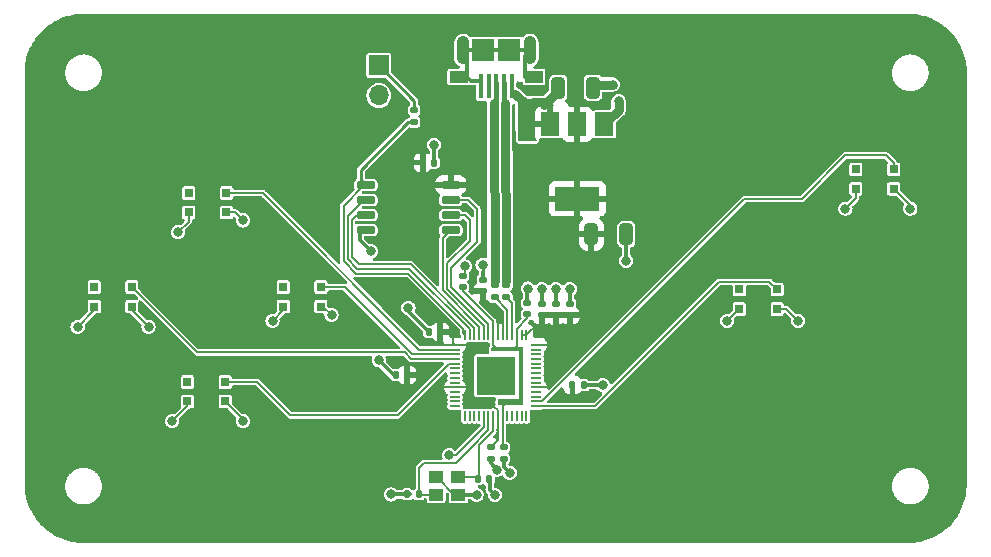
<source format=gtl>
%TF.GenerationSoftware,KiCad,Pcbnew,7.0.10*%
%TF.CreationDate,2024-02-26T14:54:02+00:00*%
%TF.ProjectId,rp2040_game_con,72703230-3430-45f6-9761-6d655f636f6e,rev?*%
%TF.SameCoordinates,Original*%
%TF.FileFunction,Copper,L1,Top*%
%TF.FilePolarity,Positive*%
%FSLAX46Y46*%
G04 Gerber Fmt 4.6, Leading zero omitted, Abs format (unit mm)*
G04 Created by KiCad (PCBNEW 7.0.10) date 2024-02-26 14:54:02*
%MOMM*%
%LPD*%
G01*
G04 APERTURE LIST*
G04 Aperture macros list*
%AMRoundRect*
0 Rectangle with rounded corners*
0 $1 Rounding radius*
0 $2 $3 $4 $5 $6 $7 $8 $9 X,Y pos of 4 corners*
0 Add a 4 corners polygon primitive as box body*
4,1,4,$2,$3,$4,$5,$6,$7,$8,$9,$2,$3,0*
0 Add four circle primitives for the rounded corners*
1,1,$1+$1,$2,$3*
1,1,$1+$1,$4,$5*
1,1,$1+$1,$6,$7*
1,1,$1+$1,$8,$9*
0 Add four rect primitives between the rounded corners*
20,1,$1+$1,$2,$3,$4,$5,0*
20,1,$1+$1,$4,$5,$6,$7,0*
20,1,$1+$1,$6,$7,$8,$9,0*
20,1,$1+$1,$8,$9,$2,$3,0*%
G04 Aperture macros list end*
%TA.AperFunction,SMDPad,CuDef*%
%ADD10RoundRect,0.140000X-0.140000X-0.170000X0.140000X-0.170000X0.140000X0.170000X-0.140000X0.170000X0*%
%TD*%
%TA.AperFunction,SMDPad,CuDef*%
%ADD11RoundRect,0.250000X-0.325000X-0.650000X0.325000X-0.650000X0.325000X0.650000X-0.325000X0.650000X0*%
%TD*%
%TA.AperFunction,SMDPad,CuDef*%
%ADD12RoundRect,0.135000X-0.185000X0.135000X-0.185000X-0.135000X0.185000X-0.135000X0.185000X0.135000X0*%
%TD*%
%TA.AperFunction,SMDPad,CuDef*%
%ADD13RoundRect,0.140000X0.170000X-0.140000X0.170000X0.140000X-0.170000X0.140000X-0.170000X-0.140000X0*%
%TD*%
%TA.AperFunction,SMDPad,CuDef*%
%ADD14RoundRect,0.050000X-0.387500X-0.050000X0.387500X-0.050000X0.387500X0.050000X-0.387500X0.050000X0*%
%TD*%
%TA.AperFunction,SMDPad,CuDef*%
%ADD15RoundRect,0.050000X-0.050000X-0.387500X0.050000X-0.387500X0.050000X0.387500X-0.050000X0.387500X0*%
%TD*%
%TA.AperFunction,SMDPad,CuDef*%
%ADD16R,3.200000X3.200000*%
%TD*%
%TA.AperFunction,SMDPad,CuDef*%
%ADD17R,0.700000X0.750000*%
%TD*%
%TA.AperFunction,ComponentPad*%
%ADD18R,1.700000X1.700000*%
%TD*%
%TA.AperFunction,ComponentPad*%
%ADD19O,1.700000X1.700000*%
%TD*%
%TA.AperFunction,SMDPad,CuDef*%
%ADD20RoundRect,0.140000X0.140000X0.170000X-0.140000X0.170000X-0.140000X-0.170000X0.140000X-0.170000X0*%
%TD*%
%TA.AperFunction,SMDPad,CuDef*%
%ADD21RoundRect,0.135000X0.185000X-0.135000X0.185000X0.135000X-0.185000X0.135000X-0.185000X-0.135000X0*%
%TD*%
%TA.AperFunction,SMDPad,CuDef*%
%ADD22R,1.200000X1.100000*%
%TD*%
%TA.AperFunction,SMDPad,CuDef*%
%ADD23RoundRect,0.150000X-0.650000X-0.150000X0.650000X-0.150000X0.650000X0.150000X-0.650000X0.150000X0*%
%TD*%
%TA.AperFunction,SMDPad,CuDef*%
%ADD24R,0.400000X2.100000*%
%TD*%
%TA.AperFunction,SMDPad,CuDef*%
%ADD25R,1.500000X1.000000*%
%TD*%
%TA.AperFunction,ComponentPad*%
%ADD26O,1.100000X2.400000*%
%TD*%
%TA.AperFunction,SMDPad,CuDef*%
%ADD27R,1.900000X1.900000*%
%TD*%
%TA.AperFunction,SMDPad,CuDef*%
%ADD28RoundRect,0.140000X-0.170000X0.140000X-0.170000X-0.140000X0.170000X-0.140000X0.170000X0.140000X0*%
%TD*%
%TA.AperFunction,SMDPad,CuDef*%
%ADD29R,1.500000X2.000000*%
%TD*%
%TA.AperFunction,SMDPad,CuDef*%
%ADD30R,3.800000X2.000000*%
%TD*%
%TA.AperFunction,ViaPad*%
%ADD31C,0.800000*%
%TD*%
%TA.AperFunction,Conductor*%
%ADD32C,0.150000*%
%TD*%
%TA.AperFunction,Conductor*%
%ADD33C,0.300000*%
%TD*%
%TA.AperFunction,Conductor*%
%ADD34C,0.800000*%
%TD*%
%TA.AperFunction,Conductor*%
%ADD35C,0.250000*%
%TD*%
%TA.AperFunction,Conductor*%
%ADD36C,0.400000*%
%TD*%
G04 APERTURE END LIST*
D10*
%TO.P,C4,1*%
%TO.N,GND*%
X111925000Y-79495000D03*
%TO.P,C4,2*%
%TO.N,Net-(U3-XIN)*%
X112885000Y-79495000D03*
%TD*%
D11*
%TO.P,C3,1*%
%TO.N,+3.3V*%
X127500000Y-57470000D03*
%TO.P,C3,2*%
%TO.N,GND*%
X130450000Y-57470000D03*
%TD*%
D12*
%TO.P,R2,1*%
%TO.N,/USB_D+*%
X119300000Y-61780000D03*
%TO.P,R2,2*%
%TO.N,Net-(U3-USB_DP)*%
X119300000Y-62800000D03*
%TD*%
D13*
%TO.P,C9,1*%
%TO.N,+3.3V*%
X123305000Y-64345000D03*
%TO.P,C9,2*%
%TO.N,GND*%
X123305000Y-63385000D03*
%TD*%
D12*
%TO.P,R1,1*%
%TO.N,Net-(J1-Pin_1)*%
X112500000Y-46980000D03*
%TO.P,R1,2*%
%TO.N,/QSPI_SS*%
X112500000Y-48000000D03*
%TD*%
D14*
%TO.P,U3,1,IOVDD*%
%TO.N,+3.3V*%
X115947500Y-66832500D03*
%TO.P,U3,2,GPIO0*%
%TO.N,/GPIO_0*%
X115947500Y-67232500D03*
%TO.P,U3,3,GPIO1*%
%TO.N,/GPIO_1*%
X115947500Y-67632500D03*
%TO.P,U3,4,GPIO2*%
%TO.N,/GPIO_2*%
X115947500Y-68032500D03*
%TO.P,U3,5,GPIO3*%
%TO.N,/GPIO_3*%
X115947500Y-68432500D03*
%TO.P,U3,6,GPIO4*%
%TO.N,/GPIO_4*%
X115947500Y-68832500D03*
%TO.P,U3,7,GPIO5*%
%TO.N,/GPIO_5*%
X115947500Y-69232500D03*
%TO.P,U3,8,GPIO6*%
%TO.N,/GPIO_6*%
X115947500Y-69632500D03*
%TO.P,U3,9,GPIO7*%
%TO.N,/GPIO_7*%
X115947500Y-70032500D03*
%TO.P,U3,10,IOVDD*%
%TO.N,+3.3V*%
X115947500Y-70432500D03*
%TO.P,U3,11,GPIO8*%
%TO.N,/GPIO_8*%
X115947500Y-70832500D03*
%TO.P,U3,12,GPIO9*%
%TO.N,/GPIO_9*%
X115947500Y-71232500D03*
%TO.P,U3,13,GPIO10*%
%TO.N,/GPIO_10*%
X115947500Y-71632500D03*
%TO.P,U3,14,GPIO11*%
%TO.N,/GPIO_11*%
X115947500Y-72032500D03*
D15*
%TO.P,U3,15,GPIO12*%
%TO.N,/GPIO_12*%
X116785000Y-72870000D03*
%TO.P,U3,16,GPIO13*%
%TO.N,/GPIO_13*%
X117185000Y-72870000D03*
%TO.P,U3,17,GPIO14*%
%TO.N,/GPIO_14*%
X117585000Y-72870000D03*
%TO.P,U3,18,GPIO15*%
%TO.N,/GPIO_15*%
X117985000Y-72870000D03*
%TO.P,U3,19,TESTEN*%
%TO.N,GND*%
X118385000Y-72870000D03*
%TO.P,U3,20,XIN*%
%TO.N,Net-(U3-XIN)*%
X118785000Y-72870000D03*
%TO.P,U3,21,XOUT*%
%TO.N,Net-(U3-XOUT)*%
X119185000Y-72870000D03*
%TO.P,U3,22,IOVDD*%
%TO.N,+3.3V*%
X119585000Y-72870000D03*
%TO.P,U3,23,DVDD*%
%TO.N,+1V1*%
X119985000Y-72870000D03*
%TO.P,U3,24,SWCLK*%
%TO.N,/SWCLK*%
X120385000Y-72870000D03*
%TO.P,U3,25,SWD*%
%TO.N,/SWD*%
X120785000Y-72870000D03*
%TO.P,U3,26,RUN*%
%TO.N,/RUN*%
X121185000Y-72870000D03*
%TO.P,U3,27,GPIO16*%
%TO.N,/GPIO_16*%
X121585000Y-72870000D03*
%TO.P,U3,28,GPIO17*%
%TO.N,/GPIO_17*%
X121985000Y-72870000D03*
D14*
%TO.P,U3,29,GPIO18*%
%TO.N,/GPIO_18*%
X122822500Y-72032500D03*
%TO.P,U3,30,GPIO19*%
%TO.N,/GPIO_19*%
X122822500Y-71632500D03*
%TO.P,U3,31,GPIO20*%
%TO.N,/GPIO_20*%
X122822500Y-71232500D03*
%TO.P,U3,32,GPIO21*%
%TO.N,/GPIO_21*%
X122822500Y-70832500D03*
%TO.P,U3,33,IOVDD*%
%TO.N,+3.3V*%
X122822500Y-70432500D03*
%TO.P,U3,34,GPIO22*%
%TO.N,/GPIO_22*%
X122822500Y-70032500D03*
%TO.P,U3,35,GPIO23*%
%TO.N,/GPIO_23*%
X122822500Y-69632500D03*
%TO.P,U3,36,GPIO24*%
%TO.N,/GPIO_24*%
X122822500Y-69232500D03*
%TO.P,U3,37,GPIO25*%
%TO.N,/GPIO_25*%
X122822500Y-68832500D03*
%TO.P,U3,38,GPIO26_ADC0*%
%TO.N,/GPIO_26_ADC0*%
X122822500Y-68432500D03*
%TO.P,U3,39,GPIO27_ADC1*%
%TO.N,/GPIO_26_ADC1*%
X122822500Y-68032500D03*
%TO.P,U3,40,GPIO28_ADC2*%
%TO.N,/GPIO_26_ADC2*%
X122822500Y-67632500D03*
%TO.P,U3,41,GPIO29_ADC3*%
%TO.N,/GPIO_26_ADC3*%
X122822500Y-67232500D03*
%TO.P,U3,42,IOVDD*%
%TO.N,+3.3V*%
X122822500Y-66832500D03*
D15*
%TO.P,U3,43,ADC_AVDD*%
X121985000Y-65995000D03*
%TO.P,U3,44,VREG_IN*%
X121585000Y-65995000D03*
%TO.P,U3,45,VREG_VOUT*%
%TO.N,+1V1*%
X121185000Y-65995000D03*
%TO.P,U3,46,USB_DM*%
%TO.N,Net-(U3-USB_DM)*%
X120785000Y-65995000D03*
%TO.P,U3,47,USB_DP*%
%TO.N,Net-(U3-USB_DP)*%
X120385000Y-65995000D03*
%TO.P,U3,48,USB_VDD*%
%TO.N,+3.3V*%
X119985000Y-65995000D03*
%TO.P,U3,49,IOVDD*%
X119585000Y-65995000D03*
%TO.P,U3,50,DVDD*%
%TO.N,+1V1*%
X119185000Y-65995000D03*
%TO.P,U3,51,QSPI_SD3*%
%TO.N,/QSPI_SD3*%
X118785000Y-65995000D03*
%TO.P,U3,52,QSPI_SCLK*%
%TO.N,/QSPI_SCLK*%
X118385000Y-65995000D03*
%TO.P,U3,53,QSPI_SD0*%
%TO.N,/QSPI_SD0*%
X117985000Y-65995000D03*
%TO.P,U3,54,QSPI_SD2*%
%TO.N,/QSPI_SD2*%
X117585000Y-65995000D03*
%TO.P,U3,55,QSPI_SD1*%
%TO.N,/QSPI_SD1*%
X117185000Y-65995000D03*
%TO.P,U3,56,QSPI_SS*%
%TO.N,/QSPI_SS*%
X116785000Y-65995000D03*
D16*
%TO.P,U3,57,GND*%
%TO.N,GND*%
X119385000Y-69432500D03*
%TD*%
D17*
%TO.P,U4,1*%
%TO.N,unconnected-(U4-Pad1)*%
X93400000Y-53975000D03*
%TO.P,U4,2*%
%TO.N,/GPIO_0*%
X96600000Y-53975000D03*
%TO.P,U4,3*%
%TO.N,GND*%
X93400000Y-55625000D03*
%TO.P,U4,4*%
X96600000Y-55625000D03*
%TD*%
D18*
%TO.P,J1,1,Pin_1*%
%TO.N,Net-(J1-Pin_1)*%
X109500000Y-43180000D03*
D19*
%TO.P,J1,2,Pin_2*%
%TO.N,GND*%
X109500000Y-45720000D03*
%TD*%
D13*
%TO.P,C7,1*%
%TO.N,+1V1*%
X122075000Y-64255000D03*
%TO.P,C7,2*%
%TO.N,GND*%
X122075000Y-63295000D03*
%TD*%
D10*
%TO.P,C14,1*%
%TO.N,+3.3V*%
X125895000Y-70255000D03*
%TO.P,C14,2*%
%TO.N,GND*%
X126855000Y-70255000D03*
%TD*%
D20*
%TO.P,C5,1*%
%TO.N,GND*%
X118825000Y-78215000D03*
%TO.P,C5,2*%
%TO.N,Net-(U3-XOUT)*%
X117865000Y-78215000D03*
%TD*%
D13*
%TO.P,C8,1*%
%TO.N,+1V1*%
X116600000Y-61980000D03*
%TO.P,C8,2*%
%TO.N,GND*%
X116600000Y-61020000D03*
%TD*%
D21*
%TO.P,R3,1*%
%TO.N,Net-(U3-USB_DM)*%
X120300000Y-62800000D03*
%TO.P,R3,2*%
%TO.N,/USB_D-*%
X120300000Y-61780000D03*
%TD*%
D10*
%TO.P,C2,1*%
%TO.N,+3.3V*%
X113220000Y-51400000D03*
%TO.P,C2,2*%
%TO.N,GND*%
X114180000Y-51400000D03*
%TD*%
D13*
%TO.P,C11,1*%
%TO.N,+3.3V*%
X118300000Y-62300000D03*
%TO.P,C11,2*%
%TO.N,GND*%
X118300000Y-61340000D03*
%TD*%
D22*
%TO.P,Y1,1,1*%
%TO.N,Net-(U3-XOUT)*%
X116245000Y-78015000D03*
%TO.P,Y1,2,2*%
%TO.N,GND*%
X114345000Y-78015000D03*
%TO.P,Y1,3,3*%
%TO.N,Net-(U3-XIN)*%
X114345000Y-79515000D03*
%TO.P,Y1,4,4*%
%TO.N,GND*%
X116245000Y-79515000D03*
%TD*%
D17*
%TO.P,U8,1*%
%TO.N,unconnected-(U8-Pad1)*%
X140015000Y-62150000D03*
%TO.P,U8,2*%
%TO.N,/GPIO_18*%
X143215000Y-62150000D03*
%TO.P,U8,3*%
%TO.N,GND*%
X140015000Y-63800000D03*
%TO.P,U8,4*%
X143215000Y-63800000D03*
%TD*%
D23*
%TO.P,U1,1,~{CS}*%
%TO.N,/QSPI_SS*%
X108390000Y-53295000D03*
%TO.P,U1,2,DO(IO1)*%
%TO.N,/QSPI_SD1*%
X108390000Y-54565000D03*
%TO.P,U1,3,IO2*%
%TO.N,/QSPI_SD2*%
X108390000Y-55835000D03*
%TO.P,U1,4,GND*%
%TO.N,GND*%
X108390000Y-57105000D03*
%TO.P,U1,5,DI(IO0)*%
%TO.N,/QSPI_SD0*%
X115590000Y-57105000D03*
%TO.P,U1,6,CLK*%
%TO.N,/QSPI_SCLK*%
X115590000Y-55835000D03*
%TO.P,U1,7,IO3*%
%TO.N,/QSPI_SD3*%
X115590000Y-54565000D03*
%TO.P,U1,8,VCC*%
%TO.N,+3.3V*%
X115590000Y-53295000D03*
%TD*%
D17*
%TO.P,U5,1*%
%TO.N,unconnected-(U5-Pad1)*%
X101400000Y-61950000D03*
%TO.P,U5,2*%
%TO.N,/GPIO_1*%
X104600000Y-61950000D03*
%TO.P,U5,3*%
%TO.N,GND*%
X101400000Y-63600000D03*
%TO.P,U5,4*%
X104600000Y-63600000D03*
%TD*%
D20*
%TO.P,C10,1*%
%TO.N,+3.3V*%
X114695000Y-65725000D03*
%TO.P,C10,2*%
%TO.N,GND*%
X113735000Y-65725000D03*
%TD*%
D13*
%TO.P,C12,1*%
%TO.N,+3.3V*%
X125705000Y-64345000D03*
%TO.P,C12,2*%
%TO.N,GND*%
X125705000Y-63385000D03*
%TD*%
D17*
%TO.P,U9,1*%
%TO.N,unconnected-(U9-Pad1)*%
X149900000Y-51975000D03*
%TO.P,U9,2*%
%TO.N,/GPIO_19*%
X153100000Y-51975000D03*
%TO.P,U9,3*%
%TO.N,GND*%
X149900000Y-53625000D03*
%TO.P,U9,4*%
X153100000Y-53625000D03*
%TD*%
%TO.P,U7,1*%
%TO.N,unconnected-(U7-Pad1)*%
X93300000Y-69975000D03*
%TO.P,U7,2*%
%TO.N,/GPIO_3*%
X96500000Y-69975000D03*
%TO.P,U7,3*%
%TO.N,GND*%
X93300000Y-71625000D03*
%TO.P,U7,4*%
X96500000Y-71625000D03*
%TD*%
D20*
%TO.P,C15,1*%
%TO.N,+3.3V*%
X111875000Y-69400000D03*
%TO.P,C15,2*%
%TO.N,GND*%
X110915000Y-69400000D03*
%TD*%
D24*
%TO.P,J2,1,VBUS*%
%TO.N,VBUS*%
X120755000Y-44950000D03*
%TO.P,J2,2,D-*%
%TO.N,/USB_D-*%
X120105000Y-44950000D03*
%TO.P,J2,3,D+*%
%TO.N,/USB_D+*%
X119455000Y-44950000D03*
%TO.P,J2,4,ID*%
%TO.N,unconnected-(J2-ID-Pad4)*%
X118805000Y-44950000D03*
%TO.P,J2,5,GND*%
%TO.N,GND*%
X118155000Y-44950000D03*
D25*
%TO.P,J2,6,Shield*%
X122655000Y-44150000D03*
D26*
X122280000Y-41900000D03*
D27*
X120555000Y-41900000D03*
X118355000Y-41900000D03*
D26*
X116630000Y-41900000D03*
D25*
X116255000Y-44150000D03*
%TD*%
D11*
%TO.P,C1,1*%
%TO.N,VBUS*%
X124685000Y-45080000D03*
%TO.P,C1,2*%
%TO.N,GND*%
X127635000Y-45080000D03*
%TD*%
D17*
%TO.P,U6,1*%
%TO.N,unconnected-(U6-Pad1)*%
X85400000Y-61950000D03*
%TO.P,U6,2*%
%TO.N,/GPIO_2*%
X88600000Y-61950000D03*
%TO.P,U6,3*%
%TO.N,GND*%
X85400000Y-63600000D03*
%TO.P,U6,4*%
X88600000Y-63600000D03*
%TD*%
D28*
%TO.P,C16,1*%
%TO.N,+3.3V*%
X118975000Y-75515000D03*
%TO.P,C16,2*%
%TO.N,GND*%
X118975000Y-76475000D03*
%TD*%
D13*
%TO.P,C13,1*%
%TO.N,+3.3V*%
X124475000Y-64345000D03*
%TO.P,C13,2*%
%TO.N,GND*%
X124475000Y-63385000D03*
%TD*%
D29*
%TO.P,U2,1,ADJ/GND*%
%TO.N,GND*%
X128600000Y-48160000D03*
%TO.P,U2,2,output*%
%TO.N,+3.3V*%
X126300000Y-48160000D03*
%TO.P,U2,3,input*%
%TO.N,VBUS*%
X124000000Y-48160000D03*
D30*
%TO.P,U2,4,tab*%
%TO.N,+3.3V*%
X126300000Y-54460000D03*
%TD*%
D28*
%TO.P,C6,1*%
%TO.N,+1V1*%
X120095000Y-75515000D03*
%TO.P,C6,2*%
%TO.N,GND*%
X120095000Y-76475000D03*
%TD*%
D31*
%TO.N,GND*%
X119325000Y-79535000D03*
X120575000Y-77675000D03*
X125675000Y-62105000D03*
X118400000Y-68400000D03*
X109500000Y-68150000D03*
X119535000Y-77395000D03*
X114150000Y-49900000D03*
X116800000Y-60200000D03*
X129300000Y-44800000D03*
X115450000Y-76175000D03*
X123305000Y-62105000D03*
X128475000Y-70250000D03*
X100500000Y-64800000D03*
X118375000Y-70500000D03*
X92500000Y-57300000D03*
X120500000Y-70500000D03*
X154500000Y-55300000D03*
X98000000Y-56300000D03*
X90000000Y-65300000D03*
X120475000Y-68375000D03*
X118290000Y-60065000D03*
X84000000Y-65300000D03*
X110525000Y-79500000D03*
X130450000Y-59720000D03*
X119525000Y-69400000D03*
X112000000Y-63700000D03*
X129800000Y-46200000D03*
X149000000Y-55300000D03*
X108825000Y-58925000D03*
X139000000Y-64800000D03*
X124485000Y-62105000D03*
X117775000Y-79545000D03*
X122115000Y-62075000D03*
X98000000Y-73300000D03*
X105500000Y-64300000D03*
X145000000Y-64800000D03*
X92000000Y-73300000D03*
%TD*%
D32*
%TO.N,GND*%
X114395000Y-78015000D02*
X114345000Y-78015000D01*
X144000000Y-63800000D02*
X145000000Y-64800000D01*
D33*
X113735000Y-65725000D02*
X112000000Y-63990000D01*
D32*
X88600000Y-63600000D02*
X88600000Y-63900000D01*
X154500000Y-55025000D02*
X154500000Y-55300000D01*
D33*
X116975000Y-42369000D02*
X116446000Y-41840000D01*
X112000000Y-63990000D02*
X112000000Y-63700000D01*
X118885000Y-79095000D02*
X119325000Y-79535000D01*
X120095000Y-77195000D02*
X120575000Y-77675000D01*
D32*
X93400000Y-56400000D02*
X92500000Y-57300000D01*
X88600000Y-63900000D02*
X90000000Y-65300000D01*
X153100000Y-53625000D02*
X154500000Y-55025000D01*
D33*
X119535000Y-77395000D02*
X118975000Y-76835000D01*
D32*
X104600000Y-63600000D02*
X104800000Y-63600000D01*
D33*
X121900000Y-44140000D02*
X121900000Y-42404000D01*
D32*
X97325000Y-55625000D02*
X98000000Y-56300000D01*
X104800000Y-63600000D02*
X105500000Y-64300000D01*
D33*
X118300000Y-61340000D02*
X118300000Y-60675000D01*
X112105000Y-79505000D02*
X110530000Y-79505000D01*
X118137000Y-44500000D02*
X117335000Y-44500000D01*
X107880000Y-57140000D02*
X107880000Y-57980000D01*
D32*
X93300000Y-72000000D02*
X92000000Y-73300000D01*
X96500000Y-71625000D02*
X98000000Y-73125000D01*
D33*
X120277000Y-41840000D02*
X122464000Y-41840000D01*
D32*
X140015000Y-63800000D02*
X140000000Y-63800000D01*
X149900000Y-54400000D02*
X149000000Y-55300000D01*
X140000000Y-63800000D02*
X139000000Y-64800000D01*
X101400000Y-63600000D02*
X101400000Y-63900000D01*
D33*
X110915000Y-69400000D02*
X110750000Y-69400000D01*
X121900000Y-42404000D02*
X122464000Y-41840000D01*
D34*
X129300000Y-44800000D02*
X127915000Y-44800000D01*
D32*
X109500000Y-45930000D02*
X109430000Y-45930000D01*
D33*
X120095000Y-76475000D02*
X120095000Y-77195000D01*
X125705000Y-63385000D02*
X125705000Y-62135000D01*
D34*
X129800000Y-46200000D02*
X129800000Y-46960000D01*
D33*
X123305000Y-63385000D02*
X123305000Y-62105000D01*
X118597000Y-41840000D02*
X120277000Y-41840000D01*
D32*
X125705000Y-62135000D02*
X125675000Y-62105000D01*
X118385000Y-72870000D02*
X118385000Y-73819922D01*
X98000000Y-73125000D02*
X98000000Y-73300000D01*
D33*
X110750000Y-69400000D02*
X109500000Y-68150000D01*
X116975000Y-44140000D02*
X116975000Y-42369000D01*
X117335000Y-44500000D02*
X116975000Y-44140000D01*
X130450000Y-57470000D02*
X130450000Y-59720000D01*
D32*
X85400000Y-63900000D02*
X84000000Y-65300000D01*
X124475000Y-62115000D02*
X124485000Y-62105000D01*
D33*
X116446000Y-41840000D02*
X118597000Y-41840000D01*
D35*
X118300000Y-59955000D02*
X118200000Y-59855000D01*
D33*
X118885000Y-78225000D02*
X118885000Y-79095000D01*
X110530000Y-79505000D02*
X110525000Y-79500000D01*
D32*
X117745000Y-79515000D02*
X117775000Y-79545000D01*
D33*
X122075000Y-63235000D02*
X122075000Y-62355000D01*
D32*
X149900000Y-53625000D02*
X149900000Y-54400000D01*
D35*
X118300000Y-60675000D02*
X118300000Y-59955000D01*
D32*
X116245000Y-79515000D02*
X115895000Y-79515000D01*
X85400000Y-63600000D02*
X85400000Y-63900000D01*
X122075000Y-62415000D02*
X122105000Y-62385000D01*
X93300000Y-71625000D02*
X93300000Y-72000000D01*
D34*
X127915000Y-44800000D02*
X127635000Y-45080000D01*
D32*
X115895000Y-79515000D02*
X114395000Y-78015000D01*
X96600000Y-55625000D02*
X97325000Y-55625000D01*
X101400000Y-63900000D02*
X100500000Y-64800000D01*
X116800000Y-60200000D02*
X116800000Y-60820000D01*
X116029922Y-76175000D02*
X115450000Y-76175000D01*
X116800000Y-60820000D02*
X116600000Y-61020000D01*
X118385000Y-73819922D02*
X116029922Y-76175000D01*
D33*
X118975000Y-76835000D02*
X118975000Y-76475000D01*
X126855000Y-70255000D02*
X128470000Y-70255000D01*
D32*
X93400000Y-55625000D02*
X93400000Y-56400000D01*
D34*
X129800000Y-46960000D02*
X128600000Y-48160000D01*
D33*
X116245000Y-79515000D02*
X117745000Y-79515000D01*
X114180000Y-51400000D02*
X114180000Y-49930000D01*
X128470000Y-70255000D02*
X128475000Y-70250000D01*
X114180000Y-49930000D02*
X114150000Y-49900000D01*
X124475000Y-63385000D02*
X124475000Y-62115000D01*
X107880000Y-57980000D02*
X108825000Y-58925000D01*
D32*
X143215000Y-63800000D02*
X144000000Y-63800000D01*
%TO.N,Net-(U3-XIN)*%
X117315000Y-75540025D02*
X117309975Y-75540025D01*
X113300000Y-76850000D02*
X112885000Y-77265000D01*
X112885000Y-77265000D02*
X112885000Y-79495000D01*
X118785000Y-72870000D02*
X118785000Y-74070025D01*
X118785000Y-74070025D02*
X117315000Y-75540025D01*
X116000000Y-76850000D02*
X113300000Y-76850000D01*
X117309975Y-75540025D02*
X116000000Y-76850000D01*
X112905000Y-79515000D02*
X112885000Y-79495000D01*
X114345000Y-79515000D02*
X112905000Y-79515000D01*
%TO.N,Net-(U3-XOUT)*%
X117715000Y-78015000D02*
X116245000Y-78015000D01*
X118015000Y-75335000D02*
X118015000Y-78135000D01*
X116325000Y-77935000D02*
X116245000Y-78015000D01*
X119185000Y-74165000D02*
X118015000Y-75335000D01*
X117925000Y-78225000D02*
X117715000Y-78015000D01*
X119185000Y-72870000D02*
X119185000Y-74165000D01*
X118015000Y-78135000D02*
X117925000Y-78225000D01*
%TO.N,+3.3V*%
X123867500Y-70432500D02*
X124500000Y-69800000D01*
X115800000Y-66685000D02*
X115800000Y-66000000D01*
X119175000Y-72075000D02*
X118675000Y-72075000D01*
X118675000Y-72075000D02*
X118600000Y-72000000D01*
X114867500Y-70432500D02*
X114500000Y-70800000D01*
X121585000Y-65995000D02*
X121985000Y-65995000D01*
X119585000Y-72372881D02*
X119287119Y-72075000D01*
X119585000Y-64615000D02*
X119700000Y-64500000D01*
X117167500Y-70432500D02*
X117200000Y-70400000D01*
X122480000Y-65500000D02*
X122900000Y-65500000D01*
X119700000Y-64500000D02*
X119985000Y-64785000D01*
X115947500Y-70432500D02*
X114867500Y-70432500D01*
X119287119Y-72075000D02*
X119175000Y-72075000D01*
X116932500Y-66832500D02*
X117000000Y-66900000D01*
X122480000Y-65500000D02*
X121985000Y-65995000D01*
X115947500Y-66832500D02*
X116932500Y-66832500D01*
X119985000Y-64785000D02*
X119985000Y-65995000D01*
X122822500Y-70432500D02*
X123867500Y-70432500D01*
X119585000Y-65995000D02*
X119585000Y-64615000D01*
X119585000Y-72870000D02*
X119585000Y-74905000D01*
X115947500Y-66832500D02*
X115800000Y-66685000D01*
X115947500Y-70432500D02*
X117167500Y-70432500D01*
X114867500Y-66832500D02*
X115947500Y-66832500D01*
X122822500Y-66832500D02*
X124467500Y-66832500D01*
X119585000Y-74905000D02*
X118975000Y-75515000D01*
X124467500Y-66832500D02*
X124500000Y-66800000D01*
X119585000Y-72870000D02*
X119585000Y-72372881D01*
%TO.N,+1V1*%
X119985000Y-75405000D02*
X120095000Y-75515000D01*
X119185000Y-64835000D02*
X116600000Y-62250000D01*
X119985000Y-72870000D02*
X119985000Y-72040000D01*
X119575000Y-67200000D02*
X119185000Y-66810000D01*
X122065000Y-64567881D02*
X122065000Y-64265000D01*
X119985000Y-72870000D02*
X119985000Y-75405000D01*
X120925000Y-67200000D02*
X119575000Y-67200000D01*
X122065000Y-64567881D02*
X121160000Y-65472881D01*
X119985000Y-72040000D02*
X120250000Y-71775000D01*
X121185000Y-66940000D02*
X120925000Y-67200000D01*
X119185000Y-65995000D02*
X119185000Y-64835000D01*
X116600000Y-62250000D02*
X116600000Y-61980000D01*
X121185000Y-65995000D02*
X121185000Y-66940000D01*
X121160000Y-65472881D02*
X121160000Y-65900000D01*
X122065000Y-64265000D02*
X122075000Y-64255000D01*
X119185000Y-66810000D02*
X119185000Y-65995000D01*
D35*
%TO.N,VBUS*%
X124685000Y-45080000D02*
X124685000Y-45315000D01*
D34*
X121000000Y-45600000D02*
X121860000Y-46399340D01*
X124685000Y-45315000D02*
X123500000Y-46500000D01*
D35*
%TO.N,Net-(J1-Pin_1)*%
X112500000Y-46980000D02*
X112500000Y-46180000D01*
X112500000Y-46180000D02*
X109500000Y-43180000D01*
D36*
%TO.N,/USB_D-*%
X120105000Y-44695000D02*
X120105000Y-46305000D01*
D34*
X120300000Y-61400000D02*
X120200000Y-46400000D01*
D36*
X120105000Y-46305000D02*
X120200000Y-46400000D01*
%TO.N,/USB_D+*%
X119455000Y-46195000D02*
X119250000Y-46400000D01*
X119455000Y-44695000D02*
X119455000Y-46195000D01*
D34*
X119300000Y-61400000D02*
X119250000Y-46400000D01*
D32*
%TO.N,/GPIO_0*%
X112932500Y-67232500D02*
X99675000Y-53975000D01*
X99675000Y-53975000D02*
X96600000Y-53975000D01*
X115947500Y-67232500D02*
X112932500Y-67232500D01*
%TO.N,/GPIO_1*%
X106650000Y-61950000D02*
X104600000Y-61950000D01*
X112332500Y-67632500D02*
X106650000Y-61950000D01*
X112332500Y-67632500D02*
X115947500Y-67632500D01*
%TO.N,/GPIO_2*%
X94125000Y-67475000D02*
X88600000Y-61950000D01*
X111680025Y-67475000D02*
X112237525Y-68032500D01*
X111680025Y-67475000D02*
X94125000Y-67475000D01*
X112237525Y-68032500D02*
X115947500Y-68032500D01*
%TO.N,/GPIO_3*%
X115947500Y-68432500D02*
X115448994Y-68432500D01*
X102000000Y-72800000D02*
X99175000Y-69975000D01*
X115448994Y-68432500D02*
X111081494Y-72800000D01*
X99175000Y-69975000D02*
X96500000Y-69975000D01*
X111081494Y-72800000D02*
X102000000Y-72800000D01*
%TO.N,/GPIO_18*%
X143215000Y-62150000D02*
X142565000Y-61500000D01*
X138300000Y-61500000D02*
X127767500Y-72032500D01*
X127767500Y-72032500D02*
X122822500Y-72032500D01*
X142565000Y-61500000D02*
X138300000Y-61500000D01*
%TO.N,/GPIO_19*%
X123321006Y-71632500D02*
X140453506Y-54500000D01*
X140453506Y-54500000D02*
X145300000Y-54500000D01*
X153100000Y-51450000D02*
X153100000Y-51975000D01*
X122822500Y-71632500D02*
X123321006Y-71632500D01*
X152450000Y-50800000D02*
X153100000Y-51450000D01*
X149000000Y-50800000D02*
X152450000Y-50800000D01*
X145300000Y-54500000D02*
X149000000Y-50800000D01*
D35*
%TO.N,/QSPI_SS*%
X112500000Y-48000000D02*
X112000000Y-48000000D01*
D32*
X106510000Y-55043959D02*
X106510000Y-59744975D01*
X116646073Y-65856073D02*
X116785000Y-65995000D01*
X116646073Y-65453928D02*
X116646073Y-65856073D01*
X107565025Y-60800000D02*
X111992145Y-60800000D01*
X108390000Y-53295000D02*
X108258959Y-53295000D01*
X106510000Y-59744975D02*
X107565025Y-60800000D01*
D35*
X108000000Y-52000000D02*
X108000000Y-52905000D01*
X108000000Y-52905000D02*
X108390000Y-53295000D01*
D32*
X111992145Y-60800000D02*
X116646073Y-65453928D01*
X108258959Y-53295000D02*
X106510000Y-55043959D01*
D35*
X112000000Y-48000000D02*
X108000000Y-52000000D01*
D32*
X107748959Y-53330000D02*
X107880000Y-53330000D01*
X116785000Y-65995000D02*
X116785000Y-65860000D01*
%TO.N,Net-(U3-USB_DP)*%
X120385000Y-63885000D02*
X120385000Y-65995000D01*
X119300000Y-62800000D02*
X120385000Y-63885000D01*
%TO.N,Net-(U3-USB_DM)*%
X120785000Y-63285000D02*
X120785000Y-65995000D01*
X120300000Y-62800000D02*
X120785000Y-63285000D01*
%TO.N,/QSPI_SD3*%
X115590000Y-54565000D02*
X117075000Y-54565000D01*
X117840000Y-55330000D02*
X117840000Y-58105405D01*
X117075000Y-54565000D02*
X117840000Y-55330000D01*
X115080000Y-54600000D02*
X115211041Y-54600000D01*
X118785000Y-65085000D02*
X118785000Y-65995000D01*
X115650000Y-60295405D02*
X115650000Y-61950000D01*
X115650000Y-61950000D02*
X118785000Y-65085000D01*
X117840000Y-58105405D02*
X115650000Y-60295405D01*
%TO.N,/QSPI_SCLK*%
X118385000Y-65205000D02*
X115955000Y-62775000D01*
X115300000Y-62120000D02*
X115300000Y-59930000D01*
X115870000Y-55870000D02*
X115080000Y-55870000D01*
X116785000Y-55835000D02*
X115590000Y-55835000D01*
X117190000Y-58040000D02*
X117200000Y-58040000D01*
X117200000Y-56250000D02*
X116785000Y-55835000D01*
X115300000Y-59930000D02*
X117190000Y-58040000D01*
X115955000Y-62775000D02*
X115300000Y-62120000D01*
X117200000Y-58040000D02*
X117200000Y-56250000D01*
X118385000Y-65995000D02*
X118385000Y-65205000D01*
%TO.N,/QSPI_SD0*%
X117985000Y-65995000D02*
X117985000Y-65307933D01*
X114900000Y-62222933D02*
X114900000Y-57795000D01*
X114900000Y-57795000D02*
X115590000Y-57105000D01*
X117985000Y-65307933D02*
X114900000Y-62222933D01*
%TO.N,/QSPI_SD2*%
X107782093Y-60000000D02*
X107210000Y-59427907D01*
X107625000Y-55835000D02*
X108390000Y-55835000D01*
X112182093Y-60000000D02*
X107782093Y-60000000D01*
X107210000Y-59427907D02*
X107210000Y-56250000D01*
X117585000Y-65402907D02*
X112182093Y-60000000D01*
X117585000Y-65995000D02*
X117585000Y-65402907D01*
X107210000Y-56250000D02*
X107625000Y-55835000D01*
%TO.N,/QSPI_SD1*%
X106860000Y-55963959D02*
X108258959Y-54565000D01*
X117185000Y-65995000D02*
X117185000Y-65497881D01*
X117185000Y-65497881D02*
X112087119Y-60400000D01*
X112087119Y-60400000D02*
X107660000Y-60400000D01*
X107660000Y-60400000D02*
X106860000Y-59600000D01*
X108258959Y-54565000D02*
X108390000Y-54565000D01*
X106860000Y-59600000D02*
X106860000Y-55963959D01*
%TD*%
%TA.AperFunction,Conductor*%
%TO.N,+1V1*%
G36*
X121684191Y-67018907D02*
G01*
X121720155Y-67068407D01*
X121725000Y-67099000D01*
X121725000Y-71801000D01*
X121706093Y-71859191D01*
X121656593Y-71895155D01*
X121626000Y-71900000D01*
X119679347Y-71900000D01*
X119621156Y-71881093D01*
X119585192Y-71831593D01*
X119580484Y-71795797D01*
X119595063Y-71518797D01*
X119617002Y-71461680D01*
X119668324Y-71428368D01*
X119693926Y-71425000D01*
X121399999Y-71425000D01*
X121400000Y-71425000D01*
X121400000Y-67375000D01*
X121399999Y-67375000D01*
X119106323Y-67375000D01*
X119048132Y-67356093D01*
X119012168Y-67306593D01*
X119007575Y-67268947D01*
X119018432Y-67116947D01*
X119041437Y-67060251D01*
X119093373Y-67027905D01*
X119117180Y-67025000D01*
X121153846Y-67025000D01*
X121200520Y-67001219D01*
X121216007Y-67000000D01*
X121626000Y-67000000D01*
X121684191Y-67018907D01*
G37*
%TD.AperFunction*%
%TD*%
%TA.AperFunction,Conductor*%
%TO.N,VBUS*%
G36*
X123638385Y-45997390D02*
G01*
X123672919Y-46044033D01*
X123673207Y-46043899D01*
X123673865Y-46045311D01*
X123674793Y-46046564D01*
X123674890Y-46046854D01*
X123675640Y-46049118D01*
X123675644Y-46049126D01*
X123767680Y-46198340D01*
X123891659Y-46322319D01*
X124040875Y-46414356D01*
X124207302Y-46469505D01*
X124211617Y-46469946D01*
X124267586Y-46494668D01*
X124298334Y-46547566D01*
X124292117Y-46608435D01*
X124271562Y-46638437D01*
X124250000Y-46659999D01*
X124250000Y-48311000D01*
X124231093Y-48369191D01*
X124181593Y-48405155D01*
X124151000Y-48410000D01*
X122750001Y-48410000D01*
X122750000Y-48410001D01*
X122750000Y-49207824D01*
X122749999Y-49207824D01*
X122756401Y-49267370D01*
X122756403Y-49267381D01*
X122806645Y-49402087D01*
X122836278Y-49441670D01*
X122856015Y-49499585D01*
X122837941Y-49558040D01*
X122788961Y-49594708D01*
X122757025Y-49600000D01*
X121397634Y-49600000D01*
X121339443Y-49581093D01*
X121303479Y-49531593D01*
X121298644Y-49502375D01*
X121282097Y-48311000D01*
X121276527Y-47909999D01*
X122750000Y-47909999D01*
X122750001Y-47910000D01*
X123749999Y-47910000D01*
X123750000Y-47909999D01*
X123750000Y-46660001D01*
X123749999Y-46660000D01*
X123202176Y-46660000D01*
X123142629Y-46666401D01*
X123142618Y-46666403D01*
X123007911Y-46716646D01*
X123007909Y-46716647D01*
X122892815Y-46802807D01*
X122892807Y-46802815D01*
X122806647Y-46917909D01*
X122806646Y-46917911D01*
X122756403Y-47052618D01*
X122756401Y-47052629D01*
X122750000Y-47112175D01*
X122750000Y-47909999D01*
X121276527Y-47909999D01*
X121251381Y-46099472D01*
X121269478Y-46041026D01*
X121318474Y-46004378D01*
X121349474Y-45999103D01*
X123580028Y-45979008D01*
X123638385Y-45997390D01*
G37*
%TD.AperFunction*%
%TD*%
%TA.AperFunction,Conductor*%
%TO.N,+3.3V*%
G36*
X119652539Y-73827185D02*
G01*
X119698294Y-73879989D01*
X119709500Y-73931500D01*
X119709500Y-74130682D01*
X119699606Y-74164375D01*
X119709007Y-74188273D01*
X119709500Y-74199317D01*
X119709500Y-74747904D01*
X119689815Y-74814943D01*
X119637011Y-74860698D01*
X119567853Y-74870642D01*
X119522379Y-74854636D01*
X119401195Y-74782968D01*
X119401190Y-74782966D01*
X119258070Y-74741386D01*
X119199184Y-74703780D01*
X119169978Y-74640308D01*
X119179724Y-74571121D01*
X119204976Y-74534638D01*
X119351995Y-74387619D01*
X119370779Y-74372206D01*
X119383624Y-74363624D01*
X119406399Y-74329540D01*
X119416469Y-74314468D01*
X119416471Y-74314466D01*
X119430493Y-74293480D01*
X119444515Y-74272495D01*
X119444515Y-74272493D01*
X119444516Y-74272493D01*
X119461687Y-74186164D01*
X119463884Y-74175115D01*
X119467808Y-74167616D01*
X119466523Y-74165617D01*
X119463883Y-74154875D01*
X119462883Y-74149848D01*
X119460500Y-74125655D01*
X119460500Y-73931500D01*
X119480185Y-73864461D01*
X119532989Y-73818706D01*
X119584500Y-73807500D01*
X119585500Y-73807500D01*
X119652539Y-73827185D01*
G37*
%TD.AperFunction*%
%TA.AperFunction,Conductor*%
G36*
X118632461Y-66616477D02*
G01*
X118637256Y-66618463D01*
X118637260Y-66618466D01*
X118637264Y-66618466D01*
X118637267Y-66618468D01*
X118710321Y-66632999D01*
X118710324Y-66633000D01*
X118785500Y-66633000D01*
X118852539Y-66652685D01*
X118898294Y-66705489D01*
X118909500Y-66757000D01*
X118909500Y-66770655D01*
X118907117Y-66794847D01*
X118904103Y-66809999D01*
X118904103Y-66810002D01*
X118908285Y-66831026D01*
X118908286Y-66831031D01*
X118908320Y-66831200D01*
X118908814Y-66833688D01*
X118902562Y-66903277D01*
X118888835Y-66928857D01*
X118851017Y-66982983D01*
X118851016Y-66982984D01*
X118828011Y-67039681D01*
X118813453Y-67102306D01*
X118802596Y-67254306D01*
X118803588Y-67293829D01*
X118803589Y-67293843D01*
X118808181Y-67331484D01*
X118809970Y-67343284D01*
X118809970Y-67343285D01*
X118809971Y-67343287D01*
X118822584Y-67372797D01*
X118845915Y-67427383D01*
X118845916Y-67427385D01*
X118851533Y-67435116D01*
X118875012Y-67500922D01*
X118859186Y-67568976D01*
X118809079Y-67617670D01*
X118751214Y-67632000D01*
X117765247Y-67632000D01*
X117706770Y-67643631D01*
X117706769Y-67643632D01*
X117640447Y-67687947D01*
X117596132Y-67754269D01*
X117596131Y-67754270D01*
X117584500Y-67812747D01*
X117584500Y-71052252D01*
X117596131Y-71110729D01*
X117596132Y-71110730D01*
X117640447Y-71177052D01*
X117706769Y-71221367D01*
X117706770Y-71221368D01*
X117765247Y-71232999D01*
X117765250Y-71233000D01*
X117765252Y-71233000D01*
X119304239Y-71233000D01*
X119371278Y-71252685D01*
X119417033Y-71305489D01*
X119426977Y-71374647D01*
X119419995Y-71401460D01*
X119403226Y-71445117D01*
X119389846Y-71507996D01*
X119377255Y-71747225D01*
X119376742Y-71757000D01*
X119375268Y-71784999D01*
X119376738Y-71822596D01*
X119380504Y-71851222D01*
X119369730Y-71920256D01*
X119323343Y-71972506D01*
X119303053Y-71982746D01*
X119262908Y-71998577D01*
X119262906Y-71998578D01*
X119142432Y-72089937D01*
X119058648Y-72200422D01*
X119002456Y-72241945D01*
X118935653Y-72247113D01*
X118859676Y-72232000D01*
X118859674Y-72232000D01*
X118710326Y-72232000D01*
X118710324Y-72232000D01*
X118637259Y-72246533D01*
X118632452Y-72248525D01*
X118562983Y-72255994D01*
X118537548Y-72248525D01*
X118532740Y-72246533D01*
X118459676Y-72232000D01*
X118459674Y-72232000D01*
X118310326Y-72232000D01*
X118310324Y-72232000D01*
X118237259Y-72246533D01*
X118232452Y-72248525D01*
X118162983Y-72255994D01*
X118137548Y-72248525D01*
X118132740Y-72246533D01*
X118059676Y-72232000D01*
X118059674Y-72232000D01*
X117910326Y-72232000D01*
X117910324Y-72232000D01*
X117837259Y-72246533D01*
X117832452Y-72248525D01*
X117762983Y-72255994D01*
X117737548Y-72248525D01*
X117732740Y-72246533D01*
X117659676Y-72232000D01*
X117659674Y-72232000D01*
X117510326Y-72232000D01*
X117510324Y-72232000D01*
X117437259Y-72246533D01*
X117432452Y-72248525D01*
X117362983Y-72255994D01*
X117337548Y-72248525D01*
X117332740Y-72246533D01*
X117259676Y-72232000D01*
X117259674Y-72232000D01*
X117110326Y-72232000D01*
X117110324Y-72232000D01*
X117037259Y-72246533D01*
X117032452Y-72248525D01*
X116962983Y-72255994D01*
X116937548Y-72248525D01*
X116932740Y-72246533D01*
X116859676Y-72232000D01*
X116859674Y-72232000D01*
X116710326Y-72232000D01*
X116709500Y-72232000D01*
X116642461Y-72212315D01*
X116596706Y-72159511D01*
X116585500Y-72108000D01*
X116585500Y-71957823D01*
X116585499Y-71957821D01*
X116570968Y-71884767D01*
X116570966Y-71884764D01*
X116570966Y-71884760D01*
X116570963Y-71884756D01*
X116568977Y-71879961D01*
X116561504Y-71810492D01*
X116568977Y-71785039D01*
X116570962Y-71780245D01*
X116570966Y-71780240D01*
X116579505Y-71737315D01*
X116585499Y-71707178D01*
X116585500Y-71707176D01*
X116585500Y-71557823D01*
X116585499Y-71557821D01*
X116570968Y-71484767D01*
X116570966Y-71484764D01*
X116570966Y-71484760D01*
X116570963Y-71484756D01*
X116568977Y-71479961D01*
X116561504Y-71410492D01*
X116568977Y-71385039D01*
X116570962Y-71380245D01*
X116570966Y-71380240D01*
X116585500Y-71307174D01*
X116585500Y-71157826D01*
X116570966Y-71084760D01*
X116570965Y-71084758D01*
X116570386Y-71081847D01*
X116576613Y-71012255D01*
X116617078Y-70958850D01*
X116727563Y-70875066D01*
X116818920Y-70754595D01*
X116874386Y-70613943D01*
X116885000Y-70525553D01*
X116885000Y-70339446D01*
X116874386Y-70251056D01*
X116818920Y-70110404D01*
X116727564Y-69989935D01*
X116617077Y-69906149D01*
X116575554Y-69849956D01*
X116570386Y-69783152D01*
X116570964Y-69780241D01*
X116570966Y-69780240D01*
X116585500Y-69707174D01*
X116585500Y-69557826D01*
X116585500Y-69557823D01*
X116585499Y-69557821D01*
X116570968Y-69484767D01*
X116570966Y-69484764D01*
X116570966Y-69484760D01*
X116570963Y-69484756D01*
X116568977Y-69479961D01*
X116561504Y-69410492D01*
X116568977Y-69385039D01*
X116570962Y-69380245D01*
X116570966Y-69380240D01*
X116585500Y-69307174D01*
X116585500Y-69157826D01*
X116585500Y-69157823D01*
X116585499Y-69157821D01*
X116570968Y-69084767D01*
X116570966Y-69084764D01*
X116570966Y-69084760D01*
X116570963Y-69084756D01*
X116568977Y-69079961D01*
X116561504Y-69010492D01*
X116568977Y-68985039D01*
X116570962Y-68980245D01*
X116570966Y-68980240D01*
X116572247Y-68973804D01*
X116585499Y-68907178D01*
X116585500Y-68907176D01*
X116585500Y-68757823D01*
X116585499Y-68757821D01*
X116570968Y-68684767D01*
X116570966Y-68684764D01*
X116570966Y-68684760D01*
X116570963Y-68684756D01*
X116568977Y-68679961D01*
X116561504Y-68610492D01*
X116568977Y-68585039D01*
X116570962Y-68580245D01*
X116570966Y-68580240D01*
X116571356Y-68578282D01*
X116585499Y-68507178D01*
X116585500Y-68507176D01*
X116585500Y-68357823D01*
X116585499Y-68357821D01*
X116570968Y-68284767D01*
X116570966Y-68284764D01*
X116570966Y-68284760D01*
X116570963Y-68284756D01*
X116568977Y-68279961D01*
X116561504Y-68210492D01*
X116568977Y-68185039D01*
X116570962Y-68180245D01*
X116570966Y-68180240D01*
X116585500Y-68107174D01*
X116585500Y-67957826D01*
X116585500Y-67957823D01*
X116585499Y-67957821D01*
X116570968Y-67884767D01*
X116570966Y-67884764D01*
X116570966Y-67884760D01*
X116570963Y-67884756D01*
X116568977Y-67879961D01*
X116561504Y-67810492D01*
X116568977Y-67785039D01*
X116570962Y-67780245D01*
X116570966Y-67780240D01*
X116575809Y-67755896D01*
X116585499Y-67707178D01*
X116585500Y-67707176D01*
X116585500Y-67557824D01*
X116574181Y-67500922D01*
X116570966Y-67484760D01*
X116570965Y-67484758D01*
X116570386Y-67481847D01*
X116576613Y-67412255D01*
X116617078Y-67358850D01*
X116727563Y-67275066D01*
X116818920Y-67154595D01*
X116874386Y-67013943D01*
X116885000Y-66925553D01*
X116885000Y-66739274D01*
X116904685Y-66672235D01*
X116957489Y-66626480D01*
X117026647Y-66616536D01*
X117033192Y-66617657D01*
X117110323Y-66633000D01*
X117110326Y-66633000D01*
X117259676Y-66633000D01*
X117259677Y-66632999D01*
X117292452Y-66626480D01*
X117332732Y-66618468D01*
X117332733Y-66618467D01*
X117332740Y-66618466D01*
X117332745Y-66618462D01*
X117337539Y-66616477D01*
X117407008Y-66609004D01*
X117432461Y-66616477D01*
X117437256Y-66618463D01*
X117437260Y-66618466D01*
X117437264Y-66618466D01*
X117437267Y-66618468D01*
X117510321Y-66632999D01*
X117510324Y-66633000D01*
X117510326Y-66633000D01*
X117659676Y-66633000D01*
X117659677Y-66632999D01*
X117692452Y-66626480D01*
X117732732Y-66618468D01*
X117732733Y-66618467D01*
X117732740Y-66618466D01*
X117732745Y-66618462D01*
X117737539Y-66616477D01*
X117807008Y-66609004D01*
X117832461Y-66616477D01*
X117837256Y-66618463D01*
X117837260Y-66618466D01*
X117837264Y-66618466D01*
X117837267Y-66618468D01*
X117910321Y-66632999D01*
X117910324Y-66633000D01*
X117910326Y-66633000D01*
X118059676Y-66633000D01*
X118059677Y-66632999D01*
X118092452Y-66626480D01*
X118132732Y-66618468D01*
X118132733Y-66618467D01*
X118132740Y-66618466D01*
X118132745Y-66618462D01*
X118137539Y-66616477D01*
X118207008Y-66609004D01*
X118232461Y-66616477D01*
X118237256Y-66618463D01*
X118237260Y-66618466D01*
X118237264Y-66618466D01*
X118237267Y-66618468D01*
X118310321Y-66632999D01*
X118310324Y-66633000D01*
X118310326Y-66633000D01*
X118459676Y-66633000D01*
X118459677Y-66632999D01*
X118492452Y-66626480D01*
X118532732Y-66618468D01*
X118532733Y-66618467D01*
X118532740Y-66618466D01*
X118532745Y-66618462D01*
X118537539Y-66616477D01*
X118607008Y-66609004D01*
X118632461Y-66616477D01*
G37*
%TD.AperFunction*%
%TA.AperFunction,Conductor*%
G36*
X126088039Y-70024685D02*
G01*
X126133794Y-70077489D01*
X126145000Y-70129000D01*
X126145000Y-71059504D01*
X126291195Y-71017031D01*
X126430374Y-70934721D01*
X126430383Y-70934714D01*
X126544714Y-70820383D01*
X126549499Y-70814215D01*
X126551459Y-70815735D01*
X126593583Y-70776382D01*
X126662321Y-70763858D01*
X126665443Y-70764228D01*
X126675099Y-70765500D01*
X127034900Y-70765499D01*
X127084487Y-70758972D01*
X127193316Y-70708224D01*
X127259721Y-70641819D01*
X127321044Y-70608334D01*
X127347402Y-70605500D01*
X127929721Y-70605500D01*
X127996760Y-70625185D01*
X128028096Y-70654013D01*
X128046718Y-70678282D01*
X128172159Y-70774536D01*
X128318238Y-70835044D01*
X128318239Y-70835044D01*
X128325747Y-70838154D01*
X128324730Y-70840607D01*
X128373193Y-70870131D01*
X128403736Y-70932971D01*
X128395458Y-71002348D01*
X128369139Y-71041243D01*
X127689703Y-71720681D01*
X127628380Y-71754166D01*
X127602022Y-71757000D01*
X123885484Y-71757000D01*
X123818445Y-71737315D01*
X123772690Y-71684511D01*
X123762746Y-71615353D01*
X123791771Y-71551797D01*
X123797803Y-71545319D01*
X124340774Y-71002348D01*
X124905727Y-70437394D01*
X124967048Y-70403911D01*
X125036740Y-70408895D01*
X125092673Y-70450767D01*
X125117024Y-70515351D01*
X125117854Y-70525910D01*
X125162969Y-70681196D01*
X125245278Y-70820374D01*
X125245285Y-70820383D01*
X125359616Y-70934714D01*
X125359625Y-70934721D01*
X125498804Y-71017031D01*
X125645000Y-71059504D01*
X125645000Y-70129000D01*
X125664685Y-70061961D01*
X125717489Y-70016206D01*
X125769000Y-70005000D01*
X126021000Y-70005000D01*
X126088039Y-70024685D01*
G37*
%TD.AperFunction*%
%TA.AperFunction,Conductor*%
G36*
X107473473Y-61062687D02*
G01*
X107543857Y-61076687D01*
X107543864Y-61076687D01*
X107565025Y-61080897D01*
X107580179Y-61077882D01*
X107604369Y-61075500D01*
X111826667Y-61075500D01*
X111893706Y-61095185D01*
X111914348Y-61111819D01*
X116334254Y-65531725D01*
X116367739Y-65593048D01*
X116370573Y-65619406D01*
X116370573Y-65816728D01*
X116368190Y-65840920D01*
X116365176Y-65856072D01*
X116365176Y-65856075D01*
X116369383Y-65877225D01*
X116369384Y-65877232D01*
X116386556Y-65963563D01*
X116386559Y-65963570D01*
X116437367Y-66039610D01*
X116458245Y-66106287D01*
X116439760Y-66173667D01*
X116387781Y-66220357D01*
X116334265Y-66232500D01*
X115568563Y-66232500D01*
X115501524Y-66212815D01*
X115455769Y-66160011D01*
X115445825Y-66090853D01*
X115449487Y-66073905D01*
X115472144Y-65995918D01*
X115472145Y-65995912D01*
X115473790Y-65975000D01*
X114945000Y-65975000D01*
X114945000Y-66529505D01*
X114970559Y-66548696D01*
X115012350Y-66604689D01*
X115019222Y-66662638D01*
X115010000Y-66739444D01*
X115010000Y-66833000D01*
X114990315Y-66900039D01*
X114937511Y-66945794D01*
X114886000Y-66957000D01*
X113097978Y-66957000D01*
X113030939Y-66937315D01*
X113010297Y-66920681D01*
X109789617Y-63700001D01*
X111394318Y-63700001D01*
X111414955Y-63856760D01*
X111414956Y-63856762D01*
X111473271Y-63997548D01*
X111475464Y-64002841D01*
X111571718Y-64128282D01*
X111697159Y-64224536D01*
X111745552Y-64244580D01*
X111785777Y-64271459D01*
X113218181Y-65703863D01*
X113251666Y-65765186D01*
X113254500Y-65791543D01*
X113254500Y-65934894D01*
X113254501Y-65934900D01*
X113261028Y-65984487D01*
X113261029Y-65984489D01*
X113261029Y-65984490D01*
X113300934Y-66070065D01*
X113311776Y-66093316D01*
X113396684Y-66178224D01*
X113505513Y-66228972D01*
X113555099Y-66235500D01*
X113914900Y-66235499D01*
X113924534Y-66234230D01*
X113993565Y-66244994D01*
X114039038Y-66285351D01*
X114040502Y-66284217D01*
X114045283Y-66290381D01*
X114159616Y-66404714D01*
X114159625Y-66404721D01*
X114298804Y-66487031D01*
X114445000Y-66529504D01*
X114445000Y-65475000D01*
X114945000Y-65475000D01*
X115473790Y-65475000D01*
X115472145Y-65454089D01*
X115427031Y-65298804D01*
X115344721Y-65159625D01*
X115344714Y-65159616D01*
X115230383Y-65045285D01*
X115230374Y-65045278D01*
X115091193Y-64962967D01*
X115091190Y-64962965D01*
X114945001Y-64920493D01*
X114945000Y-64920494D01*
X114945000Y-65475000D01*
X114445000Y-65475000D01*
X114445000Y-64920494D01*
X114444998Y-64920493D01*
X114298809Y-64962965D01*
X114298806Y-64962967D01*
X114159625Y-65045278D01*
X114159620Y-65045282D01*
X114045282Y-65159621D01*
X114040499Y-65165788D01*
X114038544Y-65164272D01*
X113996362Y-65203644D01*
X113927618Y-65216135D01*
X113924537Y-65215768D01*
X113914904Y-65214500D01*
X113914901Y-65214500D01*
X113771544Y-65214500D01*
X113704505Y-65194815D01*
X113683863Y-65178181D01*
X112578432Y-64072750D01*
X112544947Y-64011427D01*
X112549931Y-63941735D01*
X112551522Y-63937689D01*
X112585044Y-63856762D01*
X112605682Y-63700000D01*
X112585044Y-63543238D01*
X112524536Y-63397159D01*
X112428282Y-63271718D01*
X112302841Y-63175464D01*
X112299135Y-63173929D01*
X112156762Y-63114956D01*
X112156760Y-63114955D01*
X112000001Y-63094318D01*
X111999999Y-63094318D01*
X111843239Y-63114955D01*
X111843237Y-63114956D01*
X111697160Y-63175463D01*
X111571718Y-63271718D01*
X111475463Y-63397160D01*
X111414956Y-63543237D01*
X111414955Y-63543239D01*
X111394318Y-63699998D01*
X111394318Y-63700001D01*
X109789617Y-63700001D01*
X107361601Y-61271985D01*
X107328116Y-61210662D01*
X107333100Y-61140970D01*
X107374972Y-61085037D01*
X107440436Y-61060620D01*
X107473473Y-61062687D01*
G37*
%TD.AperFunction*%
%TA.AperFunction,Conductor*%
G36*
X154301574Y-38800540D02*
G01*
X154554126Y-38806926D01*
X154560357Y-38807242D01*
X154808031Y-38826075D01*
X154814237Y-38826704D01*
X155058269Y-38857713D01*
X155064402Y-38858650D01*
X155304512Y-38901529D01*
X155310585Y-38902771D01*
X155546446Y-38957208D01*
X155552371Y-38958732D01*
X155783738Y-39024432D01*
X155789564Y-39026244D01*
X156016075Y-39102885D01*
X156021815Y-39104987D01*
X156021828Y-39104992D01*
X156243176Y-39192266D01*
X156248748Y-39194621D01*
X156464726Y-39292263D01*
X156470152Y-39294877D01*
X156624544Y-39373952D01*
X156680365Y-39402542D01*
X156685649Y-39405412D01*
X156889838Y-39522819D01*
X156894950Y-39525925D01*
X157092752Y-39652733D01*
X157097649Y-39656041D01*
X157288846Y-39792004D01*
X157293590Y-39795552D01*
X157477813Y-39940321D01*
X157482352Y-39944067D01*
X157659286Y-40097332D01*
X157663663Y-40101311D01*
X157833024Y-40262780D01*
X157837206Y-40266961D01*
X157998654Y-40436298D01*
X158002633Y-40440676D01*
X158155907Y-40617620D01*
X158159678Y-40622191D01*
X158304422Y-40806381D01*
X158307973Y-40811129D01*
X158443923Y-41002306D01*
X158447252Y-41007234D01*
X158574085Y-41205074D01*
X158577192Y-41210188D01*
X158694573Y-41414334D01*
X158697443Y-41419617D01*
X158805100Y-41629815D01*
X158807723Y-41635259D01*
X158905352Y-41851208D01*
X158907719Y-41856807D01*
X158995000Y-42078173D01*
X158997099Y-42083908D01*
X159069973Y-42299281D01*
X159073729Y-42310379D01*
X159075555Y-42316251D01*
X159141245Y-42547583D01*
X159142785Y-42553569D01*
X159197213Y-42789396D01*
X159198458Y-42795482D01*
X159241333Y-43035564D01*
X159242275Y-43041733D01*
X159273280Y-43285738D01*
X159273912Y-43291967D01*
X159292742Y-43539606D01*
X159293059Y-43545873D01*
X159299446Y-43798410D01*
X159299486Y-43801545D01*
X159299486Y-78401915D01*
X159299121Y-78411425D01*
X159214544Y-79510916D01*
X159212978Y-79523205D01*
X159198458Y-79604512D01*
X159197213Y-79610599D01*
X159142785Y-79846426D01*
X159141245Y-79852412D01*
X159075557Y-80083738D01*
X159073731Y-80089610D01*
X158997098Y-80316089D01*
X158994997Y-80321828D01*
X158907722Y-80543182D01*
X158905355Y-80548780D01*
X158807727Y-80764729D01*
X158805103Y-80770175D01*
X158697442Y-80980380D01*
X158694573Y-80985662D01*
X158577187Y-81189818D01*
X158574089Y-81194916D01*
X158512067Y-81291662D01*
X158447252Y-81392763D01*
X158443916Y-81397700D01*
X158307987Y-81588849D01*
X158304430Y-81593606D01*
X158159678Y-81777806D01*
X158155907Y-81782376D01*
X158002633Y-81959320D01*
X157998654Y-81963698D01*
X157837195Y-82133046D01*
X157833014Y-82137227D01*
X157745693Y-82220478D01*
X157663669Y-82298680D01*
X157659308Y-82302645D01*
X157482368Y-82455915D01*
X157477797Y-82459687D01*
X157293599Y-82604436D01*
X157288844Y-82607992D01*
X157097680Y-82743934D01*
X157092741Y-82747270D01*
X156894951Y-82874069D01*
X156889838Y-82877176D01*
X156685649Y-82994583D01*
X156680365Y-82997453D01*
X156470161Y-83105113D01*
X156464717Y-83107736D01*
X156248768Y-83205365D01*
X156243169Y-83207732D01*
X156021815Y-83295008D01*
X156016075Y-83297110D01*
X155789586Y-83373744D01*
X155783716Y-83375569D01*
X155552402Y-83441255D01*
X155546415Y-83442795D01*
X155310592Y-83497222D01*
X155304505Y-83498467D01*
X155064417Y-83541342D01*
X155058249Y-83542284D01*
X154814251Y-83573288D01*
X154808022Y-83573920D01*
X154560376Y-83592751D01*
X154554109Y-83593068D01*
X154301575Y-83599455D01*
X154298440Y-83599495D01*
X84501544Y-83599495D01*
X84498409Y-83599455D01*
X84245874Y-83593068D01*
X84239607Y-83592751D01*
X83991962Y-83573920D01*
X83985733Y-83573288D01*
X83741734Y-83542284D01*
X83735566Y-83541342D01*
X83495482Y-83498467D01*
X83489395Y-83497222D01*
X83253568Y-83442794D01*
X83247581Y-83441254D01*
X83016268Y-83375569D01*
X83010398Y-83373744D01*
X82783894Y-83297105D01*
X82778154Y-83295003D01*
X82556821Y-83207735D01*
X82551222Y-83205368D01*
X82335266Y-83107736D01*
X82329822Y-83105113D01*
X82119608Y-82997448D01*
X82114325Y-82994578D01*
X81910172Y-82877193D01*
X81905058Y-82874086D01*
X81707243Y-82747270D01*
X81702304Y-82743934D01*
X81511126Y-82607982D01*
X81506370Y-82604425D01*
X81322189Y-82459688D01*
X81317619Y-82455917D01*
X81140675Y-82302644D01*
X81136314Y-82298680D01*
X80966943Y-82137202D01*
X80962787Y-82133046D01*
X80801310Y-81963675D01*
X80797332Y-81959298D01*
X80644088Y-81782388D01*
X80640317Y-81777818D01*
X80640308Y-81777806D01*
X80495536Y-81593584D01*
X80492032Y-81588898D01*
X80356053Y-81397679D01*
X80352732Y-81392762D01*
X80225925Y-81194963D01*
X80222818Y-81189850D01*
X80105411Y-80985661D01*
X80102541Y-80980377D01*
X79994881Y-80770173D01*
X79992258Y-80764729D01*
X79894620Y-80548758D01*
X79892265Y-80543190D01*
X79804967Y-80321776D01*
X79802886Y-80316089D01*
X79726253Y-80089610D01*
X79724428Y-80083740D01*
X79714353Y-80048260D01*
X79658738Y-79852410D01*
X79657201Y-79846432D01*
X79656282Y-79842452D01*
X79602770Y-79610596D01*
X79601527Y-79604516D01*
X79601447Y-79604066D01*
X79558649Y-79364413D01*
X79557710Y-79358262D01*
X79556181Y-79346230D01*
X79526703Y-79114247D01*
X79526073Y-79108030D01*
X79526017Y-79107294D01*
X79507241Y-78860366D01*
X79506925Y-78854117D01*
X79506920Y-78853925D01*
X79505668Y-78804393D01*
X82949398Y-78804393D01*
X82949697Y-78807810D01*
X82951307Y-78871495D01*
X82951179Y-78874661D01*
X82951399Y-78877994D01*
X82951582Y-78881554D01*
X82951680Y-78884210D01*
X82952076Y-78887136D01*
X82956832Y-78949679D01*
X82956849Y-78952844D01*
X82957298Y-78956731D01*
X82957657Y-78960301D01*
X82958020Y-78964526D01*
X82958681Y-78967777D01*
X82966424Y-79028720D01*
X82966634Y-79031844D01*
X82966997Y-79033965D01*
X82967652Y-79038258D01*
X82968094Y-79041538D01*
X82968913Y-79044789D01*
X82979800Y-79105758D01*
X82980204Y-79109033D01*
X82980280Y-79109360D01*
X82981559Y-79115604D01*
X82982041Y-79118311D01*
X82983199Y-79121996D01*
X82996480Y-79179542D01*
X82997020Y-79182846D01*
X82997654Y-79185122D01*
X82998880Y-79189890D01*
X82999602Y-79192951D01*
X83000795Y-79196230D01*
X83017283Y-79254290D01*
X83018036Y-79257644D01*
X83018074Y-79257754D01*
X83020142Y-79264389D01*
X83020766Y-79266607D01*
X83022305Y-79270216D01*
X83040815Y-79324922D01*
X83041762Y-79328516D01*
X83042371Y-79330050D01*
X83044634Y-79336222D01*
X83045440Y-79338617D01*
X83047119Y-79342072D01*
X83068579Y-79396503D01*
X83069587Y-79399590D01*
X83070270Y-79401114D01*
X83072312Y-79405946D01*
X83073656Y-79409325D01*
X83075422Y-79412532D01*
X83095019Y-79455880D01*
X83098534Y-79463653D01*
X83099826Y-79467193D01*
X83100959Y-79469398D01*
X83103677Y-79475038D01*
X83104967Y-79477897D01*
X83106997Y-79481180D01*
X83132736Y-79531436D01*
X83134146Y-79534722D01*
X83135132Y-79536435D01*
X83138000Y-79541712D01*
X83138951Y-79543568D01*
X83140933Y-79546526D01*
X83170028Y-79597126D01*
X83171474Y-79600052D01*
X83172653Y-79601908D01*
X83175189Y-79606080D01*
X83176915Y-79609049D01*
X83178991Y-79611814D01*
X83210071Y-79660294D01*
X83211636Y-79663106D01*
X83213012Y-79665061D01*
X83215531Y-79668782D01*
X83217154Y-79671276D01*
X83219183Y-79673759D01*
X83252661Y-79720836D01*
X83254612Y-79724007D01*
X83255308Y-79724884D01*
X83259581Y-79730594D01*
X83260909Y-79732479D01*
X83263584Y-79735386D01*
X83298727Y-79780107D01*
X83300730Y-79783009D01*
X83301378Y-79783753D01*
X83305607Y-79788876D01*
X83307021Y-79790686D01*
X83309709Y-79793356D01*
X83325084Y-79811105D01*
X83347316Y-79836771D01*
X83349310Y-79839375D01*
X83350415Y-79840538D01*
X83354082Y-79844573D01*
X83356795Y-79847693D01*
X83359591Y-79850171D01*
X83396865Y-79889266D01*
X83399133Y-79892050D01*
X83401834Y-79894640D01*
X83405397Y-79898199D01*
X83407769Y-79900666D01*
X83410441Y-79902856D01*
X83450682Y-79941221D01*
X83453115Y-79943914D01*
X83455344Y-79945848D01*
X83459530Y-79949651D01*
X83462074Y-79952070D01*
X83465049Y-79954258D01*
X83506927Y-79990535D01*
X83509303Y-79992911D01*
X83511996Y-79995051D01*
X83515433Y-79997885D01*
X83519064Y-80000989D01*
X83521970Y-80002904D01*
X83565607Y-80037196D01*
X83568164Y-80039501D01*
X83570067Y-80040861D01*
X83574454Y-80044143D01*
X83576773Y-80045959D01*
X83579835Y-80047814D01*
X83626774Y-80081194D01*
X83629327Y-80083258D01*
X83630859Y-80084246D01*
X83635242Y-80087208D01*
X83637847Y-80089050D01*
X83640985Y-80090747D01*
X83688868Y-80121445D01*
X83691631Y-80123491D01*
X83693729Y-80124704D01*
X83698232Y-80127438D01*
X83700922Y-80129150D01*
X83704102Y-80130676D01*
X83704603Y-80130964D01*
X83753760Y-80159229D01*
X83756835Y-80161277D01*
X83757728Y-80161729D01*
X83764025Y-80165149D01*
X83766569Y-80166627D01*
X83770363Y-80168183D01*
X83819136Y-80193162D01*
X83822593Y-80195285D01*
X83824324Y-80196055D01*
X83831167Y-80199350D01*
X83832333Y-80199956D01*
X83835993Y-80201304D01*
X83887617Y-80224642D01*
X83891045Y-80226523D01*
X83893318Y-80227413D01*
X83899562Y-80230055D01*
X83902107Y-80231215D01*
X83905922Y-80232373D01*
X83959201Y-80253380D01*
X83962679Y-80255022D01*
X83962942Y-80255109D01*
X83970744Y-80257974D01*
X83973384Y-80259045D01*
X83977777Y-80260095D01*
X84029718Y-80277669D01*
X84033602Y-80279327D01*
X84034670Y-80279620D01*
X84043125Y-80282262D01*
X84043955Y-80282554D01*
X84048159Y-80283408D01*
X84103416Y-80299099D01*
X84107037Y-80300428D01*
X84109273Y-80300940D01*
X84115680Y-80302587D01*
X84118923Y-80303513D01*
X84122915Y-80304082D01*
X84179086Y-80317046D01*
X84182570Y-80318108D01*
X84184548Y-80318462D01*
X84190483Y-80319674D01*
X84193279Y-80320316D01*
X84197029Y-80320692D01*
X84254619Y-80330976D01*
X84258376Y-80331941D01*
X84260515Y-80332209D01*
X84267206Y-80333231D01*
X84269838Y-80333706D01*
X84273806Y-80333891D01*
X84331719Y-80341250D01*
X84335883Y-80342115D01*
X84337321Y-80342211D01*
X84345563Y-80343037D01*
X84346708Y-80343190D01*
X84350776Y-80343196D01*
X84409675Y-80347675D01*
X84413634Y-80348314D01*
X84417012Y-80348398D01*
X84423365Y-80348717D01*
X84426943Y-80348989D01*
X84430948Y-80348748D01*
X84491131Y-80350270D01*
X84495203Y-80350661D01*
X84495664Y-80350645D01*
X84504331Y-80350645D01*
X84505480Y-80350685D01*
X84509717Y-80350248D01*
X84569829Y-80348728D01*
X84573766Y-80348940D01*
X84576572Y-80348725D01*
X84583037Y-80348397D01*
X84585383Y-80348339D01*
X84589170Y-80347763D01*
X84647700Y-80343312D01*
X84651766Y-80343355D01*
X84655287Y-80342904D01*
X84661767Y-80342245D01*
X84665462Y-80341967D01*
X84669443Y-80341101D01*
X84726810Y-80333812D01*
X84730773Y-80333607D01*
X84732576Y-80333278D01*
X84739684Y-80332189D01*
X84742530Y-80331837D01*
X84746513Y-80330773D01*
X84803466Y-80320603D01*
X84807747Y-80320157D01*
X84807962Y-80320105D01*
X84817042Y-80318225D01*
X84819088Y-80317880D01*
X84823387Y-80316474D01*
X84877551Y-80303974D01*
X84881614Y-80303378D01*
X84883956Y-80302701D01*
X84891062Y-80300872D01*
X84893962Y-80300216D01*
X84897874Y-80298731D01*
X84952062Y-80283344D01*
X84956218Y-80282492D01*
X84956867Y-80282264D01*
X84965333Y-80279619D01*
X84967470Y-80279034D01*
X84971550Y-80277238D01*
X85022637Y-80259954D01*
X85027173Y-80258853D01*
X85028775Y-80258194D01*
X85037533Y-80254967D01*
X85038155Y-80254763D01*
X85041949Y-80252926D01*
X85070068Y-80241838D01*
X85094157Y-80232339D01*
X85098090Y-80231143D01*
X85100115Y-80230213D01*
X85107011Y-80227293D01*
X85110087Y-80226098D01*
X85113794Y-80224002D01*
X85161785Y-80202306D01*
X85166109Y-80200808D01*
X85168283Y-80199663D01*
X85176262Y-80195814D01*
X85178523Y-80194821D01*
X85182347Y-80192401D01*
X85229621Y-80168189D01*
X85233661Y-80166534D01*
X85235367Y-80165529D01*
X85242881Y-80161444D01*
X85244192Y-80160788D01*
X85247662Y-80158409D01*
X85295395Y-80130963D01*
X85299025Y-80129241D01*
X85300907Y-80128021D01*
X85307189Y-80124206D01*
X85309591Y-80122842D01*
X85312865Y-80120331D01*
X85358771Y-80090902D01*
X85362181Y-80089069D01*
X85364102Y-80087695D01*
X85369834Y-80083827D01*
X85371865Y-80082537D01*
X85374883Y-80080013D01*
X85419257Y-80048457D01*
X85423077Y-80046190D01*
X85424022Y-80045426D01*
X85431574Y-80039780D01*
X85432859Y-80038892D01*
X85436168Y-80035798D01*
X85478629Y-80002431D01*
X85482128Y-80000095D01*
X85482941Y-79999375D01*
X85489782Y-79993738D01*
X85491085Y-79992740D01*
X85494156Y-79989595D01*
X85535150Y-79954084D01*
X85538390Y-79951691D01*
X85539796Y-79950333D01*
X85545401Y-79945236D01*
X85547904Y-79943095D01*
X85550708Y-79939893D01*
X85588026Y-79904314D01*
X85591297Y-79901723D01*
X85593954Y-79898915D01*
X85598949Y-79893926D01*
X85600935Y-79892052D01*
X85603477Y-79888906D01*
X85639509Y-79851113D01*
X85642621Y-79848413D01*
X85645592Y-79844967D01*
X85649933Y-79840188D01*
X85652857Y-79837132D01*
X85655218Y-79833840D01*
X85689600Y-79794150D01*
X85692745Y-79791079D01*
X85693743Y-79789776D01*
X85699380Y-79782935D01*
X85700097Y-79782124D01*
X85702431Y-79778629D01*
X85735809Y-79736155D01*
X85738900Y-79732849D01*
X85739786Y-79731567D01*
X85745432Y-79724015D01*
X85746196Y-79723069D01*
X85748466Y-79719247D01*
X85780014Y-79674884D01*
X85782539Y-79671863D01*
X85783832Y-79669827D01*
X85787700Y-79664095D01*
X85789077Y-79662171D01*
X85790913Y-79658753D01*
X85820587Y-79612467D01*
X85822960Y-79609348D01*
X85824345Y-79606926D01*
X85827864Y-79601140D01*
X85829125Y-79599187D01*
X85830798Y-79595685D01*
X85858414Y-79547654D01*
X85860794Y-79544183D01*
X85861449Y-79542874D01*
X85865534Y-79535360D01*
X85866539Y-79533654D01*
X85868194Y-79529614D01*
X85892406Y-79482340D01*
X85894830Y-79478509D01*
X85895823Y-79476249D01*
X85899665Y-79468283D01*
X85899897Y-79467842D01*
X85901328Y-79463956D01*
X85901465Y-79463653D01*
X85924697Y-79412264D01*
X85926633Y-79408729D01*
X85927217Y-79407223D01*
X85930320Y-79399911D01*
X85931085Y-79398256D01*
X85932311Y-79394236D01*
X85952406Y-79343270D01*
X85954427Y-79339219D01*
X85955015Y-79337409D01*
X85958110Y-79328938D01*
X85958748Y-79327369D01*
X85959807Y-79323076D01*
X85977230Y-79271583D01*
X85978901Y-79267789D01*
X85979859Y-79264382D01*
X85981921Y-79257757D01*
X85982643Y-79255645D01*
X85983426Y-79251785D01*
X85988047Y-79235513D01*
X85998735Y-79197871D01*
X86000220Y-79193957D01*
X86000877Y-79191056D01*
X86002706Y-79183950D01*
X86003383Y-79181607D01*
X86003980Y-79177541D01*
X86016808Y-79121957D01*
X86017975Y-79118239D01*
X86018417Y-79115745D01*
X86019750Y-79109237D01*
X86020202Y-79107294D01*
X86020599Y-79103503D01*
X86030777Y-79046508D01*
X86031841Y-79042523D01*
X86032193Y-79039676D01*
X86033282Y-79032568D01*
X86033611Y-79030765D01*
X86033817Y-79026800D01*
X86034622Y-79020464D01*
X86041095Y-78969519D01*
X86042059Y-78965102D01*
X86042211Y-78962794D01*
X86043068Y-78954267D01*
X86043130Y-78953805D01*
X86043155Y-78949806D01*
X86047595Y-78891416D01*
X86048297Y-78887303D01*
X86048401Y-78883043D01*
X86048730Y-78876545D01*
X86048944Y-78873755D01*
X86048732Y-78869820D01*
X86050252Y-78809725D01*
X86050687Y-78805503D01*
X86050647Y-78804326D01*
X86050650Y-78795668D01*
X86050665Y-78795220D01*
X86050274Y-78791146D01*
X86048752Y-78730939D01*
X86048993Y-78726935D01*
X86048721Y-78723357D01*
X86048402Y-78717004D01*
X86048318Y-78713626D01*
X86047679Y-78709667D01*
X86043200Y-78650768D01*
X86043194Y-78646700D01*
X86043041Y-78645555D01*
X86042215Y-78637313D01*
X86042119Y-78635875D01*
X86041254Y-78631711D01*
X86033895Y-78573798D01*
X86033710Y-78569830D01*
X86033235Y-78567198D01*
X86032213Y-78560507D01*
X86031945Y-78558368D01*
X86030980Y-78554609D01*
X86020696Y-78497021D01*
X86020320Y-78493271D01*
X86019678Y-78490475D01*
X86018466Y-78484540D01*
X86018111Y-78482559D01*
X86017050Y-78479076D01*
X86004088Y-78422911D01*
X86003519Y-78418917D01*
X86002592Y-78415673D01*
X86000945Y-78409266D01*
X86000433Y-78407032D01*
X85999104Y-78403410D01*
X85983522Y-78348536D01*
X85982777Y-78344807D01*
X85981765Y-78341809D01*
X85979961Y-78336001D01*
X85979163Y-78333193D01*
X85977670Y-78329699D01*
X85959903Y-78277189D01*
X85958884Y-78273019D01*
X85957913Y-78270604D01*
X85955154Y-78263049D01*
X85954795Y-78261958D01*
X85953031Y-78258296D01*
X85932378Y-78205916D01*
X85931219Y-78202098D01*
X85930060Y-78199555D01*
X85927418Y-78193311D01*
X85926528Y-78191038D01*
X85924647Y-78187610D01*
X85901309Y-78135986D01*
X85899961Y-78132326D01*
X85899355Y-78131160D01*
X85896060Y-78124317D01*
X85895290Y-78122586D01*
X85893167Y-78119129D01*
X85868188Y-78070356D01*
X85866632Y-78066562D01*
X85865154Y-78064018D01*
X85861734Y-78057721D01*
X85861283Y-78056831D01*
X85859235Y-78053756D01*
X85830681Y-78004096D01*
X85829153Y-78000914D01*
X85827443Y-77998226D01*
X85824709Y-77993723D01*
X85823496Y-77991625D01*
X85821450Y-77988862D01*
X85797312Y-77951212D01*
X85790751Y-77940977D01*
X85789055Y-77937841D01*
X85787213Y-77935236D01*
X85784251Y-77930853D01*
X85783262Y-77929321D01*
X85781200Y-77926769D01*
X85748265Y-77880455D01*
X85746169Y-77876947D01*
X85744873Y-77875321D01*
X85740246Y-77869130D01*
X85739600Y-77868208D01*
X85736973Y-77865311D01*
X85722335Y-77846684D01*
X85702116Y-77820955D01*
X85699989Y-77817797D01*
X85698758Y-77816387D01*
X85694281Y-77810957D01*
X85693598Y-77810079D01*
X85691006Y-77807458D01*
X85655406Y-77766361D01*
X85653811Y-77764519D01*
X85651554Y-77761486D01*
X85650011Y-77759876D01*
X85645512Y-77754920D01*
X85644152Y-77753339D01*
X85641329Y-77750783D01*
X85602875Y-77710450D01*
X85600696Y-77707791D01*
X85598171Y-77705361D01*
X85594658Y-77701841D01*
X85592060Y-77699132D01*
X85589270Y-77696859D01*
X85550201Y-77659609D01*
X85547758Y-77656851D01*
X85544507Y-77654018D01*
X85540602Y-77650466D01*
X85539355Y-77649283D01*
X85536767Y-77647301D01*
X85493368Y-77609708D01*
X85490696Y-77607018D01*
X85488882Y-77605601D01*
X85483759Y-77601372D01*
X85483015Y-77600724D01*
X85480113Y-77598721D01*
X85435392Y-77563579D01*
X85432486Y-77560904D01*
X85430601Y-77559576D01*
X85424891Y-77555303D01*
X85424014Y-77554607D01*
X85420843Y-77552656D01*
X85373766Y-77519178D01*
X85371283Y-77517149D01*
X85368789Y-77515526D01*
X85365068Y-77513007D01*
X85363114Y-77511632D01*
X85360297Y-77510064D01*
X85311823Y-77478988D01*
X85309055Y-77476909D01*
X85306086Y-77475184D01*
X85301914Y-77472648D01*
X85300060Y-77471470D01*
X85297136Y-77470025D01*
X85246530Y-77440927D01*
X85243571Y-77438944D01*
X85241719Y-77437995D01*
X85236442Y-77435127D01*
X85234729Y-77434141D01*
X85231443Y-77432731D01*
X85181187Y-77406992D01*
X85177904Y-77404962D01*
X85175045Y-77403672D01*
X85169405Y-77400954D01*
X85167201Y-77399822D01*
X85163670Y-77398533D01*
X85112539Y-77375417D01*
X85109330Y-77373650D01*
X85105953Y-77372307D01*
X85101121Y-77370265D01*
X85099599Y-77369583D01*
X85096509Y-77368574D01*
X85040715Y-77346576D01*
X85037475Y-77345049D01*
X85036236Y-77344632D01*
X85030050Y-77342364D01*
X85028514Y-77341754D01*
X85024929Y-77340809D01*
X84970308Y-77322329D01*
X84966807Y-77320833D01*
X84963971Y-77320027D01*
X84958187Y-77318229D01*
X84957416Y-77317968D01*
X84954176Y-77317244D01*
X84896239Y-77300792D01*
X84892956Y-77299598D01*
X84889897Y-77298876D01*
X84885129Y-77297650D01*
X84882853Y-77297016D01*
X84879549Y-77296476D01*
X84822003Y-77283195D01*
X84818318Y-77282037D01*
X84815611Y-77281555D01*
X84809367Y-77280276D01*
X84809041Y-77280200D01*
X84805764Y-77279796D01*
X84744796Y-77268909D01*
X84741544Y-77268090D01*
X84738266Y-77267648D01*
X84733973Y-77266993D01*
X84731852Y-77266630D01*
X84728728Y-77266420D01*
X84667785Y-77258677D01*
X84664534Y-77258016D01*
X84660309Y-77257653D01*
X84656739Y-77257294D01*
X84652852Y-77256845D01*
X84649687Y-77256828D01*
X84587144Y-77252072D01*
X84584218Y-77251676D01*
X84581562Y-77251578D01*
X84578002Y-77251395D01*
X84574669Y-77251175D01*
X84571503Y-77251303D01*
X84507813Y-77249693D01*
X84504391Y-77249393D01*
X84502877Y-77249429D01*
X84497121Y-77249429D01*
X84496182Y-77249407D01*
X84492907Y-77249674D01*
X84429147Y-77251287D01*
X84425917Y-77251139D01*
X84421938Y-77251399D01*
X84418476Y-77251577D01*
X84414548Y-77251722D01*
X84411429Y-77252181D01*
X84349014Y-77256927D01*
X84345674Y-77256980D01*
X84344117Y-77257173D01*
X84338777Y-77257716D01*
X84336871Y-77257868D01*
X84333541Y-77258508D01*
X84271711Y-77266364D01*
X84268598Y-77266562D01*
X84265798Y-77267035D01*
X84261940Y-77267623D01*
X84259284Y-77267985D01*
X84256248Y-77268722D01*
X84194689Y-77279715D01*
X84191902Y-77280048D01*
X84189088Y-77280657D01*
X84185968Y-77281290D01*
X84183358Y-77281784D01*
X84180522Y-77282611D01*
X84120771Y-77296401D01*
X84117617Y-77296908D01*
X84114342Y-77297805D01*
X84110660Y-77298752D01*
X84107851Y-77299429D01*
X84104935Y-77300457D01*
X84045822Y-77317244D01*
X84042589Y-77317966D01*
X84041816Y-77318228D01*
X84036025Y-77320028D01*
X84034248Y-77320532D01*
X84030930Y-77321909D01*
X83975232Y-77340754D01*
X83971831Y-77341645D01*
X83969343Y-77342618D01*
X83964356Y-77344444D01*
X83962833Y-77344964D01*
X83959866Y-77346345D01*
X83903388Y-77368613D01*
X83900543Y-77369545D01*
X83898366Y-77370506D01*
X83894596Y-77372096D01*
X83891598Y-77373301D01*
X83888698Y-77374857D01*
X83833969Y-77399598D01*
X83831112Y-77400709D01*
X83830021Y-77401262D01*
X83825533Y-77403423D01*
X83823216Y-77404481D01*
X83820309Y-77406224D01*
X83776994Y-77428409D01*
X83768374Y-77432824D01*
X83765350Y-77434128D01*
X83762950Y-77435490D01*
X83758878Y-77437701D01*
X83757464Y-77438434D01*
X83754899Y-77440104D01*
X83702066Y-77470481D01*
X83699682Y-77471681D01*
X83697159Y-77473249D01*
X83694789Y-77474684D01*
X83692178Y-77476225D01*
X83689869Y-77477901D01*
X83639322Y-77510307D01*
X83636796Y-77511724D01*
X83634223Y-77513513D01*
X83631871Y-77515108D01*
X83629945Y-77516381D01*
X83627948Y-77517957D01*
X83578389Y-77553200D01*
X83575876Y-77554772D01*
X83573535Y-77556578D01*
X83571082Y-77558422D01*
X83568693Y-77560170D01*
X83566680Y-77561947D01*
X83519379Y-77599118D01*
X83516821Y-77600902D01*
X83515565Y-77601982D01*
X83511866Y-77605036D01*
X83510566Y-77606067D01*
X83508356Y-77608212D01*
X83463164Y-77647360D01*
X83460651Y-77649286D01*
X83459115Y-77650738D01*
X83455754Y-77653798D01*
X83453698Y-77655601D01*
X83451544Y-77657941D01*
X83408670Y-77698818D01*
X83406675Y-77700520D01*
X83404653Y-77702582D01*
X83402587Y-77704639D01*
X83399298Y-77707837D01*
X83397304Y-77710259D01*
X83358185Y-77751290D01*
X83355897Y-77753385D01*
X83353449Y-77756160D01*
X83351064Y-77758787D01*
X83349599Y-77760353D01*
X83347898Y-77762543D01*
X83308218Y-77808350D01*
X83306074Y-77810560D01*
X83305042Y-77811860D01*
X83301988Y-77815559D01*
X83300905Y-77816818D01*
X83299123Y-77819373D01*
X83262358Y-77866158D01*
X83260147Y-77868638D01*
X83259096Y-77870110D01*
X83255864Y-77874432D01*
X83254717Y-77875897D01*
X83252958Y-77878731D01*
X83217960Y-77927946D01*
X83216383Y-77929944D01*
X83215113Y-77931865D01*
X83213518Y-77934217D01*
X83211728Y-77936792D01*
X83210315Y-77939310D01*
X83177988Y-77989733D01*
X83176280Y-77992080D01*
X83174839Y-77994527D01*
X83173084Y-77997415D01*
X83171526Y-77999900D01*
X83170219Y-78002525D01*
X83140105Y-78054898D01*
X83138438Y-78057459D01*
X83137706Y-78058871D01*
X83135495Y-78062943D01*
X83134133Y-78065343D01*
X83132829Y-78068367D01*
X83106834Y-78119123D01*
X83106232Y-78120298D01*
X83104487Y-78123208D01*
X83103432Y-78125518D01*
X83101262Y-78130025D01*
X83099748Y-78133011D01*
X83098548Y-78136297D01*
X83074860Y-78188693D01*
X83073309Y-78191583D01*
X83072101Y-78194589D01*
X83070511Y-78198359D01*
X83069551Y-78200534D01*
X83068619Y-78203380D01*
X83046616Y-78259185D01*
X83045134Y-78262323D01*
X83044471Y-78264271D01*
X83042565Y-78269482D01*
X83041659Y-78271795D01*
X83040766Y-78275203D01*
X83021912Y-78330926D01*
X83020536Y-78334242D01*
X83020032Y-78336018D01*
X83018232Y-78341809D01*
X83017972Y-78342577D01*
X83017249Y-78345814D01*
X83000443Y-78404996D01*
X82999388Y-78407990D01*
X82998800Y-78410457D01*
X82997749Y-78414549D01*
X82996927Y-78417536D01*
X82996413Y-78420727D01*
X82982956Y-78479039D01*
X82981904Y-78482490D01*
X82981506Y-78484704D01*
X82980352Y-78490354D01*
X82980124Y-78491348D01*
X82979734Y-78494595D01*
X82968726Y-78556239D01*
X82967989Y-78559274D01*
X82967627Y-78561932D01*
X82967039Y-78565790D01*
X82966566Y-78568590D01*
X82966368Y-78571704D01*
X82958562Y-78633141D01*
X82957958Y-78636232D01*
X82957644Y-78639843D01*
X82957317Y-78643107D01*
X82956778Y-78647837D01*
X82956779Y-78651004D01*
X82952013Y-78713672D01*
X82951658Y-78716434D01*
X82951581Y-78718494D01*
X82951405Y-78721915D01*
X82951143Y-78725916D01*
X82951291Y-78729138D01*
X82949678Y-78792908D01*
X82949410Y-78796198D01*
X82949432Y-78797131D01*
X82949433Y-78802874D01*
X82949398Y-78804393D01*
X79505668Y-78804393D01*
X79500540Y-78601582D01*
X79500500Y-78598448D01*
X79500500Y-73300001D01*
X91394318Y-73300001D01*
X91414955Y-73456760D01*
X91414956Y-73456762D01*
X91459773Y-73564961D01*
X91475464Y-73602841D01*
X91571718Y-73728282D01*
X91697159Y-73824536D01*
X91843238Y-73885044D01*
X91921619Y-73895363D01*
X91999999Y-73905682D01*
X92000000Y-73905682D01*
X92000001Y-73905682D01*
X92052254Y-73898802D01*
X92156762Y-73885044D01*
X92302841Y-73824536D01*
X92428282Y-73728282D01*
X92524536Y-73602841D01*
X92585044Y-73456762D01*
X92605682Y-73300000D01*
X92603335Y-73282176D01*
X92588527Y-73169695D01*
X92599293Y-73100660D01*
X92623782Y-73065832D01*
X93452796Y-72236819D01*
X93514119Y-72203334D01*
X93540477Y-72200500D01*
X93669750Y-72200500D01*
X93669751Y-72200499D01*
X93684568Y-72197552D01*
X93728229Y-72188868D01*
X93728229Y-72188867D01*
X93728231Y-72188867D01*
X93794552Y-72144552D01*
X93838867Y-72078231D01*
X93838867Y-72078229D01*
X93838868Y-72078229D01*
X93850499Y-72019752D01*
X95949500Y-72019752D01*
X95961131Y-72078229D01*
X95961132Y-72078230D01*
X96005447Y-72144552D01*
X96071769Y-72188867D01*
X96071770Y-72188868D01*
X96130247Y-72200499D01*
X96130250Y-72200500D01*
X96130252Y-72200500D01*
X96634522Y-72200500D01*
X96701561Y-72220185D01*
X96722203Y-72236819D01*
X97418950Y-72933566D01*
X97452435Y-72994889D01*
X97447451Y-73064581D01*
X97445831Y-73068699D01*
X97414955Y-73143240D01*
X97394318Y-73299998D01*
X97394318Y-73300001D01*
X97414955Y-73456760D01*
X97414956Y-73456762D01*
X97459773Y-73564961D01*
X97475464Y-73602841D01*
X97571718Y-73728282D01*
X97697159Y-73824536D01*
X97843238Y-73885044D01*
X97921619Y-73895363D01*
X97999999Y-73905682D01*
X98000000Y-73905682D01*
X98000001Y-73905682D01*
X98052254Y-73898802D01*
X98156762Y-73885044D01*
X98302841Y-73824536D01*
X98428282Y-73728282D01*
X98524536Y-73602841D01*
X98585044Y-73456762D01*
X98605682Y-73300000D01*
X98603335Y-73282176D01*
X98585044Y-73143239D01*
X98585044Y-73143238D01*
X98524536Y-72997159D01*
X98428282Y-72871718D01*
X98302841Y-72775464D01*
X98156762Y-72714956D01*
X98130298Y-72711472D01*
X97994438Y-72693585D01*
X97930542Y-72665318D01*
X97922943Y-72658327D01*
X97086819Y-71822203D01*
X97053334Y-71760880D01*
X97050500Y-71734522D01*
X97050500Y-71230249D01*
X97050499Y-71230247D01*
X97038868Y-71171770D01*
X97038867Y-71171769D01*
X96994552Y-71105447D01*
X96928230Y-71061132D01*
X96928229Y-71061131D01*
X96869752Y-71049500D01*
X96869748Y-71049500D01*
X96130252Y-71049500D01*
X96130247Y-71049500D01*
X96071770Y-71061131D01*
X96071769Y-71061132D01*
X96005447Y-71105447D01*
X95961132Y-71171769D01*
X95961131Y-71171770D01*
X95949500Y-71230247D01*
X95949500Y-72019752D01*
X93850499Y-72019752D01*
X93850500Y-72019750D01*
X93850500Y-71230249D01*
X93850499Y-71230247D01*
X93838868Y-71171770D01*
X93838867Y-71171769D01*
X93794552Y-71105447D01*
X93728230Y-71061132D01*
X93728229Y-71061131D01*
X93669752Y-71049500D01*
X93669748Y-71049500D01*
X92930252Y-71049500D01*
X92930247Y-71049500D01*
X92871770Y-71061131D01*
X92871769Y-71061132D01*
X92805447Y-71105447D01*
X92761132Y-71171769D01*
X92761131Y-71171770D01*
X92749500Y-71230247D01*
X92749500Y-71230252D01*
X92749500Y-72019748D01*
X92749501Y-72019752D01*
X92759985Y-72072463D01*
X92753756Y-72142055D01*
X92726048Y-72184334D01*
X92234168Y-72676214D01*
X92172845Y-72709699D01*
X92130302Y-72711472D01*
X92000001Y-72694318D01*
X91999999Y-72694318D01*
X91843239Y-72714955D01*
X91843237Y-72714956D01*
X91697160Y-72775463D01*
X91571718Y-72871718D01*
X91475463Y-72997160D01*
X91414956Y-73143237D01*
X91414955Y-73143239D01*
X91394318Y-73299998D01*
X91394318Y-73300001D01*
X79500500Y-73300001D01*
X79500500Y-70369752D01*
X92749500Y-70369752D01*
X92761131Y-70428229D01*
X92761132Y-70428230D01*
X92805447Y-70494552D01*
X92871769Y-70538867D01*
X92871770Y-70538868D01*
X92930247Y-70550499D01*
X92930250Y-70550500D01*
X92930252Y-70550500D01*
X93669750Y-70550500D01*
X93669751Y-70550499D01*
X93684568Y-70547552D01*
X93728229Y-70538868D01*
X93728229Y-70538867D01*
X93728231Y-70538867D01*
X93794552Y-70494552D01*
X93838867Y-70428231D01*
X93838867Y-70428229D01*
X93838868Y-70428229D01*
X93850499Y-70369752D01*
X93850500Y-70369750D01*
X93850500Y-69580249D01*
X93850499Y-69580247D01*
X93838868Y-69521770D01*
X93838867Y-69521769D01*
X93794552Y-69455447D01*
X93728230Y-69411132D01*
X93728229Y-69411131D01*
X93669752Y-69399500D01*
X93669748Y-69399500D01*
X92930252Y-69399500D01*
X92930247Y-69399500D01*
X92871770Y-69411131D01*
X92871769Y-69411132D01*
X92805447Y-69455447D01*
X92761132Y-69521769D01*
X92761131Y-69521770D01*
X92749500Y-69580247D01*
X92749500Y-70369752D01*
X79500500Y-70369752D01*
X79500500Y-65300001D01*
X83394318Y-65300001D01*
X83414955Y-65456760D01*
X83414956Y-65456762D01*
X83471407Y-65593048D01*
X83475464Y-65602841D01*
X83571718Y-65728282D01*
X83697159Y-65824536D01*
X83843238Y-65885044D01*
X83921619Y-65895363D01*
X83999999Y-65905682D01*
X84000000Y-65905682D01*
X84000001Y-65905682D01*
X84052254Y-65898802D01*
X84156762Y-65885044D01*
X84302841Y-65824536D01*
X84428282Y-65728282D01*
X84524536Y-65602841D01*
X84585044Y-65456762D01*
X84605682Y-65300000D01*
X84588527Y-65169694D01*
X84599293Y-65100660D01*
X84623782Y-65065832D01*
X85477797Y-64211819D01*
X85539120Y-64178334D01*
X85565478Y-64175500D01*
X85769750Y-64175500D01*
X85769751Y-64175499D01*
X85784568Y-64172552D01*
X85828229Y-64163868D01*
X85828229Y-64163867D01*
X85828231Y-64163867D01*
X85894552Y-64119552D01*
X85938867Y-64053231D01*
X85938867Y-64053229D01*
X85938868Y-64053229D01*
X85949288Y-64000839D01*
X85950499Y-63994752D01*
X88049500Y-63994752D01*
X88061131Y-64053229D01*
X88061132Y-64053230D01*
X88105447Y-64119552D01*
X88171769Y-64163867D01*
X88171770Y-64163868D01*
X88230247Y-64175499D01*
X88230250Y-64175500D01*
X88230252Y-64175500D01*
X88434522Y-64175500D01*
X88501561Y-64195185D01*
X88522203Y-64211819D01*
X89376214Y-65065830D01*
X89409699Y-65127153D01*
X89411472Y-65169696D01*
X89394318Y-65299998D01*
X89394318Y-65300001D01*
X89414955Y-65456760D01*
X89414956Y-65456762D01*
X89471407Y-65593048D01*
X89475464Y-65602841D01*
X89571718Y-65728282D01*
X89697159Y-65824536D01*
X89843238Y-65885044D01*
X89921619Y-65895363D01*
X89999999Y-65905682D01*
X90000000Y-65905682D01*
X90000001Y-65905682D01*
X90052254Y-65898802D01*
X90156762Y-65885044D01*
X90302841Y-65824536D01*
X90428282Y-65728282D01*
X90524536Y-65602841D01*
X90585044Y-65456762D01*
X90605682Y-65300000D01*
X90585044Y-65143238D01*
X90524536Y-64997159D01*
X90428282Y-64871718D01*
X90302841Y-64775464D01*
X90301928Y-64775086D01*
X90156762Y-64714956D01*
X90156760Y-64714955D01*
X90000001Y-64694318D01*
X89999999Y-64694318D01*
X89869696Y-64711472D01*
X89800660Y-64700706D01*
X89765830Y-64676214D01*
X89186040Y-64096424D01*
X89152555Y-64035101D01*
X89150566Y-64000840D01*
X89150500Y-64000840D01*
X89150500Y-63999697D01*
X89150319Y-63996579D01*
X89150499Y-63994752D01*
X89150500Y-63994748D01*
X89150500Y-63205252D01*
X89150499Y-63205247D01*
X89150039Y-63200576D01*
X89163057Y-63131930D01*
X89211121Y-63081219D01*
X89278971Y-63064543D01*
X89345066Y-63087198D01*
X89361123Y-63100739D01*
X93902370Y-67641986D01*
X93917790Y-67660775D01*
X93926376Y-67673624D01*
X93949376Y-67688992D01*
X93949378Y-67688994D01*
X93965102Y-67699500D01*
X93965105Y-67699502D01*
X94017504Y-67734515D01*
X94017506Y-67734516D01*
X94103832Y-67751687D01*
X94103839Y-67751687D01*
X94125000Y-67755897D01*
X94140153Y-67752882D01*
X94164344Y-67750500D01*
X108829922Y-67750500D01*
X108896961Y-67770185D01*
X108942716Y-67822989D01*
X108952660Y-67892147D01*
X108944483Y-67921952D01*
X108914957Y-67993234D01*
X108914955Y-67993239D01*
X108894318Y-68149998D01*
X108894318Y-68150001D01*
X108914955Y-68306760D01*
X108914956Y-68306762D01*
X108975464Y-68452841D01*
X109071718Y-68578282D01*
X109197159Y-68674536D01*
X109343238Y-68735044D01*
X109500000Y-68755682D01*
X109536577Y-68750866D01*
X109605609Y-68761631D01*
X109640442Y-68786124D01*
X110400231Y-69545913D01*
X110433716Y-69607236D01*
X110435489Y-69617410D01*
X110441027Y-69659483D01*
X110441029Y-69659490D01*
X110459132Y-69698312D01*
X110491776Y-69768316D01*
X110576684Y-69853224D01*
X110685513Y-69903972D01*
X110735099Y-69910500D01*
X111094900Y-69910499D01*
X111104534Y-69909230D01*
X111173565Y-69919994D01*
X111219038Y-69960351D01*
X111220502Y-69959217D01*
X111225283Y-69965381D01*
X111339616Y-70079714D01*
X111339625Y-70079721D01*
X111478804Y-70162031D01*
X111625000Y-70204504D01*
X111625000Y-69650000D01*
X112125000Y-69650000D01*
X112125000Y-70204503D01*
X112271195Y-70162031D01*
X112410374Y-70079721D01*
X112410383Y-70079714D01*
X112524714Y-69965383D01*
X112524721Y-69965374D01*
X112607031Y-69826195D01*
X112607033Y-69826190D01*
X112652144Y-69670918D01*
X112652145Y-69670912D01*
X112653790Y-69650000D01*
X112125000Y-69650000D01*
X111625000Y-69650000D01*
X111625000Y-69150000D01*
X112125000Y-69150000D01*
X112653790Y-69150000D01*
X112652145Y-69129089D01*
X112607031Y-68973804D01*
X112524721Y-68834625D01*
X112524714Y-68834616D01*
X112410383Y-68720285D01*
X112410374Y-68720278D01*
X112271193Y-68637967D01*
X112271190Y-68637965D01*
X112125001Y-68595493D01*
X112125000Y-68595494D01*
X112125000Y-69150000D01*
X111625000Y-69150000D01*
X111625000Y-68595494D01*
X111624998Y-68595493D01*
X111478809Y-68637965D01*
X111478806Y-68637967D01*
X111339625Y-68720278D01*
X111339620Y-68720282D01*
X111225282Y-68834621D01*
X111220499Y-68840788D01*
X111218544Y-68839272D01*
X111176362Y-68878644D01*
X111107618Y-68891135D01*
X111104537Y-68890768D01*
X111094904Y-68889500D01*
X111094901Y-68889500D01*
X110786544Y-68889500D01*
X110719505Y-68869815D01*
X110698863Y-68853181D01*
X110136124Y-68290442D01*
X110102639Y-68229119D01*
X110100866Y-68186579D01*
X110105682Y-68150000D01*
X110085044Y-67993238D01*
X110070374Y-67957821D01*
X110055517Y-67921952D01*
X110048048Y-67852483D01*
X110079324Y-67790004D01*
X110139413Y-67754352D01*
X110170078Y-67750500D01*
X111514547Y-67750500D01*
X111581586Y-67770185D01*
X111602228Y-67786819D01*
X112014894Y-68199485D01*
X112030315Y-68218275D01*
X112038898Y-68231121D01*
X112038901Y-68231124D01*
X112056832Y-68243105D01*
X112056842Y-68243112D01*
X112061902Y-68246493D01*
X112061903Y-68246494D01*
X112069235Y-68251393D01*
X112130030Y-68292015D01*
X112130032Y-68292015D01*
X112130032Y-68292016D01*
X112216357Y-68309187D01*
X112216364Y-68309187D01*
X112237525Y-68313397D01*
X112252678Y-68310382D01*
X112276869Y-68308000D01*
X114884516Y-68308000D01*
X114951555Y-68327685D01*
X114997310Y-68380489D01*
X115007254Y-68449647D01*
X114978229Y-68513203D01*
X114972197Y-68519681D01*
X111003697Y-72488181D01*
X110942374Y-72521666D01*
X110916016Y-72524500D01*
X102165478Y-72524500D01*
X102098439Y-72504815D01*
X102077797Y-72488181D01*
X99397627Y-69808011D01*
X99382205Y-69789219D01*
X99378151Y-69783152D01*
X99373624Y-69776376D01*
X99373619Y-69776372D01*
X99350624Y-69761007D01*
X99350623Y-69761007D01*
X99350622Y-69761006D01*
X99324025Y-69743235D01*
X99297428Y-69725463D01*
X99297425Y-69725461D01*
X99282495Y-69715484D01*
X99282493Y-69715483D01*
X99196165Y-69698312D01*
X99196152Y-69698310D01*
X99175002Y-69694103D01*
X99175001Y-69694103D01*
X99175000Y-69694103D01*
X99159846Y-69697117D01*
X99135656Y-69699500D01*
X97174500Y-69699500D01*
X97107461Y-69679815D01*
X97061706Y-69627011D01*
X97052815Y-69586142D01*
X97051097Y-69586312D01*
X97050500Y-69580257D01*
X97050500Y-69580252D01*
X97043670Y-69545913D01*
X97038868Y-69521770D01*
X97038867Y-69521769D01*
X96994552Y-69455447D01*
X96928230Y-69411132D01*
X96928229Y-69411131D01*
X96869752Y-69399500D01*
X96869748Y-69399500D01*
X96130252Y-69399500D01*
X96130247Y-69399500D01*
X96071770Y-69411131D01*
X96071769Y-69411132D01*
X96005447Y-69455447D01*
X95961132Y-69521769D01*
X95961131Y-69521770D01*
X95949500Y-69580247D01*
X95949500Y-70369752D01*
X95961131Y-70428229D01*
X95961132Y-70428230D01*
X96005447Y-70494552D01*
X96071769Y-70538867D01*
X96071770Y-70538868D01*
X96130247Y-70550499D01*
X96130250Y-70550500D01*
X96130252Y-70550500D01*
X96869750Y-70550500D01*
X96869751Y-70550499D01*
X96884568Y-70547552D01*
X96928229Y-70538868D01*
X96928229Y-70538867D01*
X96928231Y-70538867D01*
X96994552Y-70494552D01*
X97038867Y-70428231D01*
X97038867Y-70428229D01*
X97038868Y-70428229D01*
X97050499Y-70369752D01*
X97050500Y-70369748D01*
X97050500Y-70369741D01*
X97051097Y-70363688D01*
X97053602Y-70363934D01*
X97070185Y-70307461D01*
X97122989Y-70261706D01*
X97174500Y-70250500D01*
X99009522Y-70250500D01*
X99076561Y-70270185D01*
X99097203Y-70286819D01*
X101777369Y-72966985D01*
X101792790Y-72985775D01*
X101801373Y-72998621D01*
X101801374Y-72998621D01*
X101801376Y-72998624D01*
X101824376Y-73013992D01*
X101824378Y-73013994D01*
X101892505Y-73059515D01*
X101892507Y-73059515D01*
X101892507Y-73059516D01*
X101999998Y-73080897D01*
X101999999Y-73080897D01*
X101999999Y-73080896D01*
X102000000Y-73080897D01*
X102015153Y-73077882D01*
X102039344Y-73075500D01*
X111042150Y-73075500D01*
X111066340Y-73077882D01*
X111081494Y-73080897D01*
X111108626Y-73075500D01*
X111108627Y-73075500D01*
X111188989Y-73059515D01*
X111214137Y-73042711D01*
X111251858Y-73017508D01*
X111251860Y-73017506D01*
X111270544Y-73005022D01*
X111270547Y-73005018D01*
X111280118Y-72998624D01*
X111288702Y-72985775D01*
X111304118Y-72966990D01*
X115097819Y-69173290D01*
X115159142Y-69139805D01*
X115228834Y-69144789D01*
X115284767Y-69186661D01*
X115309184Y-69252125D01*
X115309500Y-69260971D01*
X115309500Y-69307174D01*
X115309500Y-69307176D01*
X115309499Y-69307176D01*
X115324033Y-69380240D01*
X115326025Y-69385048D01*
X115333494Y-69454517D01*
X115326025Y-69479952D01*
X115324033Y-69484759D01*
X115309500Y-69557823D01*
X115309500Y-69557826D01*
X115309500Y-69707174D01*
X115309500Y-69707176D01*
X115309499Y-69707176D01*
X115324613Y-69783153D01*
X115318386Y-69852745D01*
X115277922Y-69906148D01*
X115167437Y-69989932D01*
X115076079Y-70110404D01*
X115020613Y-70251056D01*
X115010000Y-70339446D01*
X115010000Y-70525553D01*
X115020613Y-70613943D01*
X115076079Y-70754595D01*
X115167436Y-70875066D01*
X115277921Y-70958850D01*
X115319445Y-71015043D01*
X115324613Y-71081845D01*
X115309500Y-71157821D01*
X115309500Y-71157824D01*
X115309500Y-71157826D01*
X115309500Y-71307174D01*
X115309500Y-71307176D01*
X115309499Y-71307176D01*
X115324033Y-71380240D01*
X115326025Y-71385048D01*
X115333494Y-71454517D01*
X115326025Y-71479952D01*
X115324033Y-71484759D01*
X115309500Y-71557823D01*
X115309500Y-71557826D01*
X115309500Y-71707174D01*
X115309500Y-71707176D01*
X115309499Y-71707176D01*
X115324033Y-71780240D01*
X115326025Y-71785048D01*
X115333494Y-71854517D01*
X115326025Y-71879952D01*
X115324033Y-71884759D01*
X115309500Y-71957823D01*
X115309500Y-72107178D01*
X115324032Y-72180235D01*
X115324033Y-72180239D01*
X115324034Y-72180240D01*
X115379399Y-72263101D01*
X115448376Y-72309189D01*
X115462260Y-72318466D01*
X115462264Y-72318467D01*
X115535321Y-72332999D01*
X115535324Y-72333000D01*
X116360500Y-72333000D01*
X116427539Y-72352685D01*
X116473294Y-72405489D01*
X116484500Y-72457000D01*
X116484500Y-73282178D01*
X116499032Y-73355235D01*
X116499033Y-73355239D01*
X116517405Y-73382735D01*
X116554399Y-73438101D01*
X116623099Y-73484004D01*
X116637260Y-73493466D01*
X116637264Y-73493467D01*
X116710321Y-73507999D01*
X116710324Y-73508000D01*
X116710326Y-73508000D01*
X116859676Y-73508000D01*
X116859677Y-73507999D01*
X116884029Y-73503155D01*
X116932732Y-73493468D01*
X116932733Y-73493467D01*
X116932740Y-73493466D01*
X116932745Y-73493462D01*
X116937539Y-73491477D01*
X117007008Y-73484004D01*
X117032461Y-73491477D01*
X117037256Y-73493463D01*
X117037260Y-73493466D01*
X117037264Y-73493466D01*
X117037267Y-73493468D01*
X117110321Y-73507999D01*
X117110324Y-73508000D01*
X117110326Y-73508000D01*
X117259676Y-73508000D01*
X117259677Y-73507999D01*
X117284029Y-73503155D01*
X117332732Y-73493468D01*
X117332733Y-73493467D01*
X117332740Y-73493466D01*
X117332745Y-73493462D01*
X117337539Y-73491477D01*
X117407008Y-73484004D01*
X117432461Y-73491477D01*
X117437256Y-73493463D01*
X117437260Y-73493466D01*
X117437264Y-73493466D01*
X117437267Y-73493468D01*
X117510321Y-73507999D01*
X117510324Y-73508000D01*
X117510326Y-73508000D01*
X117659676Y-73508000D01*
X117659677Y-73507999D01*
X117684029Y-73503155D01*
X117732732Y-73493468D01*
X117732733Y-73493467D01*
X117732740Y-73493466D01*
X117732745Y-73493462D01*
X117737539Y-73491477D01*
X117807008Y-73484004D01*
X117832461Y-73491477D01*
X117837256Y-73493463D01*
X117837260Y-73493466D01*
X117837264Y-73493466D01*
X117837267Y-73493468D01*
X117910321Y-73507999D01*
X117910324Y-73508000D01*
X117985500Y-73508000D01*
X118052539Y-73527685D01*
X118098294Y-73580489D01*
X118109500Y-73632000D01*
X118109500Y-73654443D01*
X118089815Y-73721482D01*
X118073181Y-73742124D01*
X116060888Y-75754416D01*
X115999565Y-75787901D01*
X115929873Y-75782917D01*
X115886008Y-75750485D01*
X115884029Y-75752465D01*
X115878286Y-75746722D01*
X115878283Y-75746720D01*
X115878282Y-75746718D01*
X115752841Y-75650464D01*
X115606762Y-75589956D01*
X115606760Y-75589955D01*
X115450001Y-75569318D01*
X115449999Y-75569318D01*
X115293239Y-75589955D01*
X115293237Y-75589956D01*
X115147160Y-75650463D01*
X115021718Y-75746718D01*
X114925463Y-75872160D01*
X114864956Y-76018237D01*
X114864955Y-76018239D01*
X114844318Y-76174998D01*
X114844318Y-76175001D01*
X114864955Y-76331760D01*
X114864957Y-76331765D01*
X114894483Y-76403048D01*
X114901952Y-76472517D01*
X114870676Y-76534996D01*
X114810587Y-76570648D01*
X114779922Y-76574500D01*
X113339348Y-76574500D01*
X113315160Y-76572118D01*
X113300001Y-76569103D01*
X113300000Y-76569103D01*
X113192506Y-76590484D01*
X113124378Y-76636006D01*
X113124376Y-76636007D01*
X113107646Y-76647185D01*
X113101374Y-76651377D01*
X113092791Y-76664222D01*
X113077372Y-76683010D01*
X112718010Y-77042372D01*
X112699222Y-77057791D01*
X112686376Y-77066374D01*
X112674097Y-77084751D01*
X112671007Y-77089376D01*
X112671006Y-77089378D01*
X112657551Y-77109515D01*
X112657550Y-77109517D01*
X112625484Y-77157506D01*
X112623703Y-77163375D01*
X112623102Y-77169486D01*
X112605522Y-77257868D01*
X112604103Y-77265000D01*
X112607096Y-77280048D01*
X112607117Y-77280151D01*
X112609500Y-77304344D01*
X112609500Y-78933487D01*
X112589815Y-79000526D01*
X112553359Y-79032394D01*
X112555571Y-79035553D01*
X112546684Y-79041775D01*
X112492681Y-79095779D01*
X112431358Y-79129264D01*
X112361666Y-79124280D01*
X112317319Y-79095779D01*
X112263316Y-79041776D01*
X112251386Y-79036213D01*
X112154487Y-78991028D01*
X112154485Y-78991027D01*
X112154486Y-78991027D01*
X112104902Y-78984500D01*
X111745105Y-78984500D01*
X111729386Y-78986569D01*
X111695513Y-78991028D01*
X111695511Y-78991029D01*
X111695509Y-78991029D01*
X111586683Y-79041776D01*
X111510279Y-79118181D01*
X111448956Y-79151666D01*
X111422598Y-79154500D01*
X111077953Y-79154500D01*
X111010914Y-79134815D01*
X110979578Y-79105987D01*
X110953284Y-79071720D01*
X110953282Y-79071719D01*
X110953282Y-79071718D01*
X110827841Y-78975464D01*
X110801434Y-78964526D01*
X110681762Y-78914956D01*
X110681760Y-78914955D01*
X110525001Y-78894318D01*
X110524999Y-78894318D01*
X110368239Y-78914955D01*
X110368237Y-78914956D01*
X110222160Y-78975463D01*
X110096718Y-79071718D01*
X110000463Y-79197160D01*
X109939956Y-79343237D01*
X109939955Y-79343239D01*
X109919318Y-79499998D01*
X109919318Y-79500001D01*
X109939955Y-79656760D01*
X109939956Y-79656762D01*
X109996866Y-79794156D01*
X110000464Y-79802841D01*
X110096718Y-79928282D01*
X110222159Y-80024536D01*
X110368238Y-80085044D01*
X110411557Y-80090747D01*
X110524999Y-80105682D01*
X110525000Y-80105682D01*
X110525001Y-80105682D01*
X110577254Y-80098802D01*
X110681762Y-80085044D01*
X110827841Y-80024536D01*
X110953282Y-79928282D01*
X110971903Y-79904013D01*
X111028331Y-79862811D01*
X111070279Y-79855500D01*
X111442597Y-79855500D01*
X111509636Y-79875185D01*
X111530278Y-79891818D01*
X111586684Y-79948224D01*
X111695513Y-79998972D01*
X111745099Y-80005500D01*
X112104900Y-80005499D01*
X112154487Y-79998972D01*
X112263316Y-79948224D01*
X112317319Y-79894221D01*
X112378642Y-79860736D01*
X112448334Y-79865720D01*
X112492681Y-79894221D01*
X112546684Y-79948224D01*
X112655513Y-79998972D01*
X112705099Y-80005500D01*
X113064900Y-80005499D01*
X113114487Y-79998972D01*
X113223316Y-79948224D01*
X113308224Y-79863316D01*
X113308225Y-79863313D01*
X113314447Y-79854429D01*
X113315496Y-79855163D01*
X113354287Y-79811105D01*
X113421480Y-79791951D01*
X113488362Y-79812165D01*
X113533698Y-79865329D01*
X113544500Y-79915947D01*
X113544500Y-80084752D01*
X113556131Y-80143229D01*
X113556132Y-80143230D01*
X113600447Y-80209552D01*
X113666769Y-80253867D01*
X113666770Y-80253868D01*
X113725247Y-80265499D01*
X113725250Y-80265500D01*
X113725252Y-80265500D01*
X114964750Y-80265500D01*
X114964751Y-80265499D01*
X114979568Y-80262552D01*
X115023229Y-80253868D01*
X115023229Y-80253867D01*
X115023231Y-80253867D01*
X115089552Y-80209552D01*
X115133867Y-80143231D01*
X115133867Y-80143229D01*
X115133868Y-80143229D01*
X115145072Y-80086898D01*
X115145500Y-80084748D01*
X115145500Y-79454478D01*
X115165185Y-79387439D01*
X115217989Y-79341684D01*
X115287147Y-79331740D01*
X115350703Y-79360765D01*
X115357181Y-79366797D01*
X115408181Y-79417797D01*
X115441666Y-79479120D01*
X115444500Y-79505478D01*
X115444500Y-80084752D01*
X115456131Y-80143229D01*
X115456132Y-80143230D01*
X115500447Y-80209552D01*
X115566769Y-80253867D01*
X115566770Y-80253868D01*
X115625247Y-80265499D01*
X115625250Y-80265500D01*
X115625252Y-80265500D01*
X116864750Y-80265500D01*
X116864751Y-80265499D01*
X116879568Y-80262552D01*
X116923229Y-80253868D01*
X116923229Y-80253867D01*
X116923231Y-80253867D01*
X116989552Y-80209552D01*
X117033867Y-80143231D01*
X117033867Y-80143229D01*
X117033868Y-80143229D01*
X117045072Y-80086898D01*
X117045500Y-80084748D01*
X117045500Y-79989500D01*
X117065185Y-79922461D01*
X117117989Y-79876706D01*
X117169500Y-79865500D01*
X117202864Y-79865500D01*
X117269903Y-79885185D01*
X117301237Y-79914010D01*
X117346718Y-79973282D01*
X117472159Y-80069536D01*
X117618238Y-80130044D01*
X117696619Y-80140363D01*
X117774999Y-80150682D01*
X117775000Y-80150682D01*
X117775001Y-80150682D01*
X117831611Y-80143229D01*
X117931762Y-80130044D01*
X118077841Y-80069536D01*
X118203282Y-79973282D01*
X118299536Y-79847841D01*
X118360044Y-79701762D01*
X118380682Y-79545000D01*
X118380574Y-79544183D01*
X118363935Y-79417797D01*
X118360044Y-79388238D01*
X118347381Y-79357668D01*
X118341428Y-79302302D01*
X118307738Y-79261915D01*
X118306918Y-79259981D01*
X118299536Y-79242160D01*
X118299536Y-79242159D01*
X118203282Y-79116718D01*
X118077841Y-79020464D01*
X118053696Y-79010463D01*
X118027512Y-78999617D01*
X117941668Y-78964059D01*
X117887266Y-78920219D01*
X117865201Y-78853925D01*
X117882480Y-78786226D01*
X117933617Y-78738615D01*
X117989121Y-78725499D01*
X118044900Y-78725499D01*
X118094487Y-78718972D01*
X118203316Y-78668224D01*
X118257319Y-78614221D01*
X118318642Y-78580736D01*
X118388334Y-78585720D01*
X118432681Y-78614221D01*
X118494355Y-78675895D01*
X118492261Y-78677988D01*
X118525248Y-78719257D01*
X118534500Y-78766255D01*
X118534500Y-79045788D01*
X118531861Y-79071232D01*
X118529957Y-79080311D01*
X118529957Y-79080316D01*
X118533548Y-79109121D01*
X118534396Y-79122795D01*
X118534499Y-79124032D01*
X118537666Y-79143015D01*
X118538403Y-79148077D01*
X118544526Y-79197186D01*
X118540788Y-79220118D01*
X118558494Y-79232411D01*
X118570995Y-79251196D01*
X118572078Y-79253197D01*
X118574421Y-79257747D01*
X118595802Y-79301484D01*
X118595804Y-79301486D01*
X118595805Y-79301488D01*
X118600062Y-79307451D01*
X118604583Y-79313259D01*
X118640398Y-79346230D01*
X118644096Y-79349778D01*
X118688875Y-79394557D01*
X118722360Y-79455880D01*
X118724133Y-79498422D01*
X118719318Y-79534998D01*
X118719318Y-79535001D01*
X118739955Y-79691760D01*
X118739956Y-79691762D01*
X118789828Y-79812165D01*
X118800464Y-79837841D01*
X118896718Y-79963282D01*
X119022159Y-80059536D01*
X119168238Y-80120044D01*
X119228830Y-80128021D01*
X119324999Y-80140682D01*
X119325000Y-80140682D01*
X119325001Y-80140682D01*
X119405804Y-80130044D01*
X119481762Y-80120044D01*
X119627841Y-80059536D01*
X119753282Y-79963282D01*
X119849536Y-79837841D01*
X119910044Y-79691762D01*
X119929365Y-79545001D01*
X119930682Y-79535001D01*
X119930682Y-79534998D01*
X119911361Y-79388240D01*
X119910044Y-79378238D01*
X119849536Y-79232159D01*
X119753282Y-79106718D01*
X119627841Y-79010464D01*
X119481762Y-78949956D01*
X119466607Y-78947960D01*
X119343314Y-78931728D01*
X119279417Y-78903461D01*
X119240947Y-78845136D01*
X119235500Y-78808789D01*
X119235500Y-78804393D01*
X152949378Y-78804393D01*
X152949677Y-78807810D01*
X152951287Y-78871495D01*
X152951159Y-78874661D01*
X152951379Y-78877994D01*
X152951562Y-78881554D01*
X152951660Y-78884210D01*
X152952056Y-78887136D01*
X152956812Y-78949679D01*
X152956829Y-78952844D01*
X152957278Y-78956731D01*
X152957637Y-78960301D01*
X152958000Y-78964526D01*
X152958661Y-78967777D01*
X152966404Y-79028720D01*
X152966614Y-79031844D01*
X152966977Y-79033965D01*
X152967632Y-79038258D01*
X152968074Y-79041538D01*
X152968893Y-79044789D01*
X152979780Y-79105758D01*
X152980184Y-79109033D01*
X152980260Y-79109360D01*
X152981539Y-79115604D01*
X152982021Y-79118311D01*
X152983179Y-79121996D01*
X152996460Y-79179542D01*
X152997000Y-79182846D01*
X152997634Y-79185122D01*
X152998860Y-79189890D01*
X152999582Y-79192951D01*
X153000775Y-79196230D01*
X153017263Y-79254290D01*
X153018016Y-79257644D01*
X153018054Y-79257754D01*
X153020122Y-79264389D01*
X153020746Y-79266607D01*
X153022285Y-79270216D01*
X153040795Y-79324922D01*
X153041742Y-79328516D01*
X153042351Y-79330050D01*
X153044614Y-79336222D01*
X153045420Y-79338617D01*
X153047099Y-79342072D01*
X153068559Y-79396503D01*
X153069567Y-79399590D01*
X153070250Y-79401114D01*
X153072292Y-79405946D01*
X153073637Y-79409327D01*
X153075401Y-79412531D01*
X153077782Y-79417797D01*
X153098514Y-79463653D01*
X153098515Y-79463654D01*
X153099805Y-79467189D01*
X153100940Y-79469398D01*
X153103658Y-79475038D01*
X153104948Y-79477897D01*
X153106978Y-79481180D01*
X153132717Y-79531436D01*
X153134127Y-79534722D01*
X153135113Y-79536435D01*
X153137981Y-79541712D01*
X153138932Y-79543568D01*
X153140914Y-79546526D01*
X153170009Y-79597126D01*
X153171455Y-79600052D01*
X153172634Y-79601908D01*
X153175170Y-79606080D01*
X153176896Y-79609049D01*
X153178972Y-79611814D01*
X153210052Y-79660294D01*
X153211617Y-79663106D01*
X153212993Y-79665061D01*
X153215512Y-79668782D01*
X153217135Y-79671276D01*
X153219164Y-79673759D01*
X153252642Y-79720836D01*
X153254593Y-79724007D01*
X153255289Y-79724884D01*
X153259562Y-79730594D01*
X153260890Y-79732479D01*
X153263565Y-79735386D01*
X153298708Y-79780107D01*
X153300711Y-79783009D01*
X153301359Y-79783753D01*
X153305588Y-79788876D01*
X153307002Y-79790686D01*
X153309691Y-79793357D01*
X153333900Y-79821304D01*
X153347297Y-79836770D01*
X153349292Y-79839374D01*
X153350397Y-79840538D01*
X153354064Y-79844573D01*
X153356774Y-79847689D01*
X153359571Y-79850167D01*
X153396851Y-79889270D01*
X153399122Y-79892058D01*
X153401828Y-79894653D01*
X153405348Y-79898166D01*
X153407779Y-79900692D01*
X153410437Y-79902870D01*
X153450771Y-79941324D01*
X153453324Y-79944144D01*
X153454908Y-79945506D01*
X153459864Y-79950005D01*
X153461473Y-79951547D01*
X153464507Y-79953805D01*
X153506906Y-79990532D01*
X153509287Y-79992913D01*
X153511978Y-79995051D01*
X153515415Y-79997885D01*
X153519043Y-80000986D01*
X153521946Y-80002899D01*
X153565303Y-80036970D01*
X153568194Y-80039592D01*
X153569119Y-80040240D01*
X153575310Y-80044867D01*
X153576936Y-80046163D01*
X153580442Y-80048258D01*
X153625088Y-80080007D01*
X153626757Y-80081194D01*
X153629310Y-80083258D01*
X153630842Y-80084246D01*
X153635225Y-80087208D01*
X153637830Y-80089050D01*
X153640968Y-80090747D01*
X153688851Y-80121445D01*
X153691614Y-80123491D01*
X153693712Y-80124704D01*
X153698215Y-80127438D01*
X153700905Y-80129150D01*
X153704085Y-80130676D01*
X153704586Y-80130964D01*
X153753743Y-80159229D01*
X153756818Y-80161277D01*
X153757711Y-80161729D01*
X153764008Y-80165149D01*
X153766552Y-80166627D01*
X153770346Y-80168183D01*
X153819119Y-80193162D01*
X153822576Y-80195285D01*
X153824307Y-80196055D01*
X153831150Y-80199350D01*
X153832316Y-80199956D01*
X153835976Y-80201304D01*
X153887600Y-80224642D01*
X153891028Y-80226523D01*
X153893301Y-80227413D01*
X153899545Y-80230055D01*
X153902090Y-80231215D01*
X153905905Y-80232373D01*
X153959184Y-80253380D01*
X153962662Y-80255022D01*
X153962925Y-80255109D01*
X153970727Y-80257974D01*
X153973369Y-80259046D01*
X153977762Y-80260096D01*
X154029617Y-80277640D01*
X154033415Y-80279266D01*
X154035075Y-80279725D01*
X154042697Y-80282100D01*
X154044206Y-80282624D01*
X154048276Y-80283446D01*
X154103446Y-80299112D01*
X154107120Y-80300459D01*
X154109060Y-80300900D01*
X154115846Y-80302645D01*
X154118790Y-80303491D01*
X154122856Y-80304073D01*
X154162602Y-80313246D01*
X154179064Y-80317045D01*
X154182550Y-80318107D01*
X154184531Y-80318462D01*
X154190466Y-80319674D01*
X154193262Y-80320316D01*
X154197012Y-80320692D01*
X154254603Y-80330976D01*
X154258360Y-80331941D01*
X154260499Y-80332209D01*
X154267190Y-80333231D01*
X154269822Y-80333706D01*
X154273790Y-80333891D01*
X154331703Y-80341250D01*
X154335867Y-80342115D01*
X154337305Y-80342211D01*
X154345547Y-80343037D01*
X154346692Y-80343190D01*
X154350760Y-80343196D01*
X154409658Y-80347675D01*
X154413617Y-80348314D01*
X154416995Y-80348398D01*
X154423348Y-80348717D01*
X154426926Y-80348989D01*
X154430930Y-80348748D01*
X154491137Y-80350270D01*
X154495211Y-80350661D01*
X154495659Y-80350646D01*
X154504317Y-80350643D01*
X154505494Y-80350683D01*
X154509715Y-80350248D01*
X154569812Y-80348728D01*
X154573750Y-80348940D01*
X154576556Y-80348725D01*
X154583021Y-80348397D01*
X154585367Y-80348339D01*
X154589154Y-80347763D01*
X154647684Y-80343312D01*
X154651750Y-80343355D01*
X154655271Y-80342904D01*
X154661751Y-80342245D01*
X154665446Y-80341967D01*
X154669427Y-80341101D01*
X154726794Y-80333812D01*
X154730757Y-80333607D01*
X154732560Y-80333278D01*
X154739668Y-80332189D01*
X154742514Y-80331837D01*
X154746497Y-80330773D01*
X154803450Y-80320603D01*
X154807731Y-80320157D01*
X154807946Y-80320105D01*
X154817026Y-80318225D01*
X154819072Y-80317880D01*
X154823371Y-80316474D01*
X154877535Y-80303974D01*
X154881598Y-80303378D01*
X154883940Y-80302701D01*
X154891046Y-80300872D01*
X154893946Y-80300216D01*
X154897858Y-80298731D01*
X154952046Y-80283344D01*
X154956202Y-80282492D01*
X154956851Y-80282264D01*
X154965317Y-80279619D01*
X154967454Y-80279034D01*
X154971534Y-80277238D01*
X155022621Y-80259954D01*
X155027157Y-80258853D01*
X155028759Y-80258194D01*
X155037517Y-80254967D01*
X155038139Y-80254763D01*
X155041933Y-80252926D01*
X155070052Y-80241838D01*
X155094141Y-80232339D01*
X155098074Y-80231143D01*
X155100099Y-80230213D01*
X155106995Y-80227293D01*
X155110071Y-80226098D01*
X155113778Y-80224003D01*
X155161773Y-80202305D01*
X155166094Y-80200808D01*
X155168268Y-80199663D01*
X155176247Y-80195814D01*
X155178508Y-80194821D01*
X155182332Y-80192401D01*
X155229606Y-80168189D01*
X155233646Y-80166534D01*
X155235352Y-80165529D01*
X155242866Y-80161444D01*
X155244177Y-80160788D01*
X155247647Y-80158409D01*
X155295380Y-80130963D01*
X155299010Y-80129241D01*
X155300892Y-80128021D01*
X155307174Y-80124206D01*
X155309576Y-80122842D01*
X155312850Y-80120331D01*
X155358756Y-80090902D01*
X155362166Y-80089069D01*
X155364087Y-80087695D01*
X155369819Y-80083827D01*
X155371850Y-80082537D01*
X155374868Y-80080013D01*
X155419242Y-80048457D01*
X155423062Y-80046190D01*
X155424007Y-80045426D01*
X155431559Y-80039780D01*
X155432844Y-80038892D01*
X155436153Y-80035798D01*
X155478614Y-80002431D01*
X155482113Y-80000095D01*
X155482926Y-79999375D01*
X155489767Y-79993738D01*
X155491070Y-79992740D01*
X155494141Y-79989595D01*
X155535135Y-79954084D01*
X155538375Y-79951691D01*
X155539781Y-79950333D01*
X155545386Y-79945236D01*
X155547889Y-79943095D01*
X155550693Y-79939893D01*
X155562874Y-79928280D01*
X155588014Y-79904311D01*
X155591284Y-79901722D01*
X155593940Y-79898915D01*
X155598935Y-79893926D01*
X155600921Y-79892052D01*
X155603463Y-79888906D01*
X155639495Y-79851113D01*
X155642607Y-79848413D01*
X155645578Y-79844967D01*
X155649919Y-79840188D01*
X155652843Y-79837132D01*
X155655204Y-79833840D01*
X155689586Y-79794150D01*
X155692731Y-79791079D01*
X155693729Y-79789776D01*
X155699366Y-79782935D01*
X155700083Y-79782124D01*
X155702417Y-79778629D01*
X155735795Y-79736155D01*
X155738886Y-79732849D01*
X155739772Y-79731567D01*
X155745418Y-79724015D01*
X155746182Y-79723070D01*
X155748452Y-79719247D01*
X155780005Y-79674876D01*
X155782529Y-79671858D01*
X155783819Y-79669827D01*
X155787687Y-79664095D01*
X155789064Y-79662171D01*
X155790900Y-79658753D01*
X155820574Y-79612467D01*
X155822947Y-79609348D01*
X155824332Y-79606926D01*
X155827851Y-79601140D01*
X155829112Y-79599187D01*
X155830785Y-79595685D01*
X155858401Y-79547654D01*
X155860781Y-79544183D01*
X155861436Y-79542874D01*
X155865521Y-79535360D01*
X155866526Y-79533654D01*
X155868181Y-79529614D01*
X155892393Y-79482340D01*
X155894817Y-79478509D01*
X155895810Y-79476249D01*
X155899652Y-79468283D01*
X155899884Y-79467842D01*
X155901315Y-79463956D01*
X155901452Y-79463653D01*
X155924684Y-79412264D01*
X155926620Y-79408729D01*
X155927204Y-79407223D01*
X155930307Y-79399911D01*
X155931072Y-79398256D01*
X155932298Y-79394236D01*
X155952393Y-79343270D01*
X155954414Y-79339219D01*
X155955002Y-79337409D01*
X155958097Y-79328938D01*
X155958735Y-79327369D01*
X155959794Y-79323076D01*
X155977217Y-79271583D01*
X155978888Y-79267789D01*
X155979846Y-79264382D01*
X155981908Y-79257757D01*
X155982630Y-79255645D01*
X155983413Y-79251785D01*
X155988034Y-79235513D01*
X155998722Y-79197871D01*
X156000207Y-79193957D01*
X156000864Y-79191056D01*
X156002693Y-79183950D01*
X156003371Y-79181606D01*
X156003967Y-79177541D01*
X156016797Y-79121953D01*
X156017963Y-79118238D01*
X156018405Y-79115745D01*
X156019738Y-79109237D01*
X156020190Y-79107294D01*
X156020587Y-79103503D01*
X156030765Y-79046508D01*
X156031829Y-79042523D01*
X156032181Y-79039676D01*
X156033270Y-79032568D01*
X156033599Y-79030765D01*
X156033805Y-79026800D01*
X156034610Y-79020464D01*
X156041083Y-78969519D01*
X156042047Y-78965102D01*
X156042199Y-78962794D01*
X156043056Y-78954267D01*
X156043118Y-78953806D01*
X156043143Y-78949804D01*
X156047582Y-78891418D01*
X156048284Y-78887305D01*
X156048388Y-78883043D01*
X156048717Y-78876545D01*
X156048931Y-78873755D01*
X156048719Y-78869820D01*
X156050239Y-78809725D01*
X156050674Y-78805503D01*
X156050634Y-78804326D01*
X156050637Y-78795668D01*
X156050652Y-78795220D01*
X156050261Y-78791146D01*
X156048739Y-78730939D01*
X156048980Y-78726935D01*
X156048708Y-78723357D01*
X156048389Y-78717004D01*
X156048305Y-78713624D01*
X156047666Y-78709665D01*
X156043188Y-78650769D01*
X156043182Y-78646700D01*
X156043029Y-78645555D01*
X156042203Y-78637313D01*
X156042107Y-78635875D01*
X156041242Y-78631711D01*
X156033883Y-78573798D01*
X156033698Y-78569830D01*
X156033223Y-78567198D01*
X156032201Y-78560507D01*
X156031933Y-78558368D01*
X156030968Y-78554609D01*
X156020684Y-78497021D01*
X156020308Y-78493271D01*
X156019666Y-78490475D01*
X156018454Y-78484540D01*
X156018099Y-78482556D01*
X156017038Y-78479072D01*
X156004077Y-78422917D01*
X156003507Y-78418921D01*
X156002579Y-78415673D01*
X156000932Y-78409266D01*
X156000420Y-78407032D01*
X155999091Y-78403410D01*
X155983509Y-78348536D01*
X155982764Y-78344807D01*
X155981752Y-78341809D01*
X155979948Y-78336001D01*
X155979150Y-78333193D01*
X155977657Y-78329699D01*
X155959890Y-78277189D01*
X155958871Y-78273019D01*
X155957900Y-78270604D01*
X155955141Y-78263049D01*
X155954782Y-78261958D01*
X155953018Y-78258296D01*
X155932365Y-78205916D01*
X155931206Y-78202098D01*
X155930047Y-78199555D01*
X155927405Y-78193311D01*
X155926515Y-78191038D01*
X155924634Y-78187610D01*
X155901296Y-78135986D01*
X155899948Y-78132326D01*
X155899342Y-78131160D01*
X155896047Y-78124317D01*
X155895277Y-78122586D01*
X155893154Y-78119129D01*
X155868175Y-78070356D01*
X155866619Y-78066562D01*
X155865141Y-78064018D01*
X155861721Y-78057721D01*
X155861270Y-78056831D01*
X155859222Y-78053756D01*
X155830668Y-78004096D01*
X155829140Y-78000914D01*
X155827430Y-77998226D01*
X155824696Y-77993723D01*
X155823483Y-77991625D01*
X155821437Y-77988862D01*
X155797299Y-77951212D01*
X155790738Y-77940977D01*
X155789042Y-77937841D01*
X155787200Y-77935236D01*
X155784238Y-77930853D01*
X155783250Y-77929321D01*
X155781186Y-77926768D01*
X155748252Y-77880457D01*
X155746155Y-77876947D01*
X155744859Y-77875321D01*
X155740232Y-77869130D01*
X155739586Y-77868208D01*
X155736959Y-77865311D01*
X155722321Y-77846684D01*
X155702102Y-77820955D01*
X155699975Y-77817797D01*
X155698744Y-77816387D01*
X155694267Y-77810957D01*
X155693584Y-77810079D01*
X155690992Y-77807458D01*
X155655392Y-77766361D01*
X155653797Y-77764519D01*
X155651540Y-77761486D01*
X155649997Y-77759876D01*
X155645498Y-77754920D01*
X155644135Y-77753335D01*
X155641315Y-77750782D01*
X155602853Y-77710440D01*
X155600664Y-77707769D01*
X155598190Y-77705391D01*
X155594631Y-77701828D01*
X155592045Y-77699132D01*
X155589258Y-77696861D01*
X155581475Y-77689441D01*
X155550183Y-77659607D01*
X155547743Y-77656850D01*
X155544492Y-77654018D01*
X155540587Y-77650466D01*
X155539340Y-77649283D01*
X155536752Y-77647301D01*
X155493353Y-77609708D01*
X155490681Y-77607018D01*
X155488867Y-77605601D01*
X155483744Y-77601372D01*
X155483000Y-77600724D01*
X155480098Y-77598721D01*
X155435377Y-77563579D01*
X155432471Y-77560904D01*
X155430586Y-77559576D01*
X155424876Y-77555303D01*
X155423999Y-77554607D01*
X155420828Y-77552656D01*
X155373751Y-77519178D01*
X155371268Y-77517149D01*
X155368774Y-77515526D01*
X155365053Y-77513007D01*
X155363099Y-77511632D01*
X155360282Y-77510064D01*
X155311808Y-77478988D01*
X155309040Y-77476909D01*
X155306071Y-77475184D01*
X155301899Y-77472648D01*
X155300045Y-77471470D01*
X155297121Y-77470025D01*
X155246515Y-77440927D01*
X155243556Y-77438944D01*
X155241704Y-77437995D01*
X155236427Y-77435127D01*
X155234714Y-77434141D01*
X155231428Y-77432731D01*
X155181172Y-77406992D01*
X155177889Y-77404962D01*
X155175030Y-77403672D01*
X155169390Y-77400954D01*
X155167183Y-77399820D01*
X155163652Y-77398531D01*
X155112529Y-77375420D01*
X155109317Y-77373652D01*
X155105937Y-77372307D01*
X155101105Y-77370265D01*
X155099583Y-77369583D01*
X155096493Y-77368574D01*
X155040699Y-77346576D01*
X155037459Y-77345049D01*
X155036220Y-77344632D01*
X155030034Y-77342364D01*
X155028498Y-77341754D01*
X155024913Y-77340809D01*
X154970292Y-77322329D01*
X154966791Y-77320833D01*
X154963955Y-77320027D01*
X154958171Y-77318229D01*
X154957400Y-77317968D01*
X154954160Y-77317244D01*
X154896223Y-77300792D01*
X154892940Y-77299598D01*
X154889881Y-77298876D01*
X154885113Y-77297650D01*
X154882837Y-77297016D01*
X154879533Y-77296476D01*
X154821987Y-77283195D01*
X154818302Y-77282037D01*
X154815595Y-77281555D01*
X154809351Y-77280276D01*
X154809025Y-77280200D01*
X154805748Y-77279796D01*
X154744780Y-77268909D01*
X154741528Y-77268090D01*
X154738250Y-77267648D01*
X154733957Y-77266993D01*
X154731836Y-77266630D01*
X154728712Y-77266420D01*
X154667769Y-77258677D01*
X154664518Y-77258016D01*
X154660293Y-77257653D01*
X154656723Y-77257294D01*
X154652836Y-77256845D01*
X154649671Y-77256828D01*
X154587128Y-77252072D01*
X154584202Y-77251676D01*
X154581546Y-77251578D01*
X154577986Y-77251395D01*
X154574653Y-77251175D01*
X154571487Y-77251303D01*
X154507801Y-77249693D01*
X154504384Y-77249394D01*
X154502865Y-77249429D01*
X154497122Y-77249428D01*
X154496189Y-77249406D01*
X154492899Y-77249674D01*
X154429129Y-77251287D01*
X154425900Y-77251139D01*
X154421921Y-77251399D01*
X154418459Y-77251577D01*
X154414531Y-77251722D01*
X154411412Y-77252181D01*
X154348998Y-77256927D01*
X154345658Y-77256980D01*
X154344101Y-77257173D01*
X154338761Y-77257716D01*
X154336855Y-77257868D01*
X154333525Y-77258508D01*
X154271695Y-77266364D01*
X154268582Y-77266562D01*
X154265782Y-77267035D01*
X154261924Y-77267623D01*
X154259266Y-77267985D01*
X154256231Y-77268722D01*
X154194671Y-77279715D01*
X154191886Y-77280048D01*
X154189071Y-77280657D01*
X154185951Y-77281290D01*
X154183341Y-77281784D01*
X154180505Y-77282611D01*
X154120717Y-77296409D01*
X154117528Y-77296923D01*
X154114540Y-77297745D01*
X154110448Y-77298796D01*
X154107979Y-77299385D01*
X154104987Y-77300439D01*
X154045933Y-77317208D01*
X154042816Y-77317901D01*
X154041376Y-77318381D01*
X154036425Y-77319916D01*
X154034059Y-77320595D01*
X154030834Y-77321936D01*
X153975215Y-77340754D01*
X153971814Y-77341645D01*
X153969326Y-77342618D01*
X153964339Y-77344444D01*
X153962816Y-77344964D01*
X153959849Y-77346345D01*
X153903371Y-77368613D01*
X153900526Y-77369545D01*
X153898349Y-77370506D01*
X153894579Y-77372096D01*
X153891581Y-77373301D01*
X153888681Y-77374857D01*
X153833952Y-77399598D01*
X153831095Y-77400709D01*
X153830004Y-77401262D01*
X153825516Y-77403423D01*
X153823199Y-77404481D01*
X153820292Y-77406224D01*
X153776977Y-77428409D01*
X153768357Y-77432824D01*
X153765333Y-77434128D01*
X153762933Y-77435490D01*
X153758861Y-77437701D01*
X153757447Y-77438434D01*
X153754882Y-77440104D01*
X153702049Y-77470481D01*
X153699665Y-77471681D01*
X153697142Y-77473249D01*
X153694772Y-77474684D01*
X153692161Y-77476225D01*
X153689852Y-77477901D01*
X153639305Y-77510307D01*
X153636779Y-77511724D01*
X153634206Y-77513513D01*
X153631854Y-77515108D01*
X153629933Y-77516378D01*
X153627935Y-77517955D01*
X153578899Y-77552826D01*
X153576289Y-77554439D01*
X153573751Y-77556398D01*
X153570783Y-77558618D01*
X153568251Y-77560452D01*
X153565973Y-77562490D01*
X153519366Y-77599115D01*
X153516801Y-77600904D01*
X153515547Y-77601982D01*
X153511848Y-77605036D01*
X153510548Y-77606067D01*
X153508337Y-77608213D01*
X153464212Y-77646436D01*
X153461834Y-77648217D01*
X153458312Y-77651491D01*
X153456593Y-77653059D01*
X153453142Y-77656147D01*
X153451304Y-77658154D01*
X153408650Y-77698820D01*
X153406651Y-77700525D01*
X153404634Y-77702582D01*
X153402568Y-77704639D01*
X153399280Y-77707836D01*
X153397285Y-77710260D01*
X153358166Y-77751291D01*
X153355879Y-77753385D01*
X153353431Y-77756160D01*
X153351046Y-77758787D01*
X153349580Y-77760354D01*
X153347879Y-77762544D01*
X153308199Y-77808350D01*
X153306054Y-77810560D01*
X153305023Y-77811860D01*
X153301969Y-77815559D01*
X153300886Y-77816818D01*
X153299104Y-77819373D01*
X153262339Y-77866158D01*
X153260128Y-77868638D01*
X153259077Y-77870110D01*
X153255845Y-77874432D01*
X153254698Y-77875897D01*
X153252939Y-77878731D01*
X153217941Y-77927946D01*
X153216364Y-77929944D01*
X153215094Y-77931865D01*
X153213499Y-77934217D01*
X153211709Y-77936792D01*
X153210296Y-77939310D01*
X153177969Y-77989733D01*
X153176261Y-77992080D01*
X153174820Y-77994527D01*
X153173065Y-77997415D01*
X153171507Y-77999900D01*
X153170200Y-78002525D01*
X153140086Y-78054898D01*
X153138419Y-78057459D01*
X153137687Y-78058871D01*
X153135476Y-78062943D01*
X153134114Y-78065343D01*
X153132810Y-78068367D01*
X153106815Y-78119123D01*
X153106213Y-78120298D01*
X153104468Y-78123208D01*
X153103413Y-78125518D01*
X153101243Y-78130025D01*
X153099728Y-78133014D01*
X153098529Y-78136296D01*
X153074841Y-78188692D01*
X153073289Y-78191585D01*
X153072081Y-78194589D01*
X153070491Y-78198359D01*
X153069531Y-78200534D01*
X153068599Y-78203380D01*
X153046596Y-78259185D01*
X153045114Y-78262323D01*
X153044451Y-78264271D01*
X153042545Y-78269482D01*
X153041639Y-78271795D01*
X153040746Y-78275203D01*
X153021892Y-78330926D01*
X153020516Y-78334242D01*
X153020012Y-78336018D01*
X153018212Y-78341809D01*
X153017952Y-78342577D01*
X153017229Y-78345814D01*
X153000423Y-78404996D01*
X152999368Y-78407990D01*
X152998780Y-78410457D01*
X152997729Y-78414549D01*
X152996907Y-78417536D01*
X152996393Y-78420727D01*
X152982936Y-78479039D01*
X152981884Y-78482490D01*
X152981486Y-78484704D01*
X152980332Y-78490354D01*
X152980104Y-78491348D01*
X152979714Y-78494595D01*
X152968706Y-78556239D01*
X152967969Y-78559274D01*
X152967607Y-78561932D01*
X152967019Y-78565790D01*
X152966546Y-78568590D01*
X152966348Y-78571704D01*
X152958542Y-78633141D01*
X152957938Y-78636232D01*
X152957624Y-78639843D01*
X152957297Y-78643107D01*
X152956758Y-78647837D01*
X152956759Y-78651004D01*
X152951993Y-78713672D01*
X152951638Y-78716434D01*
X152951561Y-78718494D01*
X152951385Y-78721915D01*
X152951123Y-78725916D01*
X152951271Y-78729138D01*
X152949658Y-78792908D01*
X152949390Y-78796198D01*
X152949412Y-78797131D01*
X152949413Y-78802874D01*
X152949378Y-78804393D01*
X119235500Y-78804393D01*
X119235500Y-78638092D01*
X119247118Y-78585687D01*
X119252658Y-78573807D01*
X119298972Y-78474487D01*
X119305500Y-78424901D01*
X119305499Y-78111861D01*
X119325183Y-78044823D01*
X119377987Y-77999068D01*
X119445683Y-77988923D01*
X119535000Y-78000682D01*
X119535001Y-78000682D01*
X119618166Y-77989733D01*
X119691762Y-77980044D01*
X119837841Y-77919536D01*
X119852649Y-77908172D01*
X119917816Y-77882977D01*
X119986261Y-77897013D01*
X120036252Y-77945826D01*
X120042697Y-77959091D01*
X120050464Y-77977841D01*
X120146718Y-78103282D01*
X120272159Y-78199536D01*
X120418238Y-78260044D01*
X120469525Y-78266796D01*
X120574999Y-78280682D01*
X120575000Y-78280682D01*
X120575001Y-78280682D01*
X120627254Y-78273802D01*
X120731762Y-78260044D01*
X120877841Y-78199536D01*
X121003282Y-78103282D01*
X121099536Y-77977841D01*
X121160044Y-77831762D01*
X121180682Y-77675000D01*
X121177793Y-77653059D01*
X121165208Y-77557465D01*
X121160044Y-77518238D01*
X121099536Y-77372159D01*
X121003282Y-77246718D01*
X120877841Y-77150464D01*
X120865096Y-77145185D01*
X120830602Y-77130897D01*
X120731762Y-77089956D01*
X120703460Y-77086230D01*
X120574414Y-77069240D01*
X120510518Y-77040973D01*
X120472047Y-76982648D01*
X120471216Y-76912784D01*
X120502918Y-76858621D01*
X120548224Y-76813316D01*
X120598972Y-76704487D01*
X120605500Y-76654901D01*
X120605499Y-76295100D01*
X120598972Y-76245513D01*
X120548224Y-76136684D01*
X120494221Y-76082681D01*
X120460736Y-76021358D01*
X120465720Y-75951666D01*
X120494221Y-75907319D01*
X120548224Y-75853316D01*
X120598972Y-75744487D01*
X120605500Y-75694901D01*
X120605499Y-75335100D01*
X120598972Y-75285513D01*
X120548224Y-75176684D01*
X120463316Y-75091776D01*
X120354487Y-75041028D01*
X120354485Y-75041027D01*
X120354484Y-75041027D01*
X120349798Y-75039661D01*
X120290946Y-75002002D01*
X120261797Y-74938503D01*
X120260500Y-74920616D01*
X120260500Y-73632000D01*
X120280185Y-73564961D01*
X120332989Y-73519206D01*
X120384500Y-73508000D01*
X120459676Y-73508000D01*
X120459677Y-73507999D01*
X120484029Y-73503155D01*
X120532732Y-73493468D01*
X120532733Y-73493467D01*
X120532740Y-73493466D01*
X120532745Y-73493462D01*
X120537539Y-73491477D01*
X120607008Y-73484004D01*
X120632461Y-73491477D01*
X120637256Y-73493463D01*
X120637260Y-73493466D01*
X120637264Y-73493466D01*
X120637267Y-73493468D01*
X120710321Y-73507999D01*
X120710324Y-73508000D01*
X120710326Y-73508000D01*
X120859676Y-73508000D01*
X120859677Y-73507999D01*
X120884029Y-73503155D01*
X120932732Y-73493468D01*
X120932733Y-73493467D01*
X120932740Y-73493466D01*
X120932745Y-73493462D01*
X120937539Y-73491477D01*
X121007008Y-73484004D01*
X121032461Y-73491477D01*
X121037256Y-73493463D01*
X121037260Y-73493466D01*
X121037264Y-73493466D01*
X121037267Y-73493468D01*
X121110321Y-73507999D01*
X121110324Y-73508000D01*
X121110326Y-73508000D01*
X121259676Y-73508000D01*
X121259677Y-73507999D01*
X121284029Y-73503155D01*
X121332732Y-73493468D01*
X121332733Y-73493467D01*
X121332740Y-73493466D01*
X121332745Y-73493462D01*
X121337539Y-73491477D01*
X121407008Y-73484004D01*
X121432461Y-73491477D01*
X121437256Y-73493463D01*
X121437260Y-73493466D01*
X121437264Y-73493466D01*
X121437267Y-73493468D01*
X121510321Y-73507999D01*
X121510324Y-73508000D01*
X121510326Y-73508000D01*
X121659676Y-73508000D01*
X121659677Y-73507999D01*
X121684029Y-73503155D01*
X121732732Y-73493468D01*
X121732733Y-73493467D01*
X121732740Y-73493466D01*
X121732745Y-73493462D01*
X121737539Y-73491477D01*
X121807008Y-73484004D01*
X121832461Y-73491477D01*
X121837256Y-73493463D01*
X121837260Y-73493466D01*
X121837264Y-73493466D01*
X121837267Y-73493468D01*
X121910321Y-73507999D01*
X121910324Y-73508000D01*
X121910326Y-73508000D01*
X122059676Y-73508000D01*
X122059677Y-73507999D01*
X122132740Y-73493466D01*
X122215601Y-73438101D01*
X122270966Y-73355240D01*
X122285500Y-73282174D01*
X122285500Y-72457826D01*
X122285500Y-72457000D01*
X122305185Y-72389961D01*
X122357989Y-72344206D01*
X122409500Y-72333000D01*
X123234676Y-72333000D01*
X123271207Y-72325733D01*
X123307740Y-72318466D01*
X123307743Y-72318463D01*
X123310222Y-72317438D01*
X123357673Y-72308000D01*
X127728156Y-72308000D01*
X127752346Y-72310382D01*
X127767500Y-72313397D01*
X127794632Y-72308000D01*
X127794633Y-72308000D01*
X127826437Y-72301673D01*
X127874992Y-72292016D01*
X127874992Y-72292015D01*
X127874995Y-72292015D01*
X127943062Y-72246534D01*
X127943122Y-72246494D01*
X127943121Y-72246494D01*
X127956427Y-72237624D01*
X127956528Y-72237535D01*
X127966124Y-72231124D01*
X127974708Y-72218275D01*
X127990124Y-72199490D01*
X135389616Y-64799999D01*
X138394318Y-64799999D01*
X138414955Y-64956760D01*
X138414956Y-64956762D01*
X138474560Y-65100660D01*
X138475464Y-65102841D01*
X138571718Y-65228282D01*
X138697159Y-65324536D01*
X138843238Y-65385044D01*
X138921619Y-65395363D01*
X138999999Y-65405682D01*
X139000000Y-65405682D01*
X139000001Y-65405682D01*
X139052254Y-65398802D01*
X139156762Y-65385044D01*
X139302841Y-65324536D01*
X139428282Y-65228282D01*
X139524536Y-65102841D01*
X139585044Y-64956762D01*
X139605682Y-64800000D01*
X139600379Y-64759723D01*
X139588527Y-64669695D01*
X139599293Y-64600660D01*
X139623779Y-64565835D01*
X139777798Y-64411816D01*
X139839121Y-64378334D01*
X139865478Y-64375500D01*
X140384750Y-64375500D01*
X140384751Y-64375499D01*
X140399568Y-64372552D01*
X140443229Y-64363868D01*
X140443229Y-64363867D01*
X140443231Y-64363867D01*
X140509552Y-64319552D01*
X140553867Y-64253231D01*
X140553867Y-64253229D01*
X140553868Y-64253229D01*
X140565499Y-64194752D01*
X142664500Y-64194752D01*
X142676131Y-64253229D01*
X142676132Y-64253230D01*
X142720447Y-64319552D01*
X142786769Y-64363867D01*
X142786770Y-64363868D01*
X142845247Y-64375499D01*
X142845250Y-64375500D01*
X142845252Y-64375500D01*
X143584750Y-64375500D01*
X143584751Y-64375499D01*
X143599568Y-64372552D01*
X143643229Y-64363868D01*
X143643229Y-64363867D01*
X143643231Y-64363867D01*
X143709552Y-64319552D01*
X143753867Y-64253231D01*
X143759999Y-64222402D01*
X143792382Y-64160493D01*
X143853097Y-64125918D01*
X143922867Y-64129657D01*
X143969297Y-64158913D01*
X144376214Y-64565830D01*
X144409699Y-64627153D01*
X144411472Y-64669696D01*
X144394318Y-64799998D01*
X144394318Y-64799999D01*
X144414955Y-64956760D01*
X144414956Y-64956762D01*
X144474560Y-65100660D01*
X144475464Y-65102841D01*
X144571718Y-65228282D01*
X144697159Y-65324536D01*
X144843238Y-65385044D01*
X144921619Y-65395363D01*
X144999999Y-65405682D01*
X145000000Y-65405682D01*
X145000001Y-65405682D01*
X145052254Y-65398802D01*
X145156762Y-65385044D01*
X145302841Y-65324536D01*
X145428282Y-65228282D01*
X145524536Y-65102841D01*
X145585044Y-64956762D01*
X145605682Y-64800000D01*
X145601272Y-64766505D01*
X145585044Y-64643239D01*
X145585044Y-64643238D01*
X145524536Y-64497159D01*
X145428282Y-64371718D01*
X145302841Y-64275464D01*
X145249163Y-64253230D01*
X145156762Y-64214956D01*
X145156760Y-64214955D01*
X145000001Y-64194318D01*
X144999999Y-64194318D01*
X144869696Y-64211472D01*
X144800660Y-64200706D01*
X144765830Y-64176214D01*
X144222627Y-63633011D01*
X144207205Y-63614219D01*
X144198624Y-63601376D01*
X144198619Y-63601372D01*
X144175624Y-63586007D01*
X144144035Y-63564900D01*
X144107494Y-63540484D01*
X144107493Y-63540483D01*
X144021165Y-63523312D01*
X144021152Y-63523310D01*
X144000002Y-63519103D01*
X144000001Y-63519103D01*
X144000000Y-63519103D01*
X143984846Y-63522117D01*
X143960656Y-63524500D01*
X143889500Y-63524500D01*
X143822461Y-63504815D01*
X143776706Y-63452011D01*
X143767815Y-63411142D01*
X143766097Y-63411312D01*
X143765500Y-63405257D01*
X143765500Y-63405252D01*
X143765420Y-63404852D01*
X143753868Y-63346770D01*
X143753867Y-63346769D01*
X143709552Y-63280447D01*
X143643230Y-63236132D01*
X143643229Y-63236131D01*
X143584752Y-63224500D01*
X143584748Y-63224500D01*
X142845252Y-63224500D01*
X142845247Y-63224500D01*
X142786770Y-63236131D01*
X142786769Y-63236132D01*
X142720447Y-63280447D01*
X142676132Y-63346769D01*
X142676131Y-63346770D01*
X142664500Y-63405247D01*
X142664500Y-64194752D01*
X140565499Y-64194752D01*
X140565500Y-64194750D01*
X140565500Y-63405249D01*
X140565499Y-63405247D01*
X140553868Y-63346770D01*
X140553867Y-63346769D01*
X140509552Y-63280447D01*
X140443230Y-63236132D01*
X140443229Y-63236131D01*
X140384752Y-63224500D01*
X140384748Y-63224500D01*
X139645252Y-63224500D01*
X139645247Y-63224500D01*
X139586770Y-63236131D01*
X139586769Y-63236132D01*
X139520447Y-63280447D01*
X139476132Y-63346769D01*
X139476131Y-63346770D01*
X139464500Y-63405247D01*
X139464500Y-63894521D01*
X139444815Y-63961560D01*
X139428181Y-63982202D01*
X139234168Y-64176214D01*
X139172845Y-64209699D01*
X139130302Y-64211472D01*
X139000001Y-64194318D01*
X138999999Y-64194318D01*
X138843239Y-64214955D01*
X138843237Y-64214956D01*
X138697160Y-64275463D01*
X138571718Y-64371718D01*
X138475463Y-64497160D01*
X138414956Y-64643237D01*
X138414955Y-64643239D01*
X138394318Y-64799998D01*
X138394318Y-64799999D01*
X135389616Y-64799999D01*
X138377797Y-61811819D01*
X138439120Y-61778334D01*
X138465478Y-61775500D01*
X139340500Y-61775500D01*
X139407539Y-61795185D01*
X139453294Y-61847989D01*
X139464500Y-61899500D01*
X139464500Y-62544752D01*
X139476131Y-62603229D01*
X139476132Y-62603230D01*
X139520447Y-62669552D01*
X139586769Y-62713867D01*
X139586770Y-62713868D01*
X139645247Y-62725499D01*
X139645250Y-62725500D01*
X139645252Y-62725500D01*
X140384750Y-62725500D01*
X140384751Y-62725499D01*
X140399568Y-62722552D01*
X140443229Y-62713868D01*
X140443229Y-62713867D01*
X140443231Y-62713867D01*
X140509552Y-62669552D01*
X140553867Y-62603231D01*
X140553867Y-62603229D01*
X140553868Y-62603229D01*
X140564455Y-62550000D01*
X140565500Y-62544748D01*
X140565500Y-61899500D01*
X140585185Y-61832461D01*
X140637989Y-61786706D01*
X140689500Y-61775500D01*
X142399522Y-61775500D01*
X142466561Y-61795185D01*
X142487203Y-61811819D01*
X142628181Y-61952797D01*
X142661666Y-62014120D01*
X142664500Y-62040478D01*
X142664500Y-62544752D01*
X142676131Y-62603229D01*
X142676132Y-62603230D01*
X142720447Y-62669552D01*
X142786769Y-62713867D01*
X142786770Y-62713868D01*
X142845247Y-62725499D01*
X142845250Y-62725500D01*
X142845252Y-62725500D01*
X143584750Y-62725500D01*
X143584751Y-62725499D01*
X143599568Y-62722552D01*
X143643229Y-62713868D01*
X143643229Y-62713867D01*
X143643231Y-62713867D01*
X143709552Y-62669552D01*
X143753867Y-62603231D01*
X143753867Y-62603229D01*
X143753868Y-62603229D01*
X143764455Y-62550000D01*
X143765500Y-62544748D01*
X143765500Y-61755252D01*
X143765500Y-61755249D01*
X143765499Y-61755247D01*
X143753868Y-61696770D01*
X143753867Y-61696769D01*
X143709552Y-61630447D01*
X143643230Y-61586132D01*
X143643229Y-61586131D01*
X143584752Y-61574500D01*
X143584748Y-61574500D01*
X143080478Y-61574500D01*
X143013439Y-61554815D01*
X142992797Y-61538181D01*
X142787627Y-61333011D01*
X142772205Y-61314219D01*
X142763624Y-61301376D01*
X142763621Y-61301373D01*
X142745691Y-61289393D01*
X142745689Y-61289391D01*
X142745689Y-61289392D01*
X142745687Y-61289391D01*
X142740623Y-61286007D01*
X142740622Y-61286006D01*
X142685967Y-61249487D01*
X142685966Y-61249486D01*
X142685965Y-61249485D01*
X142681433Y-61246457D01*
X142672493Y-61240483D01*
X142586165Y-61223312D01*
X142586152Y-61223310D01*
X142565002Y-61219103D01*
X142565001Y-61219103D01*
X142565000Y-61219103D01*
X142549846Y-61222117D01*
X142525656Y-61224500D01*
X138339344Y-61224500D01*
X138315153Y-61222117D01*
X138300000Y-61219103D01*
X138299999Y-61219103D01*
X138286433Y-61221801D01*
X138272867Y-61224500D01*
X138192505Y-61240485D01*
X138124378Y-61286006D01*
X138124376Y-61286007D01*
X138119309Y-61289393D01*
X138101374Y-61301377D01*
X138092791Y-61314222D01*
X138077372Y-61333010D01*
X129266243Y-70144139D01*
X129204920Y-70177624D01*
X129135228Y-70172640D01*
X129079295Y-70130768D01*
X129064454Y-70100208D01*
X129063154Y-70100747D01*
X129054442Y-70079714D01*
X128999536Y-69947159D01*
X128903282Y-69821718D01*
X128777841Y-69725464D01*
X128753747Y-69715484D01*
X128631762Y-69664956D01*
X128631760Y-69664955D01*
X128475001Y-69644318D01*
X128474999Y-69644318D01*
X128318239Y-69664955D01*
X128318237Y-69664956D01*
X128172160Y-69725463D01*
X128046715Y-69821720D01*
X128020422Y-69855987D01*
X127963994Y-69897190D01*
X127922047Y-69904500D01*
X127347402Y-69904500D01*
X127280363Y-69884815D01*
X127259721Y-69868181D01*
X127193316Y-69801776D01*
X127188169Y-69799376D01*
X127084487Y-69751028D01*
X127084485Y-69751027D01*
X127084486Y-69751027D01*
X127034902Y-69744500D01*
X126675102Y-69744500D01*
X126666746Y-69745600D01*
X126665459Y-69745769D01*
X126596425Y-69735001D01*
X126550964Y-69694648D01*
X126549499Y-69695785D01*
X126544714Y-69689616D01*
X126430383Y-69575285D01*
X126430374Y-69575278D01*
X126291195Y-69492968D01*
X126150788Y-69452177D01*
X126091902Y-69414570D01*
X126062695Y-69351098D01*
X126072441Y-69281911D01*
X126097696Y-69245425D01*
X140043121Y-55300001D01*
X148394318Y-55300001D01*
X148414955Y-55456760D01*
X148414956Y-55456762D01*
X148457511Y-55559500D01*
X148475464Y-55602841D01*
X148571718Y-55728282D01*
X148697159Y-55824536D01*
X148843238Y-55885044D01*
X148921619Y-55895363D01*
X148999999Y-55905682D01*
X149000000Y-55905682D01*
X149000001Y-55905682D01*
X149052254Y-55898802D01*
X149156762Y-55885044D01*
X149302841Y-55824536D01*
X149428282Y-55728282D01*
X149524536Y-55602841D01*
X149585044Y-55456762D01*
X149601140Y-55334500D01*
X149605682Y-55300001D01*
X149605682Y-55299998D01*
X149588527Y-55169695D01*
X149599293Y-55100660D01*
X149623782Y-55065832D01*
X150066989Y-54622625D01*
X150085774Y-54607209D01*
X150098624Y-54598624D01*
X150159515Y-54507495D01*
X150175500Y-54427133D01*
X150175500Y-54427132D01*
X150180897Y-54400000D01*
X150177883Y-54384847D01*
X150175500Y-54360655D01*
X150175500Y-54321011D01*
X150195185Y-54253972D01*
X150247989Y-54208217D01*
X150275304Y-54199394D01*
X150328231Y-54188867D01*
X150394552Y-54144552D01*
X150438867Y-54078231D01*
X150438867Y-54078229D01*
X150438868Y-54078229D01*
X150450499Y-54019752D01*
X152549500Y-54019752D01*
X152561131Y-54078229D01*
X152561132Y-54078230D01*
X152605447Y-54144552D01*
X152671769Y-54188867D01*
X152671770Y-54188868D01*
X152730247Y-54200499D01*
X152730250Y-54200500D01*
X152730252Y-54200500D01*
X153234522Y-54200500D01*
X153301561Y-54220185D01*
X153322203Y-54236819D01*
X153948239Y-54862855D01*
X153981724Y-54924178D01*
X153976740Y-54993870D01*
X153975119Y-54997988D01*
X153914957Y-55143234D01*
X153914955Y-55143239D01*
X153894318Y-55299998D01*
X153894318Y-55300001D01*
X153914955Y-55456760D01*
X153914956Y-55456762D01*
X153957511Y-55559500D01*
X153975464Y-55602841D01*
X154071718Y-55728282D01*
X154197159Y-55824536D01*
X154343238Y-55885044D01*
X154421619Y-55895363D01*
X154499999Y-55905682D01*
X154500000Y-55905682D01*
X154500001Y-55905682D01*
X154552254Y-55898802D01*
X154656762Y-55885044D01*
X154802841Y-55824536D01*
X154928282Y-55728282D01*
X155024536Y-55602841D01*
X155085044Y-55456762D01*
X155101140Y-55334500D01*
X155105682Y-55300001D01*
X155105682Y-55299998D01*
X155086997Y-55158075D01*
X155085044Y-55143238D01*
X155024536Y-54997159D01*
X154928282Y-54871718D01*
X154802841Y-54775464D01*
X154656762Y-54714956D01*
X154609599Y-54708746D01*
X154545704Y-54680480D01*
X154538105Y-54673489D01*
X153686819Y-53822203D01*
X153653334Y-53760880D01*
X153650500Y-53734522D01*
X153650500Y-53230249D01*
X153650499Y-53230247D01*
X153638868Y-53171770D01*
X153638867Y-53171769D01*
X153594552Y-53105447D01*
X153528230Y-53061132D01*
X153528229Y-53061131D01*
X153469752Y-53049500D01*
X153469748Y-53049500D01*
X152730252Y-53049500D01*
X152730247Y-53049500D01*
X152671770Y-53061131D01*
X152671769Y-53061132D01*
X152605447Y-53105447D01*
X152561132Y-53171769D01*
X152561131Y-53171770D01*
X152549500Y-53230247D01*
X152549500Y-54019752D01*
X150450499Y-54019752D01*
X150450500Y-54019750D01*
X150450500Y-53230249D01*
X150450499Y-53230247D01*
X150438868Y-53171770D01*
X150438867Y-53171769D01*
X150394552Y-53105447D01*
X150328230Y-53061132D01*
X150328229Y-53061131D01*
X150269752Y-53049500D01*
X150269748Y-53049500D01*
X149530252Y-53049500D01*
X149530247Y-53049500D01*
X149471770Y-53061131D01*
X149471769Y-53061132D01*
X149405447Y-53105447D01*
X149361132Y-53171769D01*
X149361131Y-53171770D01*
X149349500Y-53230247D01*
X149349500Y-54019752D01*
X149361131Y-54078229D01*
X149361132Y-54078230D01*
X149405447Y-54144552D01*
X149471769Y-54188867D01*
X149476913Y-54190998D01*
X149531317Y-54234838D01*
X149553382Y-54301132D01*
X149536103Y-54368832D01*
X149517142Y-54393240D01*
X149234168Y-54676214D01*
X149172845Y-54709699D01*
X149130302Y-54711472D01*
X149000001Y-54694318D01*
X148999999Y-54694318D01*
X148843239Y-54714955D01*
X148843237Y-54714956D01*
X148697160Y-54775463D01*
X148571718Y-54871718D01*
X148475464Y-54997159D01*
X148448965Y-55061133D01*
X148414956Y-55143237D01*
X148414955Y-55143239D01*
X148394318Y-55299998D01*
X148394318Y-55300001D01*
X140043121Y-55300001D01*
X140531303Y-54811819D01*
X140592626Y-54778334D01*
X140618984Y-54775500D01*
X145260656Y-54775500D01*
X145284846Y-54777882D01*
X145300000Y-54780897D01*
X145327132Y-54775500D01*
X145327133Y-54775500D01*
X145407495Y-54759515D01*
X145474182Y-54714956D01*
X145475622Y-54713994D01*
X145475623Y-54713992D01*
X145479395Y-54711472D01*
X145489045Y-54705026D01*
X145489050Y-54705020D01*
X145498624Y-54698624D01*
X145507211Y-54685772D01*
X145522624Y-54666991D01*
X147819864Y-52369752D01*
X149349500Y-52369752D01*
X149361131Y-52428229D01*
X149361132Y-52428230D01*
X149405447Y-52494552D01*
X149471769Y-52538867D01*
X149471770Y-52538868D01*
X149530247Y-52550499D01*
X149530250Y-52550500D01*
X149530252Y-52550500D01*
X150269750Y-52550500D01*
X150269751Y-52550499D01*
X150284568Y-52547552D01*
X150328229Y-52538868D01*
X150328229Y-52538867D01*
X150328231Y-52538867D01*
X150394552Y-52494552D01*
X150438867Y-52428231D01*
X150438867Y-52428229D01*
X150438868Y-52428229D01*
X150450499Y-52369752D01*
X150450500Y-52369750D01*
X150450500Y-51580249D01*
X150450499Y-51580247D01*
X150438868Y-51521770D01*
X150438867Y-51521769D01*
X150394552Y-51455447D01*
X150328230Y-51411132D01*
X150328229Y-51411131D01*
X150269752Y-51399500D01*
X150269748Y-51399500D01*
X149530252Y-51399500D01*
X149530247Y-51399500D01*
X149471770Y-51411131D01*
X149471769Y-51411132D01*
X149405447Y-51455447D01*
X149361132Y-51521769D01*
X149361131Y-51521770D01*
X149349500Y-51580247D01*
X149349500Y-52369752D01*
X147819864Y-52369752D01*
X149077797Y-51111819D01*
X149139120Y-51078334D01*
X149165478Y-51075500D01*
X152284522Y-51075500D01*
X152351561Y-51095185D01*
X152372203Y-51111819D01*
X152577703Y-51317319D01*
X152611188Y-51378642D01*
X152606204Y-51448334D01*
X152593124Y-51473891D01*
X152561132Y-51521769D01*
X152561131Y-51521770D01*
X152549500Y-51580247D01*
X152549500Y-52369752D01*
X152561131Y-52428229D01*
X152561132Y-52428230D01*
X152605447Y-52494552D01*
X152671769Y-52538867D01*
X152671770Y-52538868D01*
X152730247Y-52550499D01*
X152730250Y-52550500D01*
X152730252Y-52550500D01*
X153469750Y-52550500D01*
X153469751Y-52550499D01*
X153484568Y-52547552D01*
X153528229Y-52538868D01*
X153528229Y-52538867D01*
X153528231Y-52538867D01*
X153594552Y-52494552D01*
X153638867Y-52428231D01*
X153638867Y-52428229D01*
X153638868Y-52428229D01*
X153650499Y-52369752D01*
X153650500Y-52369750D01*
X153650500Y-51580249D01*
X153650499Y-51580247D01*
X153638868Y-51521770D01*
X153638867Y-51521769D01*
X153594552Y-51455447D01*
X153528230Y-51411132D01*
X153528229Y-51411131D01*
X153469752Y-51399500D01*
X153469748Y-51399500D01*
X153463877Y-51399500D01*
X153396838Y-51379815D01*
X153360775Y-51344391D01*
X153298624Y-51251375D01*
X153285775Y-51242790D01*
X153266985Y-51227369D01*
X152672627Y-50633011D01*
X152657205Y-50614219D01*
X152656898Y-50613760D01*
X152648624Y-50601376D01*
X152648621Y-50601373D01*
X152630688Y-50589391D01*
X152630687Y-50589391D01*
X152625623Y-50586007D01*
X152625622Y-50586006D01*
X152599465Y-50568528D01*
X152557495Y-50540485D01*
X152557494Y-50540484D01*
X152557493Y-50540484D01*
X152471165Y-50523312D01*
X152471152Y-50523310D01*
X152450002Y-50519103D01*
X152450001Y-50519103D01*
X152450000Y-50519103D01*
X152434846Y-50522117D01*
X152410656Y-50524500D01*
X149039344Y-50524500D01*
X149015153Y-50522117D01*
X149000000Y-50519103D01*
X148999999Y-50519103D01*
X148999998Y-50519103D01*
X148892507Y-50540483D01*
X148892506Y-50540484D01*
X148892505Y-50540485D01*
X148824378Y-50586006D01*
X148824376Y-50586007D01*
X148819312Y-50589391D01*
X148801374Y-50601377D01*
X148792791Y-50614222D01*
X148777372Y-50633010D01*
X145222203Y-54188181D01*
X145160880Y-54221666D01*
X145134522Y-54224500D01*
X140492850Y-54224500D01*
X140468659Y-54222117D01*
X140453506Y-54219103D01*
X140453505Y-54219103D01*
X140453504Y-54219103D01*
X140432353Y-54223310D01*
X140432340Y-54223312D01*
X140346013Y-54240483D01*
X140336067Y-54247129D01*
X140331023Y-54250500D01*
X140277886Y-54286003D01*
X140277884Y-54286006D01*
X140277882Y-54286007D01*
X140276667Y-54286819D01*
X140254879Y-54301377D01*
X140246297Y-54314222D01*
X140230878Y-54333010D01*
X123971681Y-70592208D01*
X123910358Y-70625693D01*
X123840666Y-70620709D01*
X123784733Y-70578837D01*
X123760316Y-70513373D01*
X123760000Y-70504527D01*
X123760000Y-70339446D01*
X123749386Y-70251056D01*
X123693920Y-70110404D01*
X123602564Y-69989935D01*
X123492077Y-69906149D01*
X123450554Y-69849956D01*
X123445386Y-69783152D01*
X123445964Y-69780241D01*
X123445966Y-69780240D01*
X123460500Y-69707174D01*
X123460500Y-69557826D01*
X123460500Y-69557823D01*
X123460499Y-69557821D01*
X123445968Y-69484767D01*
X123445966Y-69484764D01*
X123445966Y-69484760D01*
X123445963Y-69484756D01*
X123443977Y-69479961D01*
X123436504Y-69410492D01*
X123443977Y-69385039D01*
X123445962Y-69380245D01*
X123445966Y-69380240D01*
X123460500Y-69307174D01*
X123460500Y-69157826D01*
X123460500Y-69157823D01*
X123460499Y-69157821D01*
X123445968Y-69084767D01*
X123445966Y-69084764D01*
X123445966Y-69084760D01*
X123445963Y-69084756D01*
X123443977Y-69079961D01*
X123436504Y-69010492D01*
X123443977Y-68985039D01*
X123445962Y-68980245D01*
X123445966Y-68980240D01*
X123447247Y-68973804D01*
X123460499Y-68907178D01*
X123460500Y-68907176D01*
X123460500Y-68757823D01*
X123460499Y-68757821D01*
X123445968Y-68684767D01*
X123445966Y-68684764D01*
X123445966Y-68684760D01*
X123445963Y-68684756D01*
X123443977Y-68679961D01*
X123436504Y-68610492D01*
X123443977Y-68585039D01*
X123445962Y-68580245D01*
X123445966Y-68580240D01*
X123446356Y-68578282D01*
X123460499Y-68507178D01*
X123460500Y-68507176D01*
X123460500Y-68357823D01*
X123460499Y-68357821D01*
X123445968Y-68284767D01*
X123445966Y-68284764D01*
X123445966Y-68284760D01*
X123445963Y-68284756D01*
X123443977Y-68279961D01*
X123436504Y-68210492D01*
X123443977Y-68185039D01*
X123445962Y-68180245D01*
X123445966Y-68180240D01*
X123460500Y-68107174D01*
X123460500Y-67957826D01*
X123460500Y-67957823D01*
X123460499Y-67957821D01*
X123445968Y-67884767D01*
X123445966Y-67884764D01*
X123445966Y-67884760D01*
X123445963Y-67884756D01*
X123443977Y-67879961D01*
X123436504Y-67810492D01*
X123443977Y-67785039D01*
X123445962Y-67780245D01*
X123445966Y-67780240D01*
X123450809Y-67755896D01*
X123460499Y-67707178D01*
X123460500Y-67707176D01*
X123460500Y-67557824D01*
X123449181Y-67500922D01*
X123445966Y-67484760D01*
X123445965Y-67484758D01*
X123445386Y-67481847D01*
X123451613Y-67412255D01*
X123492078Y-67358850D01*
X123602563Y-67275066D01*
X123693920Y-67154595D01*
X123749386Y-67013943D01*
X123760000Y-66925553D01*
X123760000Y-66739446D01*
X123749386Y-66651056D01*
X123693920Y-66510404D01*
X123602564Y-66389935D01*
X123482095Y-66298579D01*
X123341443Y-66243113D01*
X123253054Y-66232500D01*
X122709000Y-66232500D01*
X122641961Y-66212815D01*
X122596206Y-66160011D01*
X122585000Y-66108500D01*
X122585000Y-65564446D01*
X122574386Y-65476056D01*
X122518920Y-65335404D01*
X122427564Y-65214935D01*
X122307093Y-65123578D01*
X122307091Y-65123577D01*
X122190229Y-65077492D01*
X122135085Y-65034586D01*
X122111892Y-64968678D01*
X122128013Y-64900694D01*
X122148034Y-64874461D01*
X122231990Y-64790505D01*
X122250775Y-64775089D01*
X122263624Y-64766505D01*
X122263628Y-64766498D01*
X122266335Y-64763793D01*
X122273714Y-64759762D01*
X122273782Y-64759718D01*
X122273786Y-64759723D01*
X122327657Y-64730305D01*
X122333266Y-64729327D01*
X122334479Y-64728972D01*
X122334487Y-64728972D01*
X122390335Y-64702929D01*
X122459410Y-64692437D01*
X122523194Y-64720955D01*
X122549471Y-64752190D01*
X122625278Y-64880374D01*
X122625285Y-64880383D01*
X122739616Y-64994714D01*
X122739625Y-64994721D01*
X122878804Y-65077031D01*
X123034089Y-65122145D01*
X123055000Y-65123789D01*
X123055000Y-64595000D01*
X123555000Y-64595000D01*
X123555000Y-65123789D01*
X123575910Y-65122145D01*
X123731195Y-65077031D01*
X123826879Y-65020444D01*
X123894602Y-65003261D01*
X123953121Y-65020444D01*
X124048804Y-65077031D01*
X124204089Y-65122145D01*
X124225000Y-65123789D01*
X124225000Y-64595000D01*
X124725000Y-64595000D01*
X124725000Y-65123789D01*
X124745910Y-65122145D01*
X124901195Y-65077031D01*
X125026879Y-65002702D01*
X125094602Y-64985519D01*
X125153121Y-65002702D01*
X125278804Y-65077031D01*
X125434089Y-65122145D01*
X125455000Y-65123789D01*
X125455000Y-64595000D01*
X125955000Y-64595000D01*
X125955000Y-65123789D01*
X125975910Y-65122145D01*
X126131195Y-65077031D01*
X126270374Y-64994721D01*
X126270383Y-64994714D01*
X126384714Y-64880383D01*
X126384721Y-64880374D01*
X126467031Y-64741195D01*
X126509504Y-64595000D01*
X125955000Y-64595000D01*
X125455000Y-64595000D01*
X124725000Y-64595000D01*
X124225000Y-64595000D01*
X123555000Y-64595000D01*
X123055000Y-64595000D01*
X123055000Y-64219000D01*
X123074685Y-64151961D01*
X123127489Y-64106206D01*
X123179000Y-64095000D01*
X126509504Y-64095000D01*
X126467031Y-63948804D01*
X126384721Y-63809625D01*
X126384714Y-63809616D01*
X126270381Y-63695283D01*
X126264217Y-63690502D01*
X126265733Y-63688547D01*
X126226363Y-63646378D01*
X126213862Y-63577635D01*
X126214226Y-63574576D01*
X126215500Y-63564901D01*
X126215499Y-63205100D01*
X126208972Y-63155513D01*
X126158224Y-63046684D01*
X126091819Y-62980279D01*
X126058334Y-62918956D01*
X126055500Y-62892598D01*
X126055500Y-62631096D01*
X126075185Y-62564057D01*
X126097886Y-62539380D01*
X126097535Y-62539029D01*
X126103277Y-62533286D01*
X126103277Y-62533285D01*
X126103282Y-62533282D01*
X126199536Y-62407841D01*
X126260044Y-62261762D01*
X126280682Y-62105000D01*
X126276732Y-62075000D01*
X126260044Y-61948239D01*
X126260044Y-61948238D01*
X126199536Y-61802159D01*
X126103282Y-61676718D01*
X125977841Y-61580464D01*
X125951340Y-61569487D01*
X125831762Y-61519956D01*
X125831760Y-61519955D01*
X125675001Y-61499318D01*
X125674999Y-61499318D01*
X125518239Y-61519955D01*
X125518237Y-61519956D01*
X125372160Y-61580463D01*
X125256642Y-61669103D01*
X125246718Y-61676718D01*
X125178374Y-61765784D01*
X125121948Y-61806986D01*
X125052202Y-61811141D01*
X124991281Y-61776928D01*
X124981628Y-61765789D01*
X124913282Y-61676718D01*
X124787841Y-61580464D01*
X124761340Y-61569487D01*
X124641762Y-61519956D01*
X124641760Y-61519955D01*
X124485001Y-61499318D01*
X124484999Y-61499318D01*
X124328239Y-61519955D01*
X124328237Y-61519956D01*
X124182160Y-61580463D01*
X124066642Y-61669103D01*
X124056718Y-61676718D01*
X123993374Y-61759269D01*
X123936948Y-61800470D01*
X123867202Y-61804625D01*
X123806281Y-61770413D01*
X123796629Y-61759274D01*
X123733282Y-61676718D01*
X123607841Y-61580464D01*
X123581340Y-61569487D01*
X123461762Y-61519956D01*
X123461760Y-61519955D01*
X123305001Y-61499318D01*
X123304999Y-61499318D01*
X123148239Y-61519955D01*
X123148237Y-61519956D01*
X123002160Y-61580463D01*
X122876715Y-61676720D01*
X122819884Y-61750784D01*
X122763456Y-61791987D01*
X122693710Y-61796141D01*
X122632790Y-61761928D01*
X122623134Y-61750784D01*
X122546017Y-61650282D01*
X122543283Y-61646719D01*
X122541693Y-61645499D01*
X122417841Y-61550464D01*
X122388187Y-61538181D01*
X122271762Y-61489956D01*
X122271760Y-61489955D01*
X122115001Y-61469318D01*
X122114999Y-61469318D01*
X121958239Y-61489955D01*
X121958237Y-61489956D01*
X121812160Y-61550463D01*
X121686718Y-61646718D01*
X121590463Y-61772160D01*
X121529956Y-61918237D01*
X121529955Y-61918239D01*
X121509318Y-62074998D01*
X121509318Y-62075001D01*
X121529955Y-62231760D01*
X121529956Y-62231762D01*
X121589908Y-62376500D01*
X121590464Y-62377841D01*
X121686718Y-62503282D01*
X121686720Y-62503283D01*
X121686722Y-62503286D01*
X121688181Y-62504745D01*
X121689018Y-62506278D01*
X121691666Y-62509729D01*
X121691127Y-62510141D01*
X121721666Y-62566068D01*
X121724500Y-62592426D01*
X121724500Y-62802598D01*
X121704815Y-62869637D01*
X121688181Y-62890279D01*
X121621776Y-62956683D01*
X121571027Y-63065514D01*
X121564500Y-63115097D01*
X121564500Y-63474894D01*
X121564501Y-63474900D01*
X121571028Y-63524487D01*
X121571029Y-63524489D01*
X121571029Y-63524490D01*
X121621776Y-63633316D01*
X121675779Y-63687319D01*
X121709264Y-63748642D01*
X121704280Y-63818334D01*
X121675779Y-63862681D01*
X121621776Y-63916683D01*
X121571027Y-64025514D01*
X121564500Y-64075097D01*
X121564500Y-64434894D01*
X121564501Y-64434900D01*
X121571028Y-64484487D01*
X121571028Y-64484488D01*
X121594041Y-64533839D01*
X121604532Y-64602917D01*
X121576012Y-64666700D01*
X121569339Y-64673924D01*
X121272181Y-64971083D01*
X121210858Y-65004568D01*
X121141167Y-64999584D01*
X121085233Y-64957713D01*
X121060816Y-64892248D01*
X121060500Y-64883402D01*
X121060500Y-63324344D01*
X121062883Y-63300151D01*
X121065897Y-63285000D01*
X121044516Y-63177506D01*
X121029821Y-63155513D01*
X120995627Y-63104337D01*
X120995609Y-63104313D01*
X120983624Y-63086376D01*
X120983621Y-63086374D01*
X120983621Y-63086373D01*
X120970775Y-63077790D01*
X120951985Y-63062369D01*
X120856819Y-62967203D01*
X120823334Y-62905880D01*
X120820500Y-62879522D01*
X120820500Y-62625683D01*
X120816122Y-62592426D01*
X120814068Y-62576827D01*
X120764065Y-62469596D01*
X120680404Y-62385935D01*
X120672733Y-62378264D01*
X120675561Y-62375435D01*
X120644843Y-62337023D01*
X120637635Y-62267526D01*
X120669143Y-62205165D01*
X120672903Y-62201906D01*
X120672733Y-62201736D01*
X120714568Y-62159901D01*
X120764065Y-62110404D01*
X120814068Y-62003173D01*
X120820500Y-61954316D01*
X120820500Y-61738442D01*
X120829625Y-61691754D01*
X120872552Y-61586133D01*
X120886076Y-61552858D01*
X120900749Y-61435357D01*
X120875979Y-57720000D01*
X126425001Y-57720000D01*
X126425001Y-58169986D01*
X126435494Y-58272697D01*
X126490641Y-58439119D01*
X126490643Y-58439124D01*
X126582684Y-58588345D01*
X126706654Y-58712315D01*
X126855875Y-58804356D01*
X126855880Y-58804358D01*
X127022302Y-58859505D01*
X127022309Y-58859506D01*
X127125019Y-58869999D01*
X127249999Y-58869999D01*
X127250000Y-58869998D01*
X127250000Y-57720000D01*
X127750000Y-57720000D01*
X127750000Y-58869999D01*
X127874972Y-58869999D01*
X127874986Y-58869998D01*
X127977697Y-58859505D01*
X128144119Y-58804358D01*
X128144124Y-58804356D01*
X128293345Y-58712315D01*
X128417315Y-58588345D01*
X128509356Y-58439124D01*
X128509358Y-58439119D01*
X128564505Y-58272697D01*
X128564506Y-58272690D01*
X128574561Y-58174269D01*
X129674500Y-58174269D01*
X129677353Y-58204699D01*
X129677353Y-58204701D01*
X129720511Y-58328035D01*
X129722207Y-58332882D01*
X129802850Y-58442150D01*
X129912118Y-58522793D01*
X130004716Y-58555194D01*
X130016455Y-58559302D01*
X130073231Y-58600023D01*
X130098978Y-58664976D01*
X130099500Y-58676343D01*
X130099500Y-59170883D01*
X130079815Y-59237922D01*
X130050987Y-59269258D01*
X130021721Y-59291714D01*
X129925463Y-59417160D01*
X129864956Y-59563237D01*
X129864955Y-59563239D01*
X129844318Y-59719998D01*
X129844318Y-59720001D01*
X129864955Y-59876760D01*
X129864956Y-59876762D01*
X129925464Y-60022841D01*
X130021718Y-60148282D01*
X130147159Y-60244536D01*
X130293238Y-60305044D01*
X130371619Y-60315363D01*
X130449999Y-60325682D01*
X130450000Y-60325682D01*
X130450001Y-60325682D01*
X130502254Y-60318802D01*
X130606762Y-60305044D01*
X130752841Y-60244536D01*
X130878282Y-60148282D01*
X130974536Y-60022841D01*
X131035044Y-59876762D01*
X131055682Y-59720000D01*
X131035044Y-59563238D01*
X130974536Y-59417159D01*
X130878282Y-59291718D01*
X130878279Y-59291716D01*
X130878278Y-59291714D01*
X130849013Y-59269258D01*
X130807811Y-59212830D01*
X130800500Y-59170883D01*
X130800500Y-58676343D01*
X130820185Y-58609304D01*
X130872989Y-58563549D01*
X130883545Y-58559302D01*
X130889764Y-58557125D01*
X130987882Y-58522793D01*
X131097150Y-58442150D01*
X131177793Y-58332882D01*
X131200584Y-58267749D01*
X131222646Y-58204701D01*
X131222646Y-58204699D01*
X131225500Y-58174269D01*
X131225500Y-56765730D01*
X131222646Y-56735300D01*
X131222646Y-56735298D01*
X131189006Y-56639163D01*
X131177793Y-56607118D01*
X131097150Y-56497850D01*
X130987882Y-56417207D01*
X130987880Y-56417206D01*
X130859700Y-56372353D01*
X130829270Y-56369500D01*
X130829266Y-56369500D01*
X130070734Y-56369500D01*
X130070730Y-56369500D01*
X130040300Y-56372353D01*
X130040298Y-56372353D01*
X129912119Y-56417206D01*
X129912117Y-56417207D01*
X129802850Y-56497850D01*
X129722207Y-56607117D01*
X129722206Y-56607119D01*
X129677353Y-56735298D01*
X129677353Y-56735300D01*
X129674500Y-56765730D01*
X129674500Y-58174269D01*
X128574561Y-58174269D01*
X128574999Y-58169986D01*
X128575000Y-58169973D01*
X128575000Y-57720000D01*
X127750000Y-57720000D01*
X127250000Y-57720000D01*
X126425001Y-57720000D01*
X120875979Y-57720000D01*
X120872646Y-57220000D01*
X126425000Y-57220000D01*
X128574999Y-57220000D01*
X128574999Y-56770028D01*
X128574998Y-56770013D01*
X128564505Y-56667302D01*
X128509358Y-56500880D01*
X128509356Y-56500875D01*
X128417315Y-56351654D01*
X128293345Y-56227684D01*
X128225249Y-56185682D01*
X128178525Y-56133734D01*
X128167303Y-56064771D01*
X128195146Y-56000689D01*
X128253215Y-55961833D01*
X128277091Y-55956853D01*
X128307380Y-55953596D01*
X128442086Y-55903354D01*
X128442093Y-55903350D01*
X128557187Y-55817190D01*
X128557190Y-55817187D01*
X128643350Y-55702093D01*
X128643354Y-55702086D01*
X128693596Y-55567379D01*
X128693598Y-55567372D01*
X128699999Y-55507844D01*
X128700000Y-55507827D01*
X128700000Y-54710000D01*
X126550000Y-54710000D01*
X126550000Y-55960000D01*
X126703401Y-55960000D01*
X126770440Y-55979685D01*
X126816195Y-56032489D01*
X126826139Y-56101647D01*
X126797114Y-56165203D01*
X126768498Y-56189539D01*
X126706654Y-56227684D01*
X126582684Y-56351654D01*
X126490643Y-56500875D01*
X126490641Y-56500880D01*
X126435494Y-56667302D01*
X126435493Y-56667309D01*
X126425000Y-56770013D01*
X126425000Y-57220000D01*
X120872646Y-57220000D01*
X120855913Y-54710000D01*
X123900000Y-54710000D01*
X123900000Y-55507844D01*
X123906401Y-55567372D01*
X123906403Y-55567379D01*
X123956645Y-55702086D01*
X123956649Y-55702093D01*
X124042809Y-55817187D01*
X124042812Y-55817190D01*
X124157906Y-55903350D01*
X124157913Y-55903354D01*
X124292620Y-55953596D01*
X124292627Y-55953598D01*
X124352155Y-55959999D01*
X124352172Y-55960000D01*
X126050000Y-55960000D01*
X126050000Y-54710000D01*
X123900000Y-54710000D01*
X120855913Y-54710000D01*
X120852580Y-54210000D01*
X123900000Y-54210000D01*
X126050000Y-54210000D01*
X126050000Y-52960000D01*
X126550000Y-52960000D01*
X126550000Y-54210000D01*
X128700000Y-54210000D01*
X128700000Y-53412172D01*
X128699999Y-53412155D01*
X128693598Y-53352627D01*
X128693596Y-53352620D01*
X128643354Y-53217913D01*
X128643350Y-53217906D01*
X128557190Y-53102812D01*
X128557187Y-53102809D01*
X128442093Y-53016649D01*
X128442086Y-53016645D01*
X128307379Y-52966403D01*
X128307372Y-52966401D01*
X128247844Y-52960000D01*
X126550000Y-52960000D01*
X126050000Y-52960000D01*
X124352155Y-52960000D01*
X124292627Y-52966401D01*
X124292620Y-52966403D01*
X124157913Y-53016645D01*
X124157906Y-53016649D01*
X124042812Y-53102809D01*
X124042809Y-53102812D01*
X123956649Y-53217906D01*
X123956645Y-53217913D01*
X123906403Y-53352620D01*
X123906401Y-53352627D01*
X123900000Y-53412155D01*
X123900000Y-54210000D01*
X120852580Y-54210000D01*
X120801316Y-46520529D01*
X120820553Y-46453362D01*
X120873051Y-46407257D01*
X120942141Y-46396852D01*
X121005889Y-46425453D01*
X121009722Y-46428870D01*
X121012125Y-46431103D01*
X121047835Y-46491157D01*
X121051704Y-46520216D01*
X121068153Y-47704499D01*
X121071047Y-47912853D01*
X121093163Y-49505226D01*
X121095901Y-49535923D01*
X121100736Y-49565148D01*
X121101281Y-49568286D01*
X121137224Y-49652380D01*
X121137225Y-49652381D01*
X121137226Y-49652383D01*
X121173190Y-49701883D01*
X121197431Y-49729628D01*
X121275941Y-49776536D01*
X121334132Y-49795443D01*
X121362902Y-49799999D01*
X121397630Y-49805500D01*
X121397634Y-49805500D01*
X122757014Y-49805500D01*
X122757025Y-49805500D01*
X122790620Y-49802735D01*
X122822556Y-49797443D01*
X122828543Y-49796360D01*
X122912117Y-49759216D01*
X122961097Y-49722548D01*
X122988489Y-49697917D01*
X123034270Y-49618744D01*
X123052344Y-49560289D01*
X123060029Y-49524257D01*
X123056427Y-49489764D01*
X123069041Y-49421043D01*
X123116807Y-49370051D01*
X123184559Y-49352978D01*
X123203948Y-49355268D01*
X123230250Y-49360500D01*
X123230252Y-49360500D01*
X124769750Y-49360500D01*
X124769751Y-49360499D01*
X124785569Y-49357353D01*
X124828229Y-49348868D01*
X124828229Y-49348867D01*
X124828231Y-49348867D01*
X124894552Y-49304552D01*
X124894551Y-49304552D01*
X124904707Y-49297767D01*
X124907209Y-49301512D01*
X124947087Y-49279594D01*
X125016792Y-49284386D01*
X125072841Y-49326103D01*
X125089961Y-49357353D01*
X125106646Y-49402087D01*
X125106649Y-49402093D01*
X125192809Y-49517187D01*
X125192812Y-49517190D01*
X125307906Y-49603350D01*
X125307913Y-49603354D01*
X125442620Y-49653596D01*
X125442627Y-49653598D01*
X125502155Y-49659999D01*
X125502172Y-49660000D01*
X126050000Y-49660000D01*
X126550000Y-49660000D01*
X127097828Y-49660000D01*
X127097844Y-49659999D01*
X127157372Y-49653598D01*
X127157379Y-49653596D01*
X127292086Y-49603354D01*
X127292093Y-49603350D01*
X127407187Y-49517190D01*
X127407190Y-49517187D01*
X127493350Y-49402093D01*
X127493355Y-49402084D01*
X127510038Y-49357355D01*
X127551908Y-49301421D01*
X127617372Y-49277003D01*
X127685646Y-49291854D01*
X127694710Y-49298639D01*
X127695293Y-49297767D01*
X127771769Y-49348867D01*
X127771770Y-49348868D01*
X127830247Y-49360499D01*
X127830250Y-49360500D01*
X127830252Y-49360500D01*
X129369750Y-49360500D01*
X129369751Y-49360499D01*
X129385569Y-49357353D01*
X129428229Y-49348868D01*
X129428229Y-49348867D01*
X129428231Y-49348867D01*
X129494552Y-49304552D01*
X129538867Y-49238231D01*
X129538867Y-49238229D01*
X129538868Y-49238229D01*
X129550499Y-49179752D01*
X129550500Y-49179750D01*
X129550500Y-48110096D01*
X129570185Y-48043057D01*
X129586815Y-48022419D01*
X130191044Y-47418189D01*
X130203222Y-47407510D01*
X130228282Y-47388282D01*
X130324536Y-47262841D01*
X130385044Y-47116762D01*
X130400500Y-46999361D01*
X130405682Y-46960000D01*
X130404315Y-46949619D01*
X130401561Y-46928697D01*
X130400500Y-46912512D01*
X130400500Y-46247487D01*
X130401561Y-46231301D01*
X130402005Y-46227933D01*
X130405682Y-46200000D01*
X130404216Y-46188868D01*
X130385044Y-46043239D01*
X130385044Y-46043238D01*
X130324536Y-45897159D01*
X130228282Y-45771718D01*
X130102841Y-45675464D01*
X129956762Y-45614956D01*
X129956760Y-45614955D01*
X129800001Y-45594318D01*
X129799999Y-45594318D01*
X129643239Y-45614955D01*
X129643237Y-45614956D01*
X129497160Y-45675463D01*
X129371718Y-45771718D01*
X129275463Y-45897160D01*
X129214956Y-46043237D01*
X129214955Y-46043239D01*
X129195080Y-46194213D01*
X129194318Y-46200000D01*
X129197995Y-46227933D01*
X129198439Y-46231301D01*
X129199500Y-46247487D01*
X129199500Y-46659903D01*
X129179815Y-46726942D01*
X129163181Y-46747584D01*
X128987584Y-46923181D01*
X128926261Y-46956666D01*
X128899903Y-46959500D01*
X127830247Y-46959500D01*
X127771770Y-46971131D01*
X127771769Y-46971132D01*
X127695293Y-47022233D01*
X127692823Y-47018536D01*
X127652244Y-47040550D01*
X127582567Y-47035374D01*
X127526749Y-46993349D01*
X127510038Y-46962645D01*
X127493354Y-46917913D01*
X127493350Y-46917906D01*
X127407190Y-46802812D01*
X127407187Y-46802809D01*
X127292093Y-46716649D01*
X127292086Y-46716645D01*
X127157379Y-46666403D01*
X127157372Y-46666401D01*
X127097844Y-46660000D01*
X126550000Y-46660000D01*
X126550000Y-49660000D01*
X126050000Y-49660000D01*
X126050000Y-46660000D01*
X125627250Y-46660000D01*
X125560211Y-46640315D01*
X125514456Y-46587511D01*
X125504869Y-46555971D01*
X125495064Y-46495874D01*
X125475815Y-46437795D01*
X125461135Y-46404002D01*
X125424568Y-46362641D01*
X125400559Y-46335485D01*
X125400558Y-46335484D01*
X125350856Y-46299818D01*
X125350849Y-46299813D01*
X125315439Y-46278937D01*
X125267686Y-46227933D01*
X125255088Y-46159208D01*
X125281645Y-46094583D01*
X125304775Y-46072352D01*
X125332150Y-46052150D01*
X125412793Y-45942882D01*
X125435219Y-45878790D01*
X125457646Y-45814701D01*
X125457646Y-45814699D01*
X125460500Y-45784269D01*
X126859500Y-45784269D01*
X126862353Y-45814699D01*
X126862353Y-45814701D01*
X126906123Y-45939784D01*
X126907207Y-45942882D01*
X126987850Y-46052150D01*
X127097118Y-46132793D01*
X127139845Y-46147744D01*
X127225299Y-46177646D01*
X127255730Y-46180500D01*
X127255734Y-46180500D01*
X128014270Y-46180500D01*
X128044699Y-46177646D01*
X128044701Y-46177646D01*
X128108790Y-46155219D01*
X128172882Y-46132793D01*
X128282150Y-46052150D01*
X128362793Y-45942882D01*
X128385219Y-45878790D01*
X128407646Y-45814701D01*
X128407646Y-45814699D01*
X128410500Y-45784269D01*
X128410500Y-45524500D01*
X128430185Y-45457461D01*
X128482989Y-45411706D01*
X128534500Y-45400500D01*
X129252513Y-45400500D01*
X129268697Y-45401560D01*
X129300000Y-45405682D01*
X129300001Y-45405682D01*
X129352254Y-45398802D01*
X129456762Y-45385044D01*
X129602841Y-45324536D01*
X129728282Y-45228282D01*
X129824536Y-45102841D01*
X129885044Y-44956762D01*
X129901065Y-44835069D01*
X129905682Y-44800001D01*
X129905682Y-44799998D01*
X129888736Y-44671284D01*
X129885044Y-44643238D01*
X129824536Y-44497159D01*
X129728282Y-44371718D01*
X129602841Y-44275464D01*
X129581970Y-44266819D01*
X129456762Y-44214956D01*
X129456760Y-44214955D01*
X129300001Y-44194318D01*
X129300000Y-44194318D01*
X129268697Y-44198439D01*
X129252513Y-44199500D01*
X128412388Y-44199500D01*
X128345349Y-44179815D01*
X128312619Y-44149135D01*
X128282150Y-44107850D01*
X128281407Y-44107302D01*
X128172882Y-44027207D01*
X128172880Y-44027206D01*
X128044700Y-43982353D01*
X128014270Y-43979500D01*
X128014266Y-43979500D01*
X127255734Y-43979500D01*
X127255730Y-43979500D01*
X127225300Y-43982353D01*
X127225298Y-43982353D01*
X127097119Y-44027206D01*
X127097117Y-44027207D01*
X126987850Y-44107850D01*
X126907207Y-44217117D01*
X126907206Y-44217119D01*
X126862353Y-44345298D01*
X126862353Y-44345300D01*
X126859500Y-44375730D01*
X126859500Y-45784269D01*
X125460500Y-45784269D01*
X125460500Y-44375730D01*
X125457646Y-44345300D01*
X125457646Y-44345298D01*
X125424006Y-44249163D01*
X125412793Y-44217118D01*
X125332150Y-44107850D01*
X125222882Y-44027207D01*
X125222880Y-44027206D01*
X125094700Y-43982353D01*
X125064270Y-43979500D01*
X125064266Y-43979500D01*
X124305734Y-43979500D01*
X124305730Y-43979500D01*
X124275300Y-43982353D01*
X124275298Y-43982353D01*
X124147119Y-44027206D01*
X124147117Y-44027207D01*
X124037850Y-44107850D01*
X123957207Y-44217117D01*
X123957206Y-44217119D01*
X123912353Y-44345298D01*
X123912353Y-44345300D01*
X123909500Y-44375730D01*
X123909500Y-45189902D01*
X123889815Y-45256941D01*
X123873181Y-45277583D01*
X123411279Y-45739484D01*
X123349956Y-45772969D01*
X123324715Y-45775798D01*
X122132593Y-45786539D01*
X122065379Y-45767459D01*
X122047056Y-45753370D01*
X121613817Y-45350689D01*
X121379991Y-45133356D01*
X121283476Y-45064751D01*
X121283475Y-45064750D01*
X121283473Y-45064749D01*
X121283474Y-45064749D01*
X121236262Y-45047185D01*
X121180294Y-45005360D01*
X121155823Y-44939916D01*
X121155500Y-44930968D01*
X121155500Y-44651302D01*
X121175185Y-44584263D01*
X121227989Y-44538508D01*
X121297147Y-44528564D01*
X121312949Y-44531899D01*
X121379335Y-44550500D01*
X121492659Y-44550500D01*
X121538530Y-44544195D01*
X121563615Y-44540747D01*
X121632710Y-44551119D01*
X121685229Y-44597201D01*
X121704500Y-44663592D01*
X121704500Y-44669752D01*
X121716131Y-44728229D01*
X121716132Y-44728230D01*
X121760447Y-44794552D01*
X121826769Y-44838867D01*
X121826770Y-44838868D01*
X121885247Y-44850499D01*
X121885250Y-44850500D01*
X121885252Y-44850500D01*
X123424750Y-44850500D01*
X123424751Y-44850499D01*
X123448216Y-44845832D01*
X123483229Y-44838868D01*
X123483229Y-44838867D01*
X123483231Y-44838867D01*
X123549552Y-44794552D01*
X123593867Y-44728231D01*
X123593867Y-44728229D01*
X123593868Y-44728229D01*
X123602552Y-44684568D01*
X123605500Y-44669748D01*
X123605500Y-43804391D01*
X152949377Y-43804391D01*
X152949677Y-43807814D01*
X152951287Y-43871504D01*
X152951159Y-43874670D01*
X152951379Y-43878003D01*
X152951562Y-43881563D01*
X152951660Y-43884219D01*
X152952056Y-43887145D01*
X152956812Y-43949688D01*
X152956829Y-43952853D01*
X152957278Y-43956740D01*
X152957637Y-43960310D01*
X152958000Y-43964535D01*
X152958661Y-43967786D01*
X152966404Y-44028729D01*
X152966614Y-44031853D01*
X152966977Y-44033974D01*
X152967632Y-44038267D01*
X152968074Y-44041545D01*
X152968893Y-44044797D01*
X152979780Y-44105765D01*
X152980184Y-44109042D01*
X152980260Y-44109368D01*
X152981539Y-44115612D01*
X152982021Y-44118317D01*
X152983179Y-44122003D01*
X152996520Y-44179811D01*
X152997113Y-44183388D01*
X152997390Y-44184350D01*
X152999026Y-44190656D01*
X152999493Y-44192675D01*
X153000741Y-44196114D01*
X153017264Y-44254301D01*
X153018017Y-44257657D01*
X153018054Y-44257763D01*
X153020122Y-44264398D01*
X153020746Y-44266618D01*
X153022286Y-44270229D01*
X153040793Y-44324925D01*
X153041741Y-44328521D01*
X153042351Y-44330058D01*
X153044614Y-44336230D01*
X153045420Y-44338625D01*
X153047099Y-44342080D01*
X153068559Y-44396511D01*
X153069567Y-44399598D01*
X153070250Y-44401122D01*
X153072292Y-44405954D01*
X153073636Y-44409332D01*
X153075404Y-44412543D01*
X153098516Y-44463664D01*
X153099806Y-44467198D01*
X153100940Y-44469406D01*
X153103658Y-44475046D01*
X153104948Y-44477905D01*
X153106978Y-44481188D01*
X153132717Y-44531444D01*
X153134127Y-44534730D01*
X153135113Y-44536443D01*
X153137981Y-44541720D01*
X153138930Y-44543572D01*
X153140913Y-44546531D01*
X153170011Y-44597137D01*
X153171456Y-44600061D01*
X153172634Y-44601915D01*
X153175170Y-44606087D01*
X153176895Y-44609056D01*
X153178974Y-44611824D01*
X153210050Y-44660298D01*
X153211618Y-44663115D01*
X153212993Y-44665069D01*
X153215512Y-44668790D01*
X153217135Y-44671284D01*
X153219164Y-44673767D01*
X153252642Y-44720844D01*
X153254593Y-44724015D01*
X153255289Y-44724892D01*
X153259562Y-44730602D01*
X153260890Y-44732487D01*
X153263566Y-44735395D01*
X153298707Y-44780113D01*
X153300708Y-44783013D01*
X153301359Y-44783760D01*
X153305588Y-44788883D01*
X153307002Y-44790693D01*
X153309691Y-44793364D01*
X153326282Y-44812517D01*
X153347297Y-44836777D01*
X153349292Y-44839381D01*
X153350397Y-44840545D01*
X153354064Y-44844580D01*
X153356774Y-44847697D01*
X153359574Y-44850178D01*
X153396847Y-44889272D01*
X153399119Y-44892061D01*
X153401828Y-44894659D01*
X153405348Y-44898172D01*
X153407781Y-44900701D01*
X153410436Y-44902876D01*
X153450545Y-44941116D01*
X153452805Y-44943624D01*
X153455752Y-44946210D01*
X153459080Y-44949238D01*
X153462826Y-44952773D01*
X153465754Y-44954892D01*
X153507445Y-44991006D01*
X153510067Y-44993599D01*
X153510945Y-44994282D01*
X153516375Y-44998759D01*
X153517784Y-44999989D01*
X153520946Y-45002120D01*
X153565305Y-45036978D01*
X153568197Y-45039602D01*
X153569119Y-45040247D01*
X153575310Y-45044874D01*
X153576936Y-45046170D01*
X153580444Y-45048266D01*
X153626758Y-45081201D01*
X153629310Y-45083263D01*
X153630842Y-45084252D01*
X153635225Y-45087214D01*
X153637830Y-45089056D01*
X153640968Y-45090753D01*
X153688851Y-45121451D01*
X153691614Y-45123497D01*
X153693712Y-45124710D01*
X153698215Y-45127444D01*
X153700905Y-45129156D01*
X153704085Y-45130682D01*
X153708739Y-45133358D01*
X153753743Y-45159235D01*
X153756818Y-45161283D01*
X153757711Y-45161735D01*
X153764008Y-45165155D01*
X153766552Y-45166633D01*
X153770346Y-45168189D01*
X153819119Y-45193168D01*
X153822576Y-45195291D01*
X153824307Y-45196061D01*
X153831150Y-45199356D01*
X153832316Y-45199962D01*
X153835976Y-45201310D01*
X153887600Y-45224648D01*
X153891028Y-45226529D01*
X153893301Y-45227419D01*
X153899545Y-45230061D01*
X153902090Y-45231221D01*
X153905905Y-45232379D01*
X153958286Y-45253032D01*
X153961947Y-45254795D01*
X153963040Y-45255155D01*
X153970595Y-45257914D01*
X153973015Y-45258887D01*
X153977191Y-45259908D01*
X154029676Y-45277667D01*
X154033178Y-45279163D01*
X154035991Y-45279962D01*
X154041799Y-45281766D01*
X154044793Y-45282777D01*
X154048524Y-45283522D01*
X154103455Y-45299119D01*
X154107123Y-45300465D01*
X154109060Y-45300905D01*
X154115846Y-45302650D01*
X154118790Y-45303496D01*
X154122856Y-45304078D01*
X154162602Y-45313251D01*
X154179064Y-45317050D01*
X154182550Y-45318112D01*
X154184531Y-45318467D01*
X154190466Y-45319679D01*
X154193262Y-45320321D01*
X154197012Y-45320697D01*
X154254603Y-45330981D01*
X154258360Y-45331946D01*
X154260499Y-45332214D01*
X154267190Y-45333236D01*
X154269822Y-45333711D01*
X154273790Y-45333896D01*
X154331703Y-45341255D01*
X154335867Y-45342120D01*
X154337305Y-45342216D01*
X154345547Y-45343042D01*
X154346692Y-45343195D01*
X154350760Y-45343201D01*
X154409658Y-45347680D01*
X154413617Y-45348319D01*
X154416995Y-45348403D01*
X154423348Y-45348722D01*
X154426923Y-45348994D01*
X154430921Y-45348752D01*
X154491139Y-45350274D01*
X154495211Y-45350665D01*
X154495659Y-45350650D01*
X154504317Y-45350647D01*
X154505496Y-45350687D01*
X154509717Y-45350252D01*
X154569811Y-45348733D01*
X154573749Y-45348945D01*
X154576556Y-45348730D01*
X154583021Y-45348402D01*
X154585367Y-45348344D01*
X154589154Y-45347768D01*
X154647684Y-45343317D01*
X154651750Y-45343360D01*
X154655271Y-45342909D01*
X154661751Y-45342250D01*
X154665446Y-45341972D01*
X154669427Y-45341106D01*
X154726794Y-45333817D01*
X154730757Y-45333612D01*
X154732560Y-45333283D01*
X154739668Y-45332194D01*
X154742514Y-45331842D01*
X154746497Y-45330778D01*
X154803450Y-45320608D01*
X154807731Y-45320162D01*
X154807946Y-45320110D01*
X154817026Y-45318230D01*
X154819072Y-45317885D01*
X154823371Y-45316479D01*
X154877535Y-45303979D01*
X154881598Y-45303383D01*
X154883940Y-45302706D01*
X154891046Y-45300877D01*
X154893948Y-45300220D01*
X154897861Y-45298735D01*
X154952047Y-45283349D01*
X154956203Y-45282497D01*
X154956851Y-45282270D01*
X154965317Y-45279625D01*
X154967453Y-45279040D01*
X154971536Y-45277244D01*
X155022622Y-45259958D01*
X155027156Y-45258858D01*
X155028764Y-45258197D01*
X155037512Y-45254974D01*
X155039297Y-45254391D01*
X155043313Y-45252386D01*
X155094226Y-45232313D01*
X155098242Y-45231087D01*
X155099891Y-45230325D01*
X155107222Y-45227214D01*
X155109882Y-45226184D01*
X155113606Y-45224086D01*
X155161776Y-45202310D01*
X155166095Y-45200813D01*
X155168268Y-45199669D01*
X155176247Y-45195820D01*
X155178508Y-45194827D01*
X155182332Y-45192407D01*
X155229606Y-45168195D01*
X155233646Y-45166540D01*
X155235352Y-45165535D01*
X155242866Y-45161450D01*
X155244177Y-45160794D01*
X155247647Y-45158415D01*
X155295380Y-45130969D01*
X155299010Y-45129247D01*
X155300892Y-45128027D01*
X155307174Y-45124212D01*
X155309576Y-45122848D01*
X155312850Y-45120337D01*
X155358756Y-45090908D01*
X155362166Y-45089075D01*
X155364087Y-45087701D01*
X155369819Y-45083833D01*
X155371855Y-45082540D01*
X155374876Y-45080015D01*
X155419239Y-45048467D01*
X155423061Y-45046197D01*
X155424007Y-45045433D01*
X155431559Y-45039787D01*
X155432842Y-45038901D01*
X155436148Y-45035808D01*
X155478615Y-45002436D01*
X155482113Y-45000100D01*
X155482926Y-44999381D01*
X155489767Y-44993744D01*
X155491073Y-44992744D01*
X155494148Y-44989596D01*
X155535133Y-44954094D01*
X155538374Y-44951699D01*
X155539781Y-44950340D01*
X155545386Y-44945243D01*
X155547889Y-44943102D01*
X155550693Y-44939900D01*
X155588012Y-44904320D01*
X155591277Y-44901733D01*
X155593912Y-44898949D01*
X155598965Y-44893906D01*
X155600895Y-44892086D01*
X155603450Y-44888926D01*
X155639707Y-44850897D01*
X155643153Y-44847892D01*
X155644894Y-44845832D01*
X155650703Y-44839423D01*
X155651669Y-44838428D01*
X155654144Y-44835073D01*
X155689586Y-44794157D01*
X155692731Y-44791086D01*
X155693729Y-44789783D01*
X155699366Y-44782942D01*
X155700085Y-44782129D01*
X155702423Y-44778630D01*
X155729033Y-44744768D01*
X155735793Y-44736164D01*
X155738886Y-44732858D01*
X155739772Y-44731575D01*
X155745418Y-44724023D01*
X155746182Y-44723078D01*
X155748452Y-44719255D01*
X155780005Y-44674884D01*
X155782529Y-44671866D01*
X155783819Y-44669835D01*
X155787687Y-44664103D01*
X155789062Y-44662182D01*
X155790897Y-44658767D01*
X155819969Y-44613419D01*
X155822604Y-44610020D01*
X155824114Y-44607349D01*
X155828106Y-44600770D01*
X155829358Y-44598842D01*
X155831110Y-44595127D01*
X155837357Y-44584263D01*
X155858399Y-44547666D01*
X155860779Y-44544195D01*
X155861436Y-44542882D01*
X155865521Y-44535368D01*
X155866526Y-44533662D01*
X155868181Y-44529622D01*
X155892393Y-44482348D01*
X155894817Y-44478517D01*
X155895810Y-44476257D01*
X155899652Y-44468291D01*
X155899881Y-44467854D01*
X155901308Y-44463978D01*
X155924074Y-44413619D01*
X155926170Y-44409898D01*
X155927200Y-44407239D01*
X155930311Y-44399908D01*
X155931074Y-44398259D01*
X155932298Y-44394244D01*
X155952393Y-44343278D01*
X155954414Y-44339227D01*
X155955002Y-44337417D01*
X155958097Y-44328946D01*
X155958735Y-44327376D01*
X155959794Y-44323085D01*
X155977216Y-44271595D01*
X155978888Y-44267799D01*
X155979846Y-44264391D01*
X155981908Y-44257766D01*
X155982630Y-44255655D01*
X155983413Y-44251792D01*
X155998680Y-44198026D01*
X156000086Y-44194337D01*
X156000936Y-44190668D01*
X156002579Y-44184338D01*
X156003389Y-44181520D01*
X156003977Y-44177508D01*
X156016796Y-44121963D01*
X156017963Y-44118245D01*
X156018405Y-44115753D01*
X156019738Y-44109245D01*
X156020190Y-44107302D01*
X156020587Y-44103511D01*
X156030765Y-44046518D01*
X156031829Y-44042532D01*
X156032181Y-44039685D01*
X156033270Y-44032577D01*
X156033599Y-44030774D01*
X156033805Y-44026809D01*
X156041083Y-43969528D01*
X156042047Y-43965111D01*
X156042199Y-43962803D01*
X156043056Y-43954276D01*
X156043118Y-43953815D01*
X156043143Y-43949813D01*
X156047582Y-43891427D01*
X156048284Y-43887314D01*
X156048388Y-43883052D01*
X156048717Y-43876554D01*
X156048931Y-43873764D01*
X156048719Y-43869824D01*
X156050239Y-43809718D01*
X156050676Y-43805476D01*
X156050636Y-43804308D01*
X156050636Y-43795669D01*
X156050652Y-43795205D01*
X156050261Y-43791130D01*
X156048739Y-43730949D01*
X156048980Y-43726943D01*
X156048708Y-43723365D01*
X156048389Y-43717012D01*
X156048305Y-43713632D01*
X156047666Y-43709673D01*
X156043188Y-43650778D01*
X156043182Y-43646709D01*
X156043029Y-43645564D01*
X156042203Y-43637322D01*
X156042107Y-43635884D01*
X156041242Y-43631720D01*
X156033883Y-43573807D01*
X156033698Y-43569839D01*
X156033223Y-43567207D01*
X156032201Y-43560516D01*
X156031933Y-43558377D01*
X156030968Y-43554618D01*
X156029406Y-43545873D01*
X156020684Y-43497029D01*
X156020308Y-43493279D01*
X156019666Y-43490483D01*
X156018454Y-43484548D01*
X156018099Y-43482564D01*
X156017038Y-43479080D01*
X156004077Y-43422925D01*
X156003507Y-43418929D01*
X156002579Y-43415681D01*
X156000932Y-43409274D01*
X156000420Y-43407040D01*
X155999091Y-43403418D01*
X155983509Y-43348544D01*
X155982764Y-43344815D01*
X155981752Y-43341817D01*
X155979948Y-43336009D01*
X155979149Y-43333196D01*
X155977653Y-43329694D01*
X155959894Y-43277209D01*
X155958873Y-43273033D01*
X155957900Y-43270613D01*
X155955141Y-43263058D01*
X155954781Y-43261965D01*
X155953018Y-43258304D01*
X155932365Y-43205923D01*
X155931207Y-43202108D01*
X155930047Y-43199563D01*
X155927405Y-43193319D01*
X155926515Y-43191046D01*
X155924634Y-43187618D01*
X155901296Y-43135994D01*
X155899948Y-43132334D01*
X155899342Y-43131168D01*
X155896047Y-43124325D01*
X155895277Y-43122594D01*
X155893154Y-43119137D01*
X155868175Y-43070364D01*
X155866619Y-43066570D01*
X155865141Y-43064026D01*
X155861721Y-43057729D01*
X155861269Y-43056836D01*
X155859221Y-43053761D01*
X155844662Y-43028441D01*
X155830668Y-43004103D01*
X155829142Y-43000923D01*
X155827430Y-42998233D01*
X155824696Y-42993730D01*
X155823483Y-42991632D01*
X155821437Y-42988869D01*
X155790739Y-42940986D01*
X155789042Y-42937848D01*
X155787200Y-42935243D01*
X155784238Y-42930860D01*
X155783250Y-42929328D01*
X155781186Y-42926775D01*
X155748252Y-42880464D01*
X155746155Y-42876954D01*
X155744859Y-42875328D01*
X155740232Y-42869137D01*
X155739586Y-42868215D01*
X155736959Y-42865318D01*
X155702102Y-42820962D01*
X155699975Y-42817804D01*
X155698744Y-42816394D01*
X155694267Y-42810964D01*
X155693584Y-42810086D01*
X155690992Y-42807465D01*
X155677718Y-42792141D01*
X155653797Y-42764526D01*
X155651540Y-42761493D01*
X155649997Y-42759883D01*
X155645498Y-42754927D01*
X155644135Y-42753342D01*
X155641315Y-42750789D01*
X155602853Y-42710447D01*
X155600664Y-42707776D01*
X155598190Y-42705398D01*
X155594631Y-42701835D01*
X155592045Y-42699139D01*
X155589258Y-42696868D01*
X155581475Y-42689448D01*
X155550183Y-42659614D01*
X155547743Y-42656857D01*
X155544492Y-42654025D01*
X155540587Y-42650473D01*
X155539340Y-42649290D01*
X155536752Y-42647308D01*
X155493353Y-42609715D01*
X155490681Y-42607025D01*
X155488867Y-42605608D01*
X155483744Y-42601379D01*
X155482997Y-42600728D01*
X155480097Y-42598727D01*
X155435379Y-42563586D01*
X155432471Y-42560910D01*
X155430586Y-42559582D01*
X155424876Y-42555309D01*
X155423999Y-42554613D01*
X155420828Y-42552662D01*
X155373751Y-42519184D01*
X155371268Y-42517155D01*
X155368774Y-42515532D01*
X155365053Y-42513013D01*
X155363099Y-42511638D01*
X155360282Y-42510070D01*
X155311808Y-42478994D01*
X155309040Y-42476915D01*
X155306071Y-42475190D01*
X155301899Y-42472654D01*
X155300045Y-42471476D01*
X155297121Y-42470031D01*
X155246515Y-42440933D01*
X155243556Y-42438950D01*
X155241704Y-42438001D01*
X155236427Y-42435133D01*
X155234714Y-42434147D01*
X155231428Y-42432737D01*
X155181172Y-42406998D01*
X155177889Y-42404968D01*
X155175030Y-42403678D01*
X155169390Y-42400960D01*
X155167183Y-42399826D01*
X155163652Y-42398537D01*
X155112529Y-42375426D01*
X155109317Y-42373658D01*
X155105937Y-42372313D01*
X155101105Y-42370271D01*
X155099581Y-42369588D01*
X155096494Y-42368580D01*
X155042063Y-42347120D01*
X155038608Y-42345441D01*
X155036213Y-42344635D01*
X155030041Y-42342372D01*
X155028510Y-42341764D01*
X155024917Y-42340817D01*
X154970282Y-42322331D01*
X154966782Y-42320836D01*
X154963955Y-42320032D01*
X154958171Y-42318234D01*
X154957401Y-42317974D01*
X154954155Y-42317248D01*
X154896282Y-42300815D01*
X154893082Y-42299649D01*
X154889683Y-42298840D01*
X154885301Y-42297712D01*
X154882747Y-42297004D01*
X154879499Y-42296474D01*
X154860186Y-42292016D01*
X154821985Y-42283200D01*
X154818299Y-42282041D01*
X154815595Y-42281560D01*
X154809351Y-42280281D01*
X154809025Y-42280205D01*
X154805748Y-42279801D01*
X154744780Y-42268914D01*
X154741528Y-42268095D01*
X154738250Y-42267653D01*
X154733957Y-42266998D01*
X154731836Y-42266635D01*
X154728712Y-42266425D01*
X154667769Y-42258682D01*
X154664518Y-42258021D01*
X154660293Y-42257658D01*
X154656723Y-42257299D01*
X154652836Y-42256850D01*
X154649671Y-42256833D01*
X154587128Y-42252077D01*
X154584202Y-42251681D01*
X154581546Y-42251583D01*
X154577986Y-42251400D01*
X154574653Y-42251180D01*
X154571487Y-42251308D01*
X154507801Y-42249698D01*
X154504384Y-42249399D01*
X154502865Y-42249434D01*
X154497122Y-42249433D01*
X154496189Y-42249411D01*
X154492899Y-42249679D01*
X154429129Y-42251292D01*
X154425900Y-42251144D01*
X154421921Y-42251404D01*
X154418459Y-42251582D01*
X154414531Y-42251727D01*
X154411412Y-42252186D01*
X154348998Y-42256932D01*
X154345658Y-42256985D01*
X154344101Y-42257178D01*
X154338761Y-42257721D01*
X154336855Y-42257873D01*
X154333525Y-42258513D01*
X154271695Y-42266369D01*
X154268582Y-42266567D01*
X154265782Y-42267040D01*
X154261924Y-42267628D01*
X154259266Y-42267990D01*
X154256231Y-42268727D01*
X154194671Y-42279720D01*
X154191886Y-42280053D01*
X154189071Y-42280662D01*
X154185951Y-42281295D01*
X154183346Y-42281788D01*
X154180511Y-42282615D01*
X154120716Y-42296416D01*
X154117524Y-42296930D01*
X154114540Y-42297751D01*
X154110448Y-42298802D01*
X154107978Y-42299391D01*
X154104982Y-42300446D01*
X154046169Y-42317146D01*
X154043338Y-42317769D01*
X154040485Y-42318696D01*
X154037352Y-42319667D01*
X154033913Y-42320683D01*
X154031049Y-42321868D01*
X153975215Y-42340760D01*
X153971816Y-42341650D01*
X153969326Y-42342624D01*
X153964339Y-42344450D01*
X153962816Y-42344970D01*
X153959849Y-42346351D01*
X153903371Y-42368619D01*
X153900526Y-42369551D01*
X153898349Y-42370512D01*
X153894579Y-42372102D01*
X153891581Y-42373307D01*
X153888681Y-42374863D01*
X153833952Y-42399604D01*
X153831095Y-42400715D01*
X153830004Y-42401268D01*
X153825516Y-42403429D01*
X153823199Y-42404487D01*
X153820292Y-42406230D01*
X153776977Y-42428415D01*
X153768357Y-42432830D01*
X153765333Y-42434134D01*
X153762933Y-42435496D01*
X153758861Y-42437707D01*
X153757447Y-42438440D01*
X153754882Y-42440110D01*
X153702049Y-42470487D01*
X153699665Y-42471687D01*
X153697142Y-42473255D01*
X153694772Y-42474690D01*
X153692161Y-42476231D01*
X153689852Y-42477907D01*
X153639305Y-42510313D01*
X153636779Y-42511730D01*
X153634206Y-42513519D01*
X153631854Y-42515114D01*
X153629933Y-42516384D01*
X153627935Y-42517961D01*
X153578720Y-42552959D01*
X153575886Y-42554718D01*
X153574421Y-42555865D01*
X153570099Y-42559097D01*
X153568628Y-42560147D01*
X153566143Y-42562363D01*
X153519365Y-42599122D01*
X153516802Y-42600910D01*
X153515547Y-42601989D01*
X153511848Y-42605043D01*
X153510548Y-42606074D01*
X153508337Y-42608220D01*
X153464212Y-42646443D01*
X153461834Y-42648224D01*
X153458312Y-42651498D01*
X153456593Y-42653066D01*
X153453142Y-42656154D01*
X153451304Y-42658161D01*
X153408650Y-42698827D01*
X153406651Y-42700532D01*
X153404634Y-42702589D01*
X153402568Y-42704646D01*
X153399280Y-42707843D01*
X153397285Y-42710267D01*
X153358166Y-42751298D01*
X153355879Y-42753392D01*
X153353431Y-42756167D01*
X153351046Y-42758794D01*
X153349580Y-42760361D01*
X153347879Y-42762551D01*
X153308199Y-42808357D01*
X153306054Y-42810567D01*
X153305023Y-42811867D01*
X153301969Y-42815566D01*
X153300886Y-42816825D01*
X153299104Y-42819380D01*
X153262339Y-42866165D01*
X153260128Y-42868645D01*
X153259077Y-42870117D01*
X153255845Y-42874439D01*
X153254698Y-42875904D01*
X153252939Y-42878738D01*
X153217941Y-42927953D01*
X153216364Y-42929951D01*
X153215094Y-42931872D01*
X153213499Y-42934224D01*
X153211709Y-42936799D01*
X153210296Y-42939317D01*
X153177969Y-42989740D01*
X153176261Y-42992087D01*
X153174820Y-42994534D01*
X153173065Y-42997422D01*
X153171509Y-42999905D01*
X153170199Y-43002535D01*
X153140090Y-43054901D01*
X153138418Y-43057469D01*
X153137687Y-43058879D01*
X153135476Y-43062951D01*
X153134114Y-43065351D01*
X153132810Y-43068375D01*
X153106815Y-43119131D01*
X153106213Y-43120306D01*
X153104468Y-43123216D01*
X153103413Y-43125526D01*
X153101243Y-43130033D01*
X153099728Y-43133022D01*
X153098529Y-43136304D01*
X153074841Y-43188700D01*
X153073289Y-43191593D01*
X153072081Y-43194597D01*
X153070491Y-43198367D01*
X153069531Y-43200542D01*
X153068599Y-43203388D01*
X153046596Y-43259194D01*
X153045114Y-43262332D01*
X153044451Y-43264280D01*
X153042545Y-43269491D01*
X153041639Y-43271803D01*
X153040745Y-43275217D01*
X153021894Y-43330930D01*
X153020516Y-43334252D01*
X153020012Y-43336026D01*
X153018212Y-43341817D01*
X153017952Y-43342585D01*
X153017229Y-43345822D01*
X153000423Y-43405004D01*
X152999368Y-43407998D01*
X152998780Y-43410465D01*
X152997729Y-43414557D01*
X152996907Y-43417544D01*
X152996393Y-43420735D01*
X152982936Y-43479047D01*
X152981884Y-43482498D01*
X152981486Y-43484712D01*
X152980332Y-43490362D01*
X152980104Y-43491356D01*
X152979714Y-43494603D01*
X152968706Y-43556249D01*
X152967969Y-43559283D01*
X152967607Y-43561941D01*
X152967019Y-43565799D01*
X152966546Y-43568599D01*
X152966348Y-43571713D01*
X152958542Y-43633150D01*
X152957938Y-43636241D01*
X152957624Y-43639852D01*
X152957297Y-43643116D01*
X152956758Y-43647846D01*
X152956759Y-43651013D01*
X152951993Y-43713680D01*
X152951638Y-43716442D01*
X152951561Y-43718502D01*
X152951385Y-43721923D01*
X152951123Y-43725924D01*
X152951271Y-43729147D01*
X152949658Y-43792908D01*
X152949391Y-43796179D01*
X152949413Y-43797095D01*
X152949413Y-43802884D01*
X152949377Y-43804391D01*
X123605500Y-43804391D01*
X123605500Y-43630252D01*
X123605500Y-43630249D01*
X123605499Y-43630247D01*
X123593868Y-43571770D01*
X123593867Y-43571769D01*
X123549552Y-43505447D01*
X123483230Y-43461132D01*
X123483229Y-43461131D01*
X123424752Y-43449500D01*
X123424748Y-43449500D01*
X122690076Y-43449500D01*
X122623037Y-43429815D01*
X122577282Y-43377011D01*
X122567338Y-43307853D01*
X122596363Y-43244297D01*
X122640961Y-43211642D01*
X122657804Y-43204377D01*
X122798530Y-43099610D01*
X122911302Y-42965214D01*
X122990040Y-42808433D01*
X123030500Y-42637721D01*
X123030500Y-41206291D01*
X123015241Y-41075745D01*
X122955237Y-40910883D01*
X122905187Y-40834786D01*
X122858832Y-40764306D01*
X122858831Y-40764305D01*
X122731221Y-40643910D01*
X122693602Y-40622191D01*
X122579281Y-40556188D01*
X122579282Y-40556188D01*
X122411210Y-40505870D01*
X122411205Y-40505869D01*
X122236066Y-40495669D01*
X122236065Y-40495669D01*
X122178220Y-40505869D01*
X122063293Y-40526134D01*
X122063291Y-40526134D01*
X122063289Y-40526135D01*
X122063287Y-40526136D01*
X121902198Y-40595622D01*
X121902190Y-40595627D01*
X121761468Y-40700390D01*
X121761467Y-40700391D01*
X121736114Y-40730605D01*
X121677942Y-40769306D01*
X121608081Y-40770413D01*
X121593675Y-40765458D01*
X121583231Y-40761132D01*
X121524752Y-40749500D01*
X121524748Y-40749500D01*
X119585252Y-40749500D01*
X119585247Y-40749500D01*
X119526770Y-40761131D01*
X119526768Y-40761132D01*
X119523887Y-40763058D01*
X119516655Y-40765322D01*
X119515487Y-40765806D01*
X119515443Y-40765701D01*
X119457209Y-40783933D01*
X119389829Y-40765446D01*
X119386113Y-40763058D01*
X119383231Y-40761132D01*
X119383229Y-40761131D01*
X119324752Y-40749500D01*
X119324748Y-40749500D01*
X117385252Y-40749500D01*
X117385247Y-40749500D01*
X117326770Y-40761131D01*
X117316635Y-40765330D01*
X117247166Y-40772797D01*
X117184687Y-40741522D01*
X117184090Y-40740962D01*
X117081221Y-40643910D01*
X117043602Y-40622191D01*
X116929281Y-40556188D01*
X116929282Y-40556188D01*
X116761210Y-40505870D01*
X116761205Y-40505869D01*
X116586066Y-40495669D01*
X116586065Y-40495669D01*
X116528220Y-40505869D01*
X116413293Y-40526134D01*
X116413291Y-40526134D01*
X116413289Y-40526135D01*
X116413287Y-40526136D01*
X116252198Y-40595622D01*
X116252190Y-40595626D01*
X116111469Y-40700390D01*
X115998698Y-40834785D01*
X115998697Y-40834787D01*
X115919961Y-40991562D01*
X115916952Y-41004258D01*
X115879500Y-41162279D01*
X115879500Y-42593709D01*
X115892356Y-42703693D01*
X115894759Y-42724256D01*
X115894760Y-42724259D01*
X115954762Y-42889115D01*
X115954764Y-42889119D01*
X116051167Y-43035693D01*
X116051168Y-43035694D01*
X116051169Y-43035695D01*
X116051170Y-43035696D01*
X116054118Y-43038477D01*
X116178778Y-43156089D01*
X116178780Y-43156090D01*
X116178782Y-43156092D01*
X116262415Y-43204377D01*
X116286207Y-43218113D01*
X116334422Y-43268679D01*
X116347646Y-43337286D01*
X116321678Y-43402151D01*
X116264764Y-43442680D01*
X116224207Y-43449500D01*
X115485247Y-43449500D01*
X115426770Y-43461131D01*
X115426769Y-43461132D01*
X115360447Y-43505447D01*
X115316132Y-43571769D01*
X115316131Y-43571770D01*
X115304500Y-43630247D01*
X115304500Y-44669752D01*
X115316131Y-44728229D01*
X115316132Y-44728230D01*
X115360447Y-44794552D01*
X115426769Y-44838867D01*
X115426770Y-44838868D01*
X115485247Y-44850499D01*
X115485250Y-44850500D01*
X115485252Y-44850500D01*
X117024750Y-44850500D01*
X117024751Y-44850499D01*
X117054510Y-44844580D01*
X117083227Y-44838868D01*
X117083227Y-44838867D01*
X117083231Y-44838867D01*
X117084607Y-44837947D01*
X117088070Y-44836862D01*
X117094513Y-44834194D01*
X117094751Y-44834770D01*
X117151281Y-44817067D01*
X117188882Y-44822202D01*
X117225593Y-44833131D01*
X117230437Y-44834682D01*
X117276512Y-44850500D01*
X117276515Y-44850501D01*
X117283730Y-44851704D01*
X117291044Y-44852616D01*
X117291046Y-44852617D01*
X117291047Y-44852616D01*
X117291048Y-44852617D01*
X117339668Y-44850606D01*
X117344793Y-44850500D01*
X117630500Y-44850500D01*
X117697539Y-44870185D01*
X117743294Y-44922989D01*
X117754500Y-44974500D01*
X117754500Y-46019752D01*
X117766131Y-46078229D01*
X117766132Y-46078230D01*
X117810447Y-46144552D01*
X117876769Y-46188867D01*
X117876770Y-46188868D01*
X117935247Y-46200499D01*
X117935250Y-46200500D01*
X117935252Y-46200500D01*
X118374750Y-46200500D01*
X118374751Y-46200499D01*
X118389485Y-46197568D01*
X118445210Y-46186485D01*
X118445464Y-46187762D01*
X118502009Y-46181680D01*
X118525890Y-46188692D01*
X118526768Y-46188866D01*
X118526769Y-46188867D01*
X118554528Y-46194388D01*
X118616438Y-46226773D01*
X118651013Y-46287488D01*
X118653330Y-46331779D01*
X118649372Y-46362641D01*
X118649371Y-46362648D01*
X118692816Y-59395883D01*
X118673355Y-59462987D01*
X118620704Y-59508918D01*
X118551579Y-59519092D01*
X118521365Y-59510857D01*
X118446765Y-59479957D01*
X118446760Y-59479955D01*
X118290001Y-59459318D01*
X118289999Y-59459318D01*
X118133239Y-59479955D01*
X118133237Y-59479956D01*
X117987160Y-59540463D01*
X117861718Y-59636718D01*
X117765463Y-59762160D01*
X117704956Y-59908237D01*
X117704955Y-59908239D01*
X117684318Y-60064998D01*
X117684318Y-60065001D01*
X117704955Y-60221760D01*
X117704956Y-60221762D01*
X117739452Y-60305044D01*
X117765464Y-60367841D01*
X117861718Y-60493282D01*
X117861721Y-60493284D01*
X117900985Y-60523412D01*
X117942189Y-60579839D01*
X117949500Y-60621789D01*
X117949500Y-60847598D01*
X117929815Y-60914637D01*
X117913181Y-60935279D01*
X117846776Y-61001683D01*
X117796027Y-61110514D01*
X117789500Y-61160097D01*
X117789500Y-61519896D01*
X117790770Y-61529538D01*
X117780001Y-61598573D01*
X117739650Y-61644032D01*
X117740788Y-61645499D01*
X117734621Y-61650282D01*
X117620282Y-61764620D01*
X117620278Y-61764625D01*
X117537968Y-61903804D01*
X117495496Y-62050000D01*
X118426000Y-62050000D01*
X118493039Y-62069685D01*
X118538794Y-62122489D01*
X118550000Y-62174000D01*
X118550000Y-63078789D01*
X118570910Y-63077145D01*
X118680383Y-63045341D01*
X118750252Y-63045541D01*
X118808922Y-63083484D01*
X118827357Y-63112009D01*
X118835935Y-63130404D01*
X118919596Y-63214065D01*
X119026827Y-63264068D01*
X119075683Y-63270500D01*
X119075684Y-63270500D01*
X119329522Y-63270500D01*
X119396561Y-63290185D01*
X119417203Y-63306819D01*
X120073181Y-63962797D01*
X120106666Y-64024120D01*
X120109500Y-64050478D01*
X120109500Y-64933500D01*
X120089815Y-65000539D01*
X120037011Y-65046294D01*
X119985500Y-65057500D01*
X119891945Y-65057500D01*
X119799783Y-65068566D01*
X119770217Y-65068566D01*
X119678055Y-65057500D01*
X119584500Y-65057500D01*
X119517461Y-65037815D01*
X119471706Y-64985011D01*
X119460500Y-64933500D01*
X119460500Y-64874344D01*
X119462883Y-64850151D01*
X119465897Y-64834999D01*
X119458935Y-64800001D01*
X119458935Y-64800000D01*
X119444515Y-64727505D01*
X119409683Y-64675376D01*
X119405887Y-64669695D01*
X119395610Y-64654313D01*
X119395604Y-64654305D01*
X119383625Y-64636378D01*
X119383624Y-64636376D01*
X119383622Y-64636375D01*
X119383621Y-64636373D01*
X119370775Y-64627790D01*
X119351985Y-64612369D01*
X118020847Y-63281231D01*
X117987362Y-63219908D01*
X117992346Y-63150216D01*
X118024356Y-63102495D01*
X118050000Y-63078789D01*
X118050000Y-62550000D01*
X117495494Y-62550000D01*
X117493003Y-62553318D01*
X117437009Y-62595109D01*
X117367311Y-62599993D01*
X117306162Y-62566546D01*
X117116116Y-62376500D01*
X117082631Y-62315177D01*
X117087615Y-62245485D01*
X117091405Y-62236435D01*
X117103972Y-62209487D01*
X117110500Y-62159901D01*
X117110499Y-61800100D01*
X117103972Y-61750513D01*
X117053224Y-61641684D01*
X116999221Y-61587681D01*
X116965736Y-61526358D01*
X116970720Y-61456666D01*
X116999221Y-61412319D01*
X117025409Y-61386131D01*
X117053224Y-61358316D01*
X117103972Y-61249487D01*
X117110500Y-61199901D01*
X117110499Y-60840100D01*
X117105323Y-60800777D01*
X117116089Y-60731743D01*
X117152774Y-60686220D01*
X117228282Y-60628282D01*
X117324536Y-60502841D01*
X117385044Y-60356762D01*
X117405682Y-60200000D01*
X117385044Y-60043238D01*
X117324536Y-59897159D01*
X117228282Y-59771718D01*
X117102841Y-59675464D01*
X117077299Y-59664884D01*
X116960843Y-59616646D01*
X116906440Y-59572805D01*
X116884375Y-59506510D01*
X116901654Y-59438811D01*
X116920611Y-59414408D01*
X118006989Y-58328030D01*
X118025774Y-58312614D01*
X118038624Y-58304029D01*
X118099515Y-58212900D01*
X118115500Y-58132538D01*
X118115500Y-58132537D01*
X118120897Y-58105405D01*
X118117883Y-58090252D01*
X118115500Y-58066060D01*
X118115500Y-55369339D01*
X118117883Y-55345146D01*
X118118027Y-55344426D01*
X118120896Y-55330000D01*
X118120859Y-55329815D01*
X118116689Y-55308849D01*
X118116687Y-55308833D01*
X118099516Y-55222506D01*
X118099515Y-55222504D01*
X118079471Y-55192507D01*
X118079470Y-55192506D01*
X118050610Y-55149314D01*
X118050605Y-55149307D01*
X118038624Y-55131376D01*
X118038621Y-55131373D01*
X118025775Y-55122790D01*
X118006985Y-55107369D01*
X117297627Y-54398011D01*
X117282205Y-54379219D01*
X117273624Y-54366376D01*
X117273621Y-54366373D01*
X117254507Y-54353602D01*
X117254506Y-54353601D01*
X117224466Y-54333528D01*
X117224466Y-54333529D01*
X117224465Y-54333528D01*
X117182495Y-54305485D01*
X117182494Y-54305484D01*
X117182493Y-54305484D01*
X117096165Y-54288312D01*
X117096152Y-54288310D01*
X117075002Y-54284103D01*
X117075001Y-54284103D01*
X117075000Y-54284103D01*
X117059846Y-54287117D01*
X117035656Y-54289500D01*
X116646193Y-54289500D01*
X116579154Y-54269815D01*
X116534793Y-54219961D01*
X116529197Y-54208515D01*
X116523227Y-54200153D01*
X116524340Y-54199357D01*
X116496029Y-54147509D01*
X116501013Y-54077817D01*
X116542885Y-54021884D01*
X116554075Y-54014419D01*
X116641550Y-53962687D01*
X116641561Y-53962678D01*
X116757678Y-53846561D01*
X116757685Y-53846552D01*
X116841281Y-53705198D01*
X116887100Y-53547486D01*
X116887295Y-53545001D01*
X116887295Y-53545000D01*
X114292705Y-53545000D01*
X114292704Y-53545001D01*
X114292899Y-53547486D01*
X114338718Y-53705198D01*
X114422314Y-53846552D01*
X114422321Y-53846561D01*
X114538438Y-53962678D01*
X114538446Y-53962684D01*
X114625925Y-54014419D01*
X114673608Y-54065488D01*
X114686112Y-54134230D01*
X114659467Y-54198819D01*
X114650927Y-54208340D01*
X114650804Y-54208513D01*
X114599426Y-54313608D01*
X114589500Y-54381739D01*
X114589500Y-54748260D01*
X114599426Y-54816391D01*
X114650803Y-54921485D01*
X114733514Y-55004196D01*
X114733515Y-55004196D01*
X114733517Y-55004198D01*
X114838607Y-55055573D01*
X114862883Y-55059110D01*
X114906739Y-55065500D01*
X114906740Y-55065500D01*
X116273261Y-55065500D01*
X116303246Y-55061131D01*
X116341393Y-55055573D01*
X116446483Y-55004198D01*
X116529198Y-54921483D01*
X116534793Y-54910039D01*
X116581921Y-54858457D01*
X116646193Y-54840500D01*
X116909522Y-54840500D01*
X116976561Y-54860185D01*
X116997203Y-54876819D01*
X117528181Y-55407797D01*
X117561666Y-55469120D01*
X117564500Y-55495478D01*
X117564500Y-55925522D01*
X117544815Y-55992561D01*
X117492011Y-56038316D01*
X117422853Y-56048260D01*
X117359297Y-56019235D01*
X117352819Y-56013203D01*
X117007627Y-55668011D01*
X116992205Y-55649219D01*
X116983624Y-55636376D01*
X116983621Y-55636373D01*
X116965691Y-55624393D01*
X116965688Y-55624391D01*
X116925993Y-55597868D01*
X116925992Y-55597867D01*
X116892495Y-55575485D01*
X116892492Y-55575484D01*
X116892492Y-55575483D01*
X116806165Y-55558312D01*
X116806152Y-55558310D01*
X116785002Y-55554103D01*
X116785001Y-55554103D01*
X116785000Y-55554103D01*
X116769846Y-55557117D01*
X116745656Y-55559500D01*
X116646193Y-55559500D01*
X116579154Y-55539815D01*
X116534793Y-55489961D01*
X116529197Y-55478515D01*
X116446485Y-55395803D01*
X116341391Y-55344426D01*
X116273261Y-55334500D01*
X116273260Y-55334500D01*
X114906740Y-55334500D01*
X114906739Y-55334500D01*
X114838608Y-55344426D01*
X114733514Y-55395803D01*
X114650803Y-55478514D01*
X114599426Y-55583608D01*
X114589500Y-55651739D01*
X114589500Y-56018260D01*
X114599426Y-56086391D01*
X114650803Y-56191485D01*
X114733514Y-56274196D01*
X114733515Y-56274196D01*
X114733517Y-56274198D01*
X114838607Y-56325573D01*
X114872673Y-56330536D01*
X114906739Y-56335500D01*
X114906740Y-56335500D01*
X116273261Y-56335500D01*
X116295971Y-56332191D01*
X116341393Y-56325573D01*
X116446483Y-56274198D01*
X116529198Y-56191483D01*
X116529198Y-56191481D01*
X116535168Y-56183122D01*
X116537844Y-56185032D01*
X116573139Y-56146385D01*
X116640669Y-56128455D01*
X116707172Y-56149881D01*
X116725116Y-56164732D01*
X116888181Y-56327797D01*
X116921666Y-56389120D01*
X116924500Y-56415478D01*
X116924500Y-57864522D01*
X116904815Y-57931561D01*
X116888181Y-57952203D01*
X115387181Y-59453203D01*
X115325858Y-59486688D01*
X115256166Y-59481704D01*
X115200233Y-59439832D01*
X115175816Y-59374368D01*
X115175500Y-59365522D01*
X115175500Y-57960478D01*
X115195185Y-57893439D01*
X115211819Y-57872797D01*
X115442797Y-57641819D01*
X115504120Y-57608334D01*
X115530478Y-57605500D01*
X116273261Y-57605500D01*
X116295971Y-57602191D01*
X116341393Y-57595573D01*
X116446483Y-57544198D01*
X116529198Y-57461483D01*
X116580573Y-57356393D01*
X116590500Y-57288260D01*
X116590500Y-56921740D01*
X116580573Y-56853607D01*
X116529198Y-56748517D01*
X116529196Y-56748515D01*
X116529196Y-56748514D01*
X116446485Y-56665803D01*
X116341391Y-56614426D01*
X116273261Y-56604500D01*
X116273260Y-56604500D01*
X114906740Y-56604500D01*
X114906739Y-56604500D01*
X114838608Y-56614426D01*
X114733514Y-56665803D01*
X114650803Y-56748514D01*
X114599426Y-56853608D01*
X114589500Y-56921739D01*
X114589500Y-57288260D01*
X114599426Y-57356391D01*
X114650803Y-57461485D01*
X114663190Y-57473872D01*
X114696675Y-57535195D01*
X114691691Y-57604887D01*
X114678614Y-57630440D01*
X114669579Y-57643963D01*
X114669576Y-57643966D01*
X114640484Y-57687504D01*
X114638703Y-57693375D01*
X114638102Y-57699486D01*
X114619103Y-57794999D01*
X114622117Y-57810151D01*
X114624500Y-57834344D01*
X114624500Y-61753429D01*
X114604815Y-61820468D01*
X114552011Y-61866223D01*
X114482853Y-61876167D01*
X114419297Y-61847142D01*
X114412819Y-61841110D01*
X112404720Y-59833011D01*
X112389298Y-59814219D01*
X112380717Y-59801376D01*
X112380714Y-59801373D01*
X112362784Y-59789393D01*
X112362767Y-59789381D01*
X112327964Y-59766127D01*
X112310380Y-59754378D01*
X112310379Y-59754377D01*
X112289588Y-59740484D01*
X112289586Y-59740483D01*
X112203258Y-59723312D01*
X112203245Y-59723310D01*
X112182095Y-59719103D01*
X112182094Y-59719103D01*
X112182093Y-59719103D01*
X112166939Y-59722117D01*
X112142749Y-59724500D01*
X109087409Y-59724500D01*
X109020370Y-59704815D01*
X108974615Y-59652011D01*
X108964671Y-59582853D01*
X108993696Y-59519297D01*
X109039955Y-59485939D01*
X109127841Y-59449536D01*
X109253282Y-59353282D01*
X109349536Y-59227841D01*
X109410044Y-59081762D01*
X109430682Y-58925000D01*
X109422059Y-58859505D01*
X109410044Y-58768239D01*
X109410044Y-58768238D01*
X109349536Y-58622159D01*
X109253282Y-58496718D01*
X109127841Y-58400464D01*
X108981762Y-58339956D01*
X108981760Y-58339955D01*
X108825002Y-58319318D01*
X108824998Y-58319318D01*
X108788422Y-58324133D01*
X108719387Y-58313367D01*
X108684557Y-58288875D01*
X108266819Y-57871137D01*
X108233334Y-57809814D01*
X108230500Y-57783456D01*
X108230500Y-57729500D01*
X108250185Y-57662461D01*
X108302989Y-57616706D01*
X108354500Y-57605500D01*
X109073261Y-57605500D01*
X109095971Y-57602191D01*
X109141393Y-57595573D01*
X109246483Y-57544198D01*
X109329198Y-57461483D01*
X109380573Y-57356393D01*
X109390500Y-57288260D01*
X109390500Y-56921740D01*
X109380573Y-56853607D01*
X109329198Y-56748517D01*
X109329196Y-56748515D01*
X109329196Y-56748514D01*
X109246485Y-56665803D01*
X109141391Y-56614426D01*
X109073261Y-56604500D01*
X109073260Y-56604500D01*
X107706740Y-56604500D01*
X107706739Y-56604500D01*
X107629078Y-56615815D01*
X107628574Y-56612358D01*
X107576226Y-56613088D01*
X107516927Y-56576136D01*
X107487020Y-56512991D01*
X107485500Y-56493636D01*
X107485500Y-56446363D01*
X107505185Y-56379324D01*
X107557989Y-56333569D01*
X107627147Y-56323625D01*
X107630654Y-56324414D01*
X107638606Y-56325572D01*
X107638607Y-56325573D01*
X107678390Y-56331369D01*
X107706739Y-56335500D01*
X107706740Y-56335500D01*
X109073261Y-56335500D01*
X109095971Y-56332191D01*
X109141393Y-56325573D01*
X109246483Y-56274198D01*
X109329198Y-56191483D01*
X109380573Y-56086393D01*
X109390500Y-56018260D01*
X109390500Y-55651740D01*
X109388261Y-55636376D01*
X109380573Y-55583608D01*
X109376602Y-55575485D01*
X109329198Y-55478517D01*
X109329196Y-55478515D01*
X109329196Y-55478514D01*
X109246485Y-55395803D01*
X109141391Y-55344426D01*
X109073261Y-55334500D01*
X109073260Y-55334500D01*
X108178437Y-55334500D01*
X108111398Y-55314815D01*
X108065643Y-55262011D01*
X108055699Y-55192853D01*
X108084724Y-55129297D01*
X108090756Y-55122819D01*
X108111756Y-55101819D01*
X108173079Y-55068334D01*
X108199437Y-55065500D01*
X109073261Y-55065500D01*
X109103246Y-55061131D01*
X109141393Y-55055573D01*
X109246483Y-55004198D01*
X109329198Y-54921483D01*
X109380573Y-54816393D01*
X109390500Y-54748260D01*
X109390500Y-54381740D01*
X109388261Y-54366376D01*
X109381652Y-54321011D01*
X109380573Y-54313607D01*
X109329198Y-54208517D01*
X109329196Y-54208515D01*
X109329196Y-54208514D01*
X109246485Y-54125803D01*
X109141391Y-54074426D01*
X109073261Y-54064500D01*
X109073260Y-54064500D01*
X108178437Y-54064500D01*
X108111398Y-54044815D01*
X108065643Y-53992011D01*
X108055699Y-53922853D01*
X108084724Y-53859297D01*
X108090756Y-53852819D01*
X108111756Y-53831819D01*
X108173079Y-53798334D01*
X108199437Y-53795500D01*
X109073261Y-53795500D01*
X109095971Y-53792191D01*
X109141393Y-53785573D01*
X109246483Y-53734198D01*
X109329198Y-53651483D01*
X109380573Y-53546393D01*
X109390500Y-53478260D01*
X109390500Y-53111740D01*
X109380776Y-53044998D01*
X114292704Y-53044998D01*
X114292705Y-53045000D01*
X115340000Y-53045000D01*
X115340000Y-52495000D01*
X115840000Y-52495000D01*
X115840000Y-53045000D01*
X116887295Y-53045000D01*
X116887295Y-53044998D01*
X116887100Y-53042513D01*
X116841281Y-52884801D01*
X116757685Y-52743447D01*
X116757678Y-52743438D01*
X116641561Y-52627321D01*
X116641552Y-52627314D01*
X116500196Y-52543717D01*
X116500193Y-52543716D01*
X116342495Y-52497900D01*
X116342489Y-52497899D01*
X116305649Y-52495000D01*
X115840000Y-52495000D01*
X115340000Y-52495000D01*
X114874350Y-52495000D01*
X114837510Y-52497899D01*
X114837504Y-52497900D01*
X114679806Y-52543716D01*
X114679803Y-52543717D01*
X114538447Y-52627314D01*
X114538438Y-52627321D01*
X114422321Y-52743438D01*
X114422314Y-52743447D01*
X114338718Y-52884801D01*
X114292899Y-53042513D01*
X114292704Y-53044998D01*
X109380776Y-53044998D01*
X109380573Y-53043607D01*
X109329198Y-52938517D01*
X109329196Y-52938515D01*
X109329196Y-52938514D01*
X109246485Y-52855803D01*
X109141391Y-52804426D01*
X109073261Y-52794500D01*
X109073260Y-52794500D01*
X108449500Y-52794500D01*
X108382461Y-52774815D01*
X108336706Y-52722011D01*
X108325500Y-52670500D01*
X108325500Y-52186187D01*
X108345185Y-52119148D01*
X108361814Y-52098511D01*
X108810325Y-51650000D01*
X112441210Y-51650000D01*
X112442854Y-51670910D01*
X112487968Y-51826195D01*
X112570278Y-51965374D01*
X112570285Y-51965383D01*
X112684616Y-52079714D01*
X112684625Y-52079721D01*
X112823804Y-52162031D01*
X112970000Y-52204504D01*
X112970000Y-52204503D01*
X113470000Y-52204503D01*
X113616195Y-52162031D01*
X113755374Y-52079721D01*
X113755383Y-52079714D01*
X113869714Y-51965383D01*
X113874499Y-51959215D01*
X113876459Y-51960735D01*
X113918583Y-51921382D01*
X113987321Y-51908858D01*
X113990443Y-51909228D01*
X114000099Y-51910500D01*
X114359900Y-51910499D01*
X114409487Y-51903972D01*
X114518316Y-51853224D01*
X114603224Y-51768316D01*
X114653972Y-51659487D01*
X114660500Y-51609901D01*
X114660499Y-51190100D01*
X114653972Y-51140513D01*
X114603224Y-51031684D01*
X114566819Y-50995279D01*
X114533334Y-50933956D01*
X114530500Y-50907598D01*
X114530500Y-50426096D01*
X114550185Y-50359057D01*
X114572886Y-50334380D01*
X114572535Y-50334029D01*
X114578277Y-50328286D01*
X114578279Y-50328284D01*
X114578282Y-50328282D01*
X114674536Y-50202841D01*
X114735044Y-50056762D01*
X114755682Y-49900000D01*
X114735044Y-49743238D01*
X114674536Y-49597159D01*
X114578282Y-49471718D01*
X114452841Y-49375464D01*
X114416712Y-49360499D01*
X114306762Y-49314956D01*
X114306760Y-49314955D01*
X114150001Y-49294318D01*
X114149999Y-49294318D01*
X113993239Y-49314955D01*
X113993237Y-49314956D01*
X113847160Y-49375463D01*
X113721718Y-49471718D01*
X113625463Y-49597160D01*
X113564956Y-49743237D01*
X113564955Y-49743239D01*
X113544318Y-49899998D01*
X113544318Y-49900001D01*
X113564955Y-50056760D01*
X113564956Y-50056762D01*
X113625464Y-50202841D01*
X113721718Y-50328282D01*
X113780985Y-50373759D01*
X113822189Y-50430185D01*
X113829500Y-50472135D01*
X113829500Y-50546721D01*
X113809815Y-50613760D01*
X113757011Y-50659515D01*
X113687853Y-50669459D01*
X113642380Y-50653454D01*
X113616191Y-50637966D01*
X113616190Y-50637965D01*
X113470001Y-50595493D01*
X113470000Y-50595494D01*
X113470000Y-52204503D01*
X112970000Y-52204503D01*
X112970000Y-51650000D01*
X112441210Y-51650000D01*
X108810325Y-51650000D01*
X109310326Y-51149999D01*
X112441209Y-51149999D01*
X112441210Y-51150000D01*
X112970000Y-51150000D01*
X112970000Y-50595494D01*
X112969998Y-50595493D01*
X112823809Y-50637965D01*
X112823806Y-50637967D01*
X112684625Y-50720278D01*
X112684616Y-50720285D01*
X112570285Y-50834616D01*
X112570278Y-50834625D01*
X112487968Y-50973804D01*
X112487966Y-50973809D01*
X112442855Y-51129081D01*
X112442854Y-51129087D01*
X112441209Y-51149999D01*
X109310326Y-51149999D01*
X112008188Y-48452136D01*
X112069509Y-48418653D01*
X112139201Y-48423637D01*
X112148273Y-48427437D01*
X112226827Y-48464068D01*
X112275683Y-48470500D01*
X112275684Y-48470500D01*
X112724317Y-48470500D01*
X112740601Y-48468356D01*
X112773173Y-48464068D01*
X112880404Y-48414065D01*
X112964065Y-48330404D01*
X113014068Y-48223173D01*
X113020500Y-48174316D01*
X113020500Y-47825684D01*
X113014068Y-47776827D01*
X112964065Y-47669596D01*
X112880404Y-47585935D01*
X112872733Y-47578264D01*
X112875561Y-47575435D01*
X112844843Y-47537023D01*
X112837635Y-47467526D01*
X112869143Y-47405165D01*
X112872903Y-47401906D01*
X112872733Y-47401736D01*
X112886189Y-47388280D01*
X112964065Y-47310404D01*
X113014068Y-47203173D01*
X113020500Y-47154316D01*
X113020500Y-46805684D01*
X113014068Y-46756827D01*
X112964065Y-46649596D01*
X112880404Y-46565935D01*
X112880402Y-46565933D01*
X112878371Y-46564511D01*
X112875946Y-46561477D01*
X112872733Y-46558264D01*
X112873091Y-46557905D01*
X112834749Y-46509931D01*
X112825500Y-46462940D01*
X112825500Y-46199626D01*
X112825972Y-46188817D01*
X112826597Y-46181680D01*
X112829264Y-46151193D01*
X112819478Y-46114675D01*
X112817150Y-46104173D01*
X112810588Y-46066955D01*
X112810585Y-46066951D01*
X112810585Y-46066946D01*
X112808760Y-46061933D01*
X112801820Y-46045176D01*
X112799554Y-46040319D01*
X112799554Y-46040316D01*
X112777892Y-46009379D01*
X112772080Y-46000256D01*
X112753196Y-45967548D01*
X112753191Y-45967542D01*
X112724255Y-45943262D01*
X112716280Y-45935954D01*
X110586819Y-43806493D01*
X110553334Y-43745170D01*
X110550500Y-43718812D01*
X110550500Y-42310249D01*
X110550499Y-42310247D01*
X110538868Y-42251770D01*
X110538867Y-42251769D01*
X110494552Y-42185447D01*
X110428230Y-42141132D01*
X110428229Y-42141131D01*
X110369752Y-42129500D01*
X110369748Y-42129500D01*
X108630252Y-42129500D01*
X108630247Y-42129500D01*
X108571770Y-42141131D01*
X108571769Y-42141132D01*
X108505447Y-42185447D01*
X108461132Y-42251769D01*
X108461131Y-42251770D01*
X108449500Y-42310247D01*
X108449500Y-44049752D01*
X108461131Y-44108229D01*
X108461132Y-44108230D01*
X108505447Y-44174552D01*
X108571769Y-44218867D01*
X108571770Y-44218868D01*
X108630247Y-44230499D01*
X108630250Y-44230500D01*
X108630252Y-44230500D01*
X110038812Y-44230500D01*
X110105851Y-44250185D01*
X110126493Y-44266819D01*
X112138181Y-46278507D01*
X112171666Y-46339830D01*
X112174500Y-46366188D01*
X112174500Y-46462940D01*
X112154815Y-46529979D01*
X112121629Y-46564511D01*
X112119597Y-46565933D01*
X112035935Y-46649595D01*
X111985931Y-46756828D01*
X111979500Y-46805683D01*
X111979500Y-47154316D01*
X111985931Y-47203171D01*
X112035935Y-47310404D01*
X112127267Y-47401736D01*
X112124443Y-47404559D01*
X112155183Y-47443042D01*
X112162352Y-47512542D01*
X112130808Y-47574886D01*
X112127099Y-47578099D01*
X112127266Y-47578266D01*
X112119597Y-47585934D01*
X112119596Y-47585935D01*
X112098914Y-47606617D01*
X112070562Y-47634968D01*
X112009238Y-47668452D01*
X111972082Y-47670814D01*
X111971195Y-47670736D01*
X111971191Y-47670736D01*
X111934711Y-47680511D01*
X111924156Y-47682852D01*
X111886954Y-47689412D01*
X111881962Y-47691229D01*
X111865117Y-47698206D01*
X111860313Y-47700446D01*
X111829378Y-47722107D01*
X111820261Y-47727916D01*
X111787548Y-47746804D01*
X111787545Y-47746806D01*
X111787543Y-47746807D01*
X111787542Y-47746809D01*
X111763261Y-47775744D01*
X111755956Y-47783715D01*
X107783715Y-51755957D01*
X107775742Y-51763264D01*
X107746805Y-51787545D01*
X107727914Y-51820264D01*
X107722105Y-51829381D01*
X107700446Y-51860313D01*
X107698206Y-51865117D01*
X107691229Y-51881961D01*
X107689410Y-51886960D01*
X107682852Y-51924148D01*
X107680512Y-51934703D01*
X107670735Y-51971191D01*
X107670735Y-51971192D01*
X107674028Y-52008817D01*
X107674500Y-52019626D01*
X107674500Y-52709475D01*
X107654815Y-52776514D01*
X107604960Y-52820876D01*
X107533514Y-52855803D01*
X107450803Y-52938514D01*
X107399426Y-53043608D01*
X107389500Y-53111739D01*
X107389500Y-53478260D01*
X107399426Y-53546391D01*
X107432295Y-53613626D01*
X107444053Y-53682499D01*
X107416710Y-53746796D01*
X107408575Y-53755767D01*
X106343010Y-54821331D01*
X106324222Y-54836750D01*
X106311380Y-54845330D01*
X106311375Y-54845335D01*
X106260495Y-54921483D01*
X106250485Y-54936464D01*
X106238412Y-54997159D01*
X106238412Y-54997160D01*
X106229103Y-55043958D01*
X106232117Y-55059110D01*
X106234500Y-55083303D01*
X106234500Y-59705630D01*
X106232117Y-59729822D01*
X106229103Y-59744974D01*
X106229103Y-59744977D01*
X106233310Y-59766127D01*
X106233311Y-59766135D01*
X106233312Y-59766135D01*
X106247313Y-59836527D01*
X106241084Y-59906119D01*
X106198221Y-59961295D01*
X106132331Y-59984539D01*
X106064334Y-59968470D01*
X106038014Y-59948398D01*
X99897627Y-53808011D01*
X99882205Y-53789219D01*
X99873624Y-53776376D01*
X99873621Y-53776373D01*
X99855688Y-53764391D01*
X99855687Y-53764391D01*
X99850623Y-53761007D01*
X99850622Y-53761006D01*
X99824465Y-53743528D01*
X99810986Y-53734522D01*
X99803619Y-53729600D01*
X99782495Y-53715485D01*
X99782494Y-53715484D01*
X99782493Y-53715484D01*
X99696165Y-53698312D01*
X99696152Y-53698310D01*
X99675002Y-53694103D01*
X99675001Y-53694103D01*
X99675000Y-53694103D01*
X99659846Y-53697117D01*
X99635656Y-53699500D01*
X97274500Y-53699500D01*
X97207461Y-53679815D01*
X97161706Y-53627011D01*
X97152815Y-53586142D01*
X97151097Y-53586312D01*
X97150500Y-53580257D01*
X97150500Y-53580252D01*
X97150420Y-53579852D01*
X97138868Y-53521770D01*
X97138867Y-53521769D01*
X97094552Y-53455447D01*
X97028230Y-53411132D01*
X97028229Y-53411131D01*
X96969752Y-53399500D01*
X96969748Y-53399500D01*
X96230252Y-53399500D01*
X96230247Y-53399500D01*
X96171770Y-53411131D01*
X96171769Y-53411132D01*
X96105447Y-53455447D01*
X96061132Y-53521769D01*
X96061131Y-53521770D01*
X96
... [38010 chars truncated]
</source>
